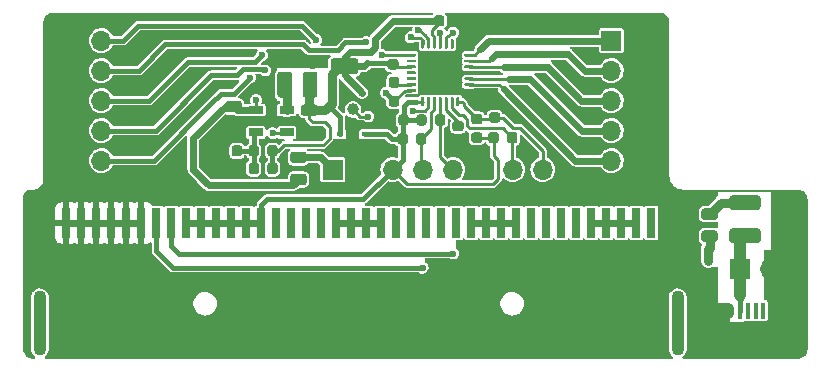
<source format=gbr>
%TF.GenerationSoftware,KiCad,Pcbnew,5.99.0-unknown-acf13a186~104~ubuntu20.04.1*%
%TF.CreationDate,2020-09-23T11:22:32+02:00*%
%TF.ProjectId,matrixctl,6d617472-6978-4637-946c-2e6b69636164,rev?*%
%TF.SameCoordinates,Original*%
%TF.FileFunction,Copper,L1,Top*%
%TF.FilePolarity,Positive*%
%FSLAX46Y46*%
G04 Gerber Fmt 4.6, Leading zero omitted, Abs format (unit mm)*
G04 Created by KiCad (PCBNEW 5.99.0-unknown-acf13a186~104~ubuntu20.04.1) date 2020-09-23 11:22:32*
%MOMM*%
%LPD*%
G01*
G04 APERTURE LIST*
%TA.AperFunction,ComponentPad*%
%ADD10R,1.700000X1.700000*%
%TD*%
%TA.AperFunction,ComponentPad*%
%ADD11O,1.700000X1.700000*%
%TD*%
%TA.AperFunction,SMDPad,CuDef*%
%ADD12C,1.000000*%
%TD*%
%TA.AperFunction,SMDPad,CuDef*%
%ADD13R,0.600000X0.450000*%
%TD*%
%TA.AperFunction,SMDPad,CuDef*%
%ADD14R,1.220000X0.650000*%
%TD*%
%TA.AperFunction,SMDPad,CuDef*%
%ADD15R,0.800000X2.500000*%
%TD*%
%TA.AperFunction,ComponentPad*%
%ADD16O,1.100000X5.500000*%
%TD*%
%TA.AperFunction,SMDPad,CuDef*%
%ADD17R,0.400000X1.350000*%
%TD*%
%TA.AperFunction,SMDPad,CuDef*%
%ADD18R,1.200000X1.900000*%
%TD*%
%TA.AperFunction,ComponentPad*%
%ADD19C,1.450000*%
%TD*%
%TA.AperFunction,SMDPad,CuDef*%
%ADD20R,1.500000X1.900000*%
%TD*%
%TA.AperFunction,ComponentPad*%
%ADD21O,1.200000X1.900000*%
%TD*%
%TA.AperFunction,ComponentPad*%
%ADD22C,0.600000*%
%TD*%
%TA.AperFunction,ViaPad*%
%ADD23C,0.600000*%
%TD*%
%TA.AperFunction,Conductor*%
%ADD24C,0.400000*%
%TD*%
%TA.AperFunction,Conductor*%
%ADD25C,0.600000*%
%TD*%
%TA.AperFunction,Conductor*%
%ADD26C,0.250000*%
%TD*%
%TA.AperFunction,Conductor*%
%ADD27C,0.800000*%
%TD*%
%TA.AperFunction,Conductor*%
%ADD28C,1.000000*%
%TD*%
G04 APERTURE END LIST*
%TO.P,R106,1*%
%TO.N,Net-(R106-Pad1)*%
%TA.AperFunction,SMDPad,CuDef*%
G36*
G01*
X131543750Y-113675000D02*
X132056250Y-113675000D01*
G75*
G02*
X132275000Y-113893750I0J-218750D01*
G01*
X132275000Y-114331250D01*
G75*
G02*
X132056250Y-114550000I-218750J0D01*
G01*
X131543750Y-114550000D01*
G75*
G02*
X131325000Y-114331250I0J218750D01*
G01*
X131325000Y-113893750D01*
G75*
G02*
X131543750Y-113675000I218750J0D01*
G01*
G37*
%TD.AperFunction*%
%TO.P,R106,2*%
%TO.N,GND*%
%TA.AperFunction,SMDPad,CuDef*%
G36*
G01*
X131543750Y-115250000D02*
X132056250Y-115250000D01*
G75*
G02*
X132275000Y-115468750I0J-218750D01*
G01*
X132275000Y-115906250D01*
G75*
G02*
X132056250Y-116125000I-218750J0D01*
G01*
X131543750Y-116125000D01*
G75*
G02*
X131325000Y-115906250I0J218750D01*
G01*
X131325000Y-115468750D01*
G75*
G02*
X131543750Y-115250000I218750J0D01*
G01*
G37*
%TD.AperFunction*%
%TD*%
%TO.P,R2,1*%
%TO.N,Net-(C2-Pad2)*%
%TA.AperFunction,SMDPad,CuDef*%
G36*
G01*
X113525000Y-115943750D02*
X113525000Y-116456250D01*
G75*
G02*
X113306250Y-116675000I-218750J0D01*
G01*
X112868750Y-116675000D01*
G75*
G02*
X112650000Y-116456250I0J218750D01*
G01*
X112650000Y-115943750D01*
G75*
G02*
X112868750Y-115725000I218750J0D01*
G01*
X113306250Y-115725000D01*
G75*
G02*
X113525000Y-115943750I0J-218750D01*
G01*
G37*
%TD.AperFunction*%
%TO.P,R2,2*%
%TO.N,GND*%
%TA.AperFunction,SMDPad,CuDef*%
G36*
G01*
X111950000Y-115943750D02*
X111950000Y-116456250D01*
G75*
G02*
X111731250Y-116675000I-218750J0D01*
G01*
X111293750Y-116675000D01*
G75*
G02*
X111075000Y-116456250I0J218750D01*
G01*
X111075000Y-115943750D01*
G75*
G02*
X111293750Y-115725000I218750J0D01*
G01*
X111731250Y-115725000D01*
G75*
G02*
X111950000Y-115943750I0J-218750D01*
G01*
G37*
%TD.AperFunction*%
%TD*%
%TO.P,FB102,1*%
%TO.N,VBUS*%
%TA.AperFunction,SMDPad,CuDef*%
G36*
G01*
X118756250Y-119125000D02*
X117843750Y-119125000D01*
G75*
G02*
X117600000Y-118881250I0J243750D01*
G01*
X117600000Y-118393750D01*
G75*
G02*
X117843750Y-118150000I243750J0D01*
G01*
X118756250Y-118150000D01*
G75*
G02*
X119000000Y-118393750I0J-243750D01*
G01*
X119000000Y-118881250D01*
G75*
G02*
X118756250Y-119125000I-243750J0D01*
G01*
G37*
%TD.AperFunction*%
%TO.P,FB102,2*%
%TO.N,Net-(FB102-Pad2)*%
%TA.AperFunction,SMDPad,CuDef*%
G36*
G01*
X118756250Y-117250000D02*
X117843750Y-117250000D01*
G75*
G02*
X117600000Y-117006250I0J243750D01*
G01*
X117600000Y-116518750D01*
G75*
G02*
X117843750Y-116275000I243750J0D01*
G01*
X118756250Y-116275000D01*
G75*
G02*
X119000000Y-116518750I0J-243750D01*
G01*
X119000000Y-117006250D01*
G75*
G02*
X118756250Y-117250000I-243750J0D01*
G01*
G37*
%TD.AperFunction*%
%TD*%
D10*
%TO.P,J103,1,Pin_1*%
%TO.N,Net-(FB102-Pad2)*%
X121200000Y-117800000D03*
D11*
%TO.P,J103,2,Pin_2*%
%TO.N,GND*%
X123740000Y-117800000D03*
%TO.P,J103,3,Pin_3*%
%TO.N,/VIO*%
X126280000Y-117800000D03*
%TO.P,J103,4,Pin_4*%
%TO.N,/SDA*%
X128820000Y-117800000D03*
%TO.P,J103,5,Pin_5*%
%TO.N,/SCL*%
X131360000Y-117800000D03*
%TO.P,J103,6,Pin_6*%
%TO.N,GND*%
X133900000Y-117800000D03*
%TO.P,J103,7,Pin_7*%
%TO.N,/~INTB*%
X136440000Y-117800000D03*
%TO.P,J103,8,Pin_8*%
%TO.N,/~SDB*%
X138980000Y-117800000D03*
%TD*%
%TO.P,C2,1*%
%TO.N,+2V8*%
%TA.AperFunction,SMDPad,CuDef*%
G36*
G01*
X116525000Y-115943750D02*
X116525000Y-116456250D01*
G75*
G02*
X116306250Y-116675000I-218750J0D01*
G01*
X115868750Y-116675000D01*
G75*
G02*
X115650000Y-116456250I0J218750D01*
G01*
X115650000Y-115943750D01*
G75*
G02*
X115868750Y-115725000I218750J0D01*
G01*
X116306250Y-115725000D01*
G75*
G02*
X116525000Y-115943750I0J-218750D01*
G01*
G37*
%TD.AperFunction*%
%TO.P,C2,2*%
%TO.N,Net-(C2-Pad2)*%
%TA.AperFunction,SMDPad,CuDef*%
G36*
G01*
X114950000Y-115943750D02*
X114950000Y-116456250D01*
G75*
G02*
X114731250Y-116675000I-218750J0D01*
G01*
X114293750Y-116675000D01*
G75*
G02*
X114075000Y-116456250I0J218750D01*
G01*
X114075000Y-115943750D01*
G75*
G02*
X114293750Y-115725000I218750J0D01*
G01*
X114731250Y-115725000D01*
G75*
G02*
X114950000Y-115943750I0J-218750D01*
G01*
G37*
%TD.AperFunction*%
%TD*%
%TO.P,C101,1*%
%TO.N,+2V8*%
%TA.AperFunction,SMDPad,CuDef*%
G36*
G01*
X123125000Y-109700000D02*
X121275000Y-109700000D01*
G75*
G02*
X121025000Y-109450000I0J250000D01*
G01*
X121025000Y-108625000D01*
G75*
G02*
X121275000Y-108375000I250000J0D01*
G01*
X123125000Y-108375000D01*
G75*
G02*
X123375000Y-108625000I0J-250000D01*
G01*
X123375000Y-109450000D01*
G75*
G02*
X123125000Y-109700000I-250000J0D01*
G01*
G37*
%TD.AperFunction*%
%TO.P,C101,2*%
%TO.N,GND*%
%TA.AperFunction,SMDPad,CuDef*%
G36*
G01*
X123125000Y-106625000D02*
X121275000Y-106625000D01*
G75*
G02*
X121025000Y-106375000I0J250000D01*
G01*
X121025000Y-105550000D01*
G75*
G02*
X121275000Y-105300000I250000J0D01*
G01*
X123125000Y-105300000D01*
G75*
G02*
X123375000Y-105550000I0J-250000D01*
G01*
X123375000Y-106375000D01*
G75*
G02*
X123125000Y-106625000I-250000J0D01*
G01*
G37*
%TD.AperFunction*%
%TD*%
%TO.P,R112,1*%
%TO.N,/VIO*%
%TA.AperFunction,SMDPad,CuDef*%
G36*
G01*
X133656250Y-115525000D02*
X133143750Y-115525000D01*
G75*
G02*
X132925000Y-115306250I0J218750D01*
G01*
X132925000Y-114868750D01*
G75*
G02*
X133143750Y-114650000I218750J0D01*
G01*
X133656250Y-114650000D01*
G75*
G02*
X133875000Y-114868750I0J-218750D01*
G01*
X133875000Y-115306250D01*
G75*
G02*
X133656250Y-115525000I-218750J0D01*
G01*
G37*
%TD.AperFunction*%
%TO.P,R112,2*%
%TO.N,/~SDB*%
%TA.AperFunction,SMDPad,CuDef*%
G36*
G01*
X133656250Y-113950000D02*
X133143750Y-113950000D01*
G75*
G02*
X132925000Y-113731250I0J218750D01*
G01*
X132925000Y-113293750D01*
G75*
G02*
X133143750Y-113075000I218750J0D01*
G01*
X133656250Y-113075000D01*
G75*
G02*
X133875000Y-113293750I0J-218750D01*
G01*
X133875000Y-113731250D01*
G75*
G02*
X133656250Y-113950000I-218750J0D01*
G01*
G37*
%TD.AperFunction*%
%TD*%
%TO.P,R103,1*%
%TO.N,/VIO*%
%TA.AperFunction,SMDPad,CuDef*%
G36*
G01*
X128275000Y-113856250D02*
X128275000Y-113343750D01*
G75*
G02*
X128493750Y-113125000I218750J0D01*
G01*
X128931250Y-113125000D01*
G75*
G02*
X129150000Y-113343750I0J-218750D01*
G01*
X129150000Y-113856250D01*
G75*
G02*
X128931250Y-114075000I-218750J0D01*
G01*
X128493750Y-114075000D01*
G75*
G02*
X128275000Y-113856250I0J218750D01*
G01*
G37*
%TD.AperFunction*%
%TO.P,R103,2*%
%TO.N,/SCL*%
%TA.AperFunction,SMDPad,CuDef*%
G36*
G01*
X129850000Y-113856250D02*
X129850000Y-113343750D01*
G75*
G02*
X130068750Y-113125000I218750J0D01*
G01*
X130506250Y-113125000D01*
G75*
G02*
X130725000Y-113343750I0J-218750D01*
G01*
X130725000Y-113856250D01*
G75*
G02*
X130506250Y-114075000I-218750J0D01*
G01*
X130068750Y-114075000D01*
G75*
G02*
X129850000Y-113856250I0J218750D01*
G01*
G37*
%TD.AperFunction*%
%TD*%
D12*
%TO.P,TP101,1,1*%
%TO.N,Net-(TP101-Pad1)*%
X122900000Y-112700000D03*
%TD*%
%TO.P,R1,1*%
%TO.N,+2V8*%
%TA.AperFunction,SMDPad,CuDef*%
G36*
G01*
X116525000Y-117443750D02*
X116525000Y-117956250D01*
G75*
G02*
X116306250Y-118175000I-218750J0D01*
G01*
X115868750Y-118175000D01*
G75*
G02*
X115650000Y-117956250I0J218750D01*
G01*
X115650000Y-117443750D01*
G75*
G02*
X115868750Y-117225000I218750J0D01*
G01*
X116306250Y-117225000D01*
G75*
G02*
X116525000Y-117443750I0J-218750D01*
G01*
G37*
%TD.AperFunction*%
%TO.P,R1,2*%
%TO.N,Net-(C2-Pad2)*%
%TA.AperFunction,SMDPad,CuDef*%
G36*
G01*
X114950000Y-117443750D02*
X114950000Y-117956250D01*
G75*
G02*
X114731250Y-118175000I-218750J0D01*
G01*
X114293750Y-118175000D01*
G75*
G02*
X114075000Y-117956250I0J218750D01*
G01*
X114075000Y-117443750D01*
G75*
G02*
X114293750Y-117225000I218750J0D01*
G01*
X114731250Y-117225000D01*
G75*
G02*
X114950000Y-117443750I0J-218750D01*
G01*
G37*
%TD.AperFunction*%
%TD*%
%TO.P,C3,1*%
%TO.N,VBUS*%
%TA.AperFunction,SMDPad,CuDef*%
G36*
G01*
X112343750Y-111975000D02*
X113256250Y-111975000D01*
G75*
G02*
X113500000Y-112218750I0J-243750D01*
G01*
X113500000Y-112706250D01*
G75*
G02*
X113256250Y-112950000I-243750J0D01*
G01*
X112343750Y-112950000D01*
G75*
G02*
X112100000Y-112706250I0J243750D01*
G01*
X112100000Y-112218750D01*
G75*
G02*
X112343750Y-111975000I243750J0D01*
G01*
G37*
%TD.AperFunction*%
%TO.P,C3,2*%
%TO.N,GND*%
%TA.AperFunction,SMDPad,CuDef*%
G36*
G01*
X112343750Y-113850000D02*
X113256250Y-113850000D01*
G75*
G02*
X113500000Y-114093750I0J-243750D01*
G01*
X113500000Y-114581250D01*
G75*
G02*
X113256250Y-114825000I-243750J0D01*
G01*
X112343750Y-114825000D01*
G75*
G02*
X112100000Y-114581250I0J243750D01*
G01*
X112100000Y-114093750D01*
G75*
G02*
X112343750Y-113850000I243750J0D01*
G01*
G37*
%TD.AperFunction*%
%TD*%
%TO.P,R101,1*%
%TO.N,/VIO*%
%TA.AperFunction,SMDPad,CuDef*%
G36*
G01*
X134375000Y-115356250D02*
X134375000Y-114843750D01*
G75*
G02*
X134593750Y-114625000I218750J0D01*
G01*
X135031250Y-114625000D01*
G75*
G02*
X135250000Y-114843750I0J-218750D01*
G01*
X135250000Y-115356250D01*
G75*
G02*
X135031250Y-115575000I-218750J0D01*
G01*
X134593750Y-115575000D01*
G75*
G02*
X134375000Y-115356250I0J218750D01*
G01*
G37*
%TD.AperFunction*%
%TO.P,R101,2*%
%TO.N,/~INTB*%
%TA.AperFunction,SMDPad,CuDef*%
G36*
G01*
X135950000Y-115356250D02*
X135950000Y-114843750D01*
G75*
G02*
X136168750Y-114625000I218750J0D01*
G01*
X136606250Y-114625000D01*
G75*
G02*
X136825000Y-114843750I0J-218750D01*
G01*
X136825000Y-115356250D01*
G75*
G02*
X136606250Y-115575000I-218750J0D01*
G01*
X136168750Y-115575000D01*
G75*
G02*
X135950000Y-115356250I0J218750D01*
G01*
G37*
%TD.AperFunction*%
%TD*%
%TO.P,L1,1,1*%
%TO.N,Net-(L1-Pad1)*%
%TA.AperFunction,SMDPad,CuDef*%
G36*
G01*
X116500000Y-111450000D02*
X116500000Y-109750000D01*
G75*
G02*
X116750000Y-109500000I250000J0D01*
G01*
X117500000Y-109500000D01*
G75*
G02*
X117750000Y-109750000I0J-250000D01*
G01*
X117750000Y-111450000D01*
G75*
G02*
X117500000Y-111700000I-250000J0D01*
G01*
X116750000Y-111700000D01*
G75*
G02*
X116500000Y-111450000I0J250000D01*
G01*
G37*
%TD.AperFunction*%
%TO.P,L1,2,2*%
%TO.N,+2V8*%
%TA.AperFunction,SMDPad,CuDef*%
G36*
G01*
X118650000Y-111450000D02*
X118650000Y-109750000D01*
G75*
G02*
X118900000Y-109500000I250000J0D01*
G01*
X119650000Y-109500000D01*
G75*
G02*
X119900000Y-109750000I0J-250000D01*
G01*
X119900000Y-111450000D01*
G75*
G02*
X119650000Y-111700000I-250000J0D01*
G01*
X118900000Y-111700000D01*
G75*
G02*
X118650000Y-111450000I0J250000D01*
G01*
G37*
%TD.AperFunction*%
%TD*%
D13*
%TO.P,D101,1,K*%
%TO.N,/VIO*%
X123950000Y-114800000D03*
%TO.P,D101,2,A*%
%TO.N,+2V8*%
X121850000Y-114800000D03*
%TD*%
%TO.P,FB101,1*%
%TO.N,VBUS*%
%TA.AperFunction,SMDPad,CuDef*%
G36*
G01*
X153556250Y-123925000D02*
X152643750Y-123925000D01*
G75*
G02*
X152400000Y-123681250I0J243750D01*
G01*
X152400000Y-123193750D01*
G75*
G02*
X152643750Y-122950000I243750J0D01*
G01*
X153556250Y-122950000D01*
G75*
G02*
X153800000Y-123193750I0J-243750D01*
G01*
X153800000Y-123681250D01*
G75*
G02*
X153556250Y-123925000I-243750J0D01*
G01*
G37*
%TD.AperFunction*%
%TO.P,FB101,2*%
%TO.N,Net-(F1-Pad1)*%
%TA.AperFunction,SMDPad,CuDef*%
G36*
G01*
X153556250Y-122050000D02*
X152643750Y-122050000D01*
G75*
G02*
X152400000Y-121806250I0J243750D01*
G01*
X152400000Y-121318750D01*
G75*
G02*
X152643750Y-121075000I243750J0D01*
G01*
X153556250Y-121075000D01*
G75*
G02*
X153800000Y-121318750I0J-243750D01*
G01*
X153800000Y-121806250D01*
G75*
G02*
X153556250Y-122050000I-243750J0D01*
G01*
G37*
%TD.AperFunction*%
%TD*%
%TO.P,R102,1*%
%TO.N,/~SDB*%
%TA.AperFunction,SMDPad,CuDef*%
G36*
G01*
X135156250Y-113825000D02*
X134643750Y-113825000D01*
G75*
G02*
X134425000Y-113606250I0J218750D01*
G01*
X134425000Y-113168750D01*
G75*
G02*
X134643750Y-112950000I218750J0D01*
G01*
X135156250Y-112950000D01*
G75*
G02*
X135375000Y-113168750I0J-218750D01*
G01*
X135375000Y-113606250D01*
G75*
G02*
X135156250Y-113825000I-218750J0D01*
G01*
G37*
%TD.AperFunction*%
%TO.P,R102,2*%
%TO.N,GND*%
%TA.AperFunction,SMDPad,CuDef*%
G36*
G01*
X135156250Y-112250000D02*
X134643750Y-112250000D01*
G75*
G02*
X134425000Y-112031250I0J218750D01*
G01*
X134425000Y-111593750D01*
G75*
G02*
X134643750Y-111375000I218750J0D01*
G01*
X135156250Y-111375000D01*
G75*
G02*
X135375000Y-111593750I0J-218750D01*
G01*
X135375000Y-112031250D01*
G75*
G02*
X135156250Y-112250000I-218750J0D01*
G01*
G37*
%TD.AperFunction*%
%TD*%
%TO.P,C105,1*%
%TO.N,/VIO*%
%TA.AperFunction,SMDPad,CuDef*%
G36*
G01*
X127625000Y-113343750D02*
X127625000Y-113856250D01*
G75*
G02*
X127406250Y-114075000I-218750J0D01*
G01*
X126968750Y-114075000D01*
G75*
G02*
X126750000Y-113856250I0J218750D01*
G01*
X126750000Y-113343750D01*
G75*
G02*
X126968750Y-113125000I218750J0D01*
G01*
X127406250Y-113125000D01*
G75*
G02*
X127625000Y-113343750I0J-218750D01*
G01*
G37*
%TD.AperFunction*%
%TO.P,C105,2*%
%TO.N,GND*%
%TA.AperFunction,SMDPad,CuDef*%
G36*
G01*
X126050000Y-113343750D02*
X126050000Y-113856250D01*
G75*
G02*
X125831250Y-114075000I-218750J0D01*
G01*
X125393750Y-114075000D01*
G75*
G02*
X125175000Y-113856250I0J218750D01*
G01*
X125175000Y-113343750D01*
G75*
G02*
X125393750Y-113125000I218750J0D01*
G01*
X125831250Y-113125000D01*
G75*
G02*
X126050000Y-113343750I0J-218750D01*
G01*
G37*
%TD.AperFunction*%
%TD*%
%TO.P,F1,1*%
%TO.N,Net-(F1-Pad1)*%
%TA.AperFunction,SMDPad,CuDef*%
G36*
G01*
X155025000Y-119975000D02*
X157175000Y-119975000D01*
G75*
G02*
X157425000Y-120225000I0J-250000D01*
G01*
X157425000Y-120975000D01*
G75*
G02*
X157175000Y-121225000I-250000J0D01*
G01*
X155025000Y-121225000D01*
G75*
G02*
X154775000Y-120975000I0J250000D01*
G01*
X154775000Y-120225000D01*
G75*
G02*
X155025000Y-119975000I250000J0D01*
G01*
G37*
%TD.AperFunction*%
%TO.P,F1,2*%
%TO.N,Net-(F1-Pad2)*%
%TA.AperFunction,SMDPad,CuDef*%
G36*
G01*
X155025000Y-122775000D02*
X157175000Y-122775000D01*
G75*
G02*
X157425000Y-123025000I0J-250000D01*
G01*
X157425000Y-123775000D01*
G75*
G02*
X157175000Y-124025000I-250000J0D01*
G01*
X155025000Y-124025000D01*
G75*
G02*
X154775000Y-123775000I0J250000D01*
G01*
X154775000Y-123025000D01*
G75*
G02*
X155025000Y-122775000I250000J0D01*
G01*
G37*
%TD.AperFunction*%
%TD*%
%TO.P,C103,1*%
%TO.N,+2V8*%
%TA.AperFunction,SMDPad,CuDef*%
G36*
G01*
X129775000Y-105456250D02*
X129775000Y-104943750D01*
G75*
G02*
X129993750Y-104725000I218750J0D01*
G01*
X130431250Y-104725000D01*
G75*
G02*
X130650000Y-104943750I0J-218750D01*
G01*
X130650000Y-105456250D01*
G75*
G02*
X130431250Y-105675000I-218750J0D01*
G01*
X129993750Y-105675000D01*
G75*
G02*
X129775000Y-105456250I0J218750D01*
G01*
G37*
%TD.AperFunction*%
%TO.P,C103,2*%
%TO.N,GND*%
%TA.AperFunction,SMDPad,CuDef*%
G36*
G01*
X131350000Y-105456250D02*
X131350000Y-104943750D01*
G75*
G02*
X131568750Y-104725000I218750J0D01*
G01*
X132006250Y-104725000D01*
G75*
G02*
X132225000Y-104943750I0J-218750D01*
G01*
X132225000Y-105456250D01*
G75*
G02*
X132006250Y-105675000I-218750J0D01*
G01*
X131568750Y-105675000D01*
G75*
G02*
X131350000Y-105456250I0J218750D01*
G01*
G37*
%TD.AperFunction*%
%TD*%
%TO.P,R105,1*%
%TO.N,Net-(R105-Pad1)*%
%TA.AperFunction,SMDPad,CuDef*%
G36*
G01*
X126825000Y-110143750D02*
X126825000Y-110656250D01*
G75*
G02*
X126606250Y-110875000I-218750J0D01*
G01*
X126168750Y-110875000D01*
G75*
G02*
X125950000Y-110656250I0J218750D01*
G01*
X125950000Y-110143750D01*
G75*
G02*
X126168750Y-109925000I218750J0D01*
G01*
X126606250Y-109925000D01*
G75*
G02*
X126825000Y-110143750I0J-218750D01*
G01*
G37*
%TD.AperFunction*%
%TO.P,R105,2*%
%TO.N,GND*%
%TA.AperFunction,SMDPad,CuDef*%
G36*
G01*
X125250000Y-110143750D02*
X125250000Y-110656250D01*
G75*
G02*
X125031250Y-110875000I-218750J0D01*
G01*
X124593750Y-110875000D01*
G75*
G02*
X124375000Y-110656250I0J218750D01*
G01*
X124375000Y-110143750D01*
G75*
G02*
X124593750Y-109925000I218750J0D01*
G01*
X125031250Y-109925000D01*
G75*
G02*
X125250000Y-110143750I0J-218750D01*
G01*
G37*
%TD.AperFunction*%
%TD*%
D14*
%TO.P,U1,1,EN*%
%TO.N,VBUS*%
X117310000Y-114650000D03*
%TO.P,U1,2,GND*%
%TO.N,GND*%
X117310000Y-113700000D03*
%TO.P,U1,3,LX*%
%TO.N,Net-(L1-Pad1)*%
X117310000Y-112750000D03*
%TO.P,U1,4,VIN*%
%TO.N,VBUS*%
X114690000Y-112750000D03*
%TO.P,U1,5,FB*%
%TO.N,Net-(C2-Pad2)*%
X114690000Y-114650000D03*
%TD*%
%TO.P,C1,1*%
%TO.N,+2V8*%
%TA.AperFunction,SMDPad,CuDef*%
G36*
G01*
X118743750Y-112275000D02*
X119656250Y-112275000D01*
G75*
G02*
X119900000Y-112518750I0J-243750D01*
G01*
X119900000Y-113006250D01*
G75*
G02*
X119656250Y-113250000I-243750J0D01*
G01*
X118743750Y-113250000D01*
G75*
G02*
X118500000Y-113006250I0J243750D01*
G01*
X118500000Y-112518750D01*
G75*
G02*
X118743750Y-112275000I243750J0D01*
G01*
G37*
%TD.AperFunction*%
%TO.P,C1,2*%
%TO.N,GND*%
%TA.AperFunction,SMDPad,CuDef*%
G36*
G01*
X118743750Y-114150000D02*
X119656250Y-114150000D01*
G75*
G02*
X119900000Y-114393750I0J-243750D01*
G01*
X119900000Y-114881250D01*
G75*
G02*
X119656250Y-115125000I-243750J0D01*
G01*
X118743750Y-115125000D01*
G75*
G02*
X118500000Y-114881250I0J243750D01*
G01*
X118500000Y-114393750D01*
G75*
G02*
X118743750Y-114150000I243750J0D01*
G01*
G37*
%TD.AperFunction*%
%TD*%
D10*
%TO.P,J1,1,Pin_1*%
%TO.N,Net-(F1-Pad2)*%
X155700000Y-126200000D03*
D11*
%TO.P,J1,2,Pin_2*%
%TO.N,GND*%
X158240000Y-126200000D03*
%TD*%
D15*
%TO.P,U2,1,P3/ANA_IN/LED_COL1*%
%TO.N,Net-(U2-Pad1)*%
X148165000Y-122300000D03*
%TO.P,U2,2,P0/ANA_IN*%
%TO.N,Net-(U2-Pad2)*%
X146895000Y-122300000D03*
%TO.P,U2,3,P0/ANA_IN*%
X145625000Y-122300000D03*
%TO.P,U2,4,P0/ANA_IN*%
X144355000Y-122300000D03*
%TO.P,U2,5,P0/ANA_IN*%
X143085000Y-122300000D03*
%TO.P,U2,6,P4/ANA_IN/LED_COL2*%
%TO.N,Net-(U2-Pad6)*%
X141815000Y-122300000D03*
%TO.P,U2,7,P5/BTN_A*%
%TO.N,Net-(U2-Pad7)*%
X140545000Y-122300000D03*
%TO.P,U2,8,P6/LED_COL9*%
%TO.N,Net-(U2-Pad8)*%
X139275000Y-122300000D03*
%TO.P,U2,9,P7/LED_COL8*%
%TO.N,Net-(U2-Pad9)*%
X138005000Y-122300000D03*
%TO.P,U2,10,P1/ANA_IN*%
%TO.N,Net-(U2-Pad10)*%
X136735000Y-122300000D03*
%TO.P,U2,11,P1/ANA_IN*%
X135465000Y-122300000D03*
%TO.P,U2,12,P1/ANA_IN*%
X134195000Y-122300000D03*
%TO.P,U2,13,P1/ANA_IN*%
X132925000Y-122300000D03*
%TO.P,U2,14,P8*%
%TO.N,Net-(U2-Pad14)*%
X131655000Y-122300000D03*
%TO.P,U2,15,P9/LED_COL7*%
%TO.N,Net-(U2-Pad15)*%
X130385000Y-122300000D03*
%TO.P,U2,16,P10/ANA_IN/LED_COL3*%
%TO.N,Net-(U2-Pad16)*%
X129115000Y-122300000D03*
%TO.P,U2,17,P11/BTN_B*%
%TO.N,Net-(U2-Pad17)*%
X127845000Y-122300000D03*
%TO.P,U2,18,P12/RESRVD*%
%TO.N,Net-(U2-Pad18)*%
X126575000Y-122300000D03*
%TO.P,U2,19,P2/ANA_IN*%
%TO.N,Net-(U2-Pad19)*%
X125305000Y-122300000D03*
%TO.P,U2,20,P2/ANA_IN*%
X124035000Y-122300000D03*
%TO.P,U2,21,P2/ANA_IN*%
X122765000Y-122300000D03*
%TO.P,U2,22,P2/ANA_IN*%
X121495000Y-122300000D03*
%TO.P,U2,23,P13/SPI1_SCK*%
%TO.N,Net-(U2-Pad23)*%
X120225000Y-122300000D03*
%TO.P,U2,24,P14/SPI1_MISO*%
%TO.N,Net-(U2-Pad24)*%
X118955000Y-122300000D03*
%TO.P,U2,25,P15/SPI1_MOSI*%
%TO.N,Net-(U2-Pad25)*%
X117685000Y-122300000D03*
%TO.P,U2,26,P16*%
%TO.N,Net-(U2-Pad26)*%
X116415000Y-122300000D03*
%TO.P,U2,27,3V*%
%TO.N,/VIO*%
X115145000Y-122300000D03*
%TO.P,U2,28,3V*%
X113875000Y-122300000D03*
%TO.P,U2,29,3V*%
X112605000Y-122300000D03*
%TO.P,U2,30,3V*%
X111335000Y-122300000D03*
%TO.P,U2,31,3V*%
X110065000Y-122300000D03*
%TO.P,U2,32,3V*%
X108795000Y-122300000D03*
%TO.P,U2,33,P19/I2C1_SCL*%
%TO.N,/SCL*%
X107525000Y-122300000D03*
%TO.P,U2,34,P20/I2C1_SDA*%
%TO.N,/SDA*%
X106255000Y-122300000D03*
%TO.P,U2,35,GND*%
%TO.N,GND*%
X104985000Y-122300000D03*
%TO.P,U2,36,GND*%
X103715000Y-122300000D03*
%TO.P,U2,37,GND*%
X102445000Y-122300000D03*
%TO.P,U2,38,GND*%
X101175000Y-122300000D03*
%TO.P,U2,39,GND*%
X99905000Y-122300000D03*
%TO.P,U2,40,GND*%
X98635000Y-122300000D03*
D16*
%TO.P,U2,41*%
%TO.N,N/C*%
X150400000Y-130810000D03*
%TO.P,U2,42*%
X96400000Y-130810000D03*
%TD*%
%TO.P,R104,1*%
%TO.N,/VIO*%
%TA.AperFunction,SMDPad,CuDef*%
G36*
G01*
X126675000Y-115456250D02*
X126675000Y-114943750D01*
G75*
G02*
X126893750Y-114725000I218750J0D01*
G01*
X127331250Y-114725000D01*
G75*
G02*
X127550000Y-114943750I0J-218750D01*
G01*
X127550000Y-115456250D01*
G75*
G02*
X127331250Y-115675000I-218750J0D01*
G01*
X126893750Y-115675000D01*
G75*
G02*
X126675000Y-115456250I0J218750D01*
G01*
G37*
%TD.AperFunction*%
%TO.P,R104,2*%
%TO.N,/SDA*%
%TA.AperFunction,SMDPad,CuDef*%
G36*
G01*
X128250000Y-115456250D02*
X128250000Y-114943750D01*
G75*
G02*
X128468750Y-114725000I218750J0D01*
G01*
X128906250Y-114725000D01*
G75*
G02*
X129125000Y-114943750I0J-218750D01*
G01*
X129125000Y-115456250D01*
G75*
G02*
X128906250Y-115675000I-218750J0D01*
G01*
X128468750Y-115675000D01*
G75*
G02*
X128250000Y-115456250I0J218750D01*
G01*
G37*
%TD.AperFunction*%
%TD*%
D17*
%TO.P,J104,1,VBUS*%
%TO.N,Net-(F1-Pad2)*%
X155700000Y-129737500D03*
%TO.P,J104,2,D-*%
%TO.N,Net-(J104-Pad2)*%
X156350000Y-129737500D03*
%TO.P,J104,3,D+*%
%TO.N,Net-(J104-Pad3)*%
X157000000Y-129737500D03*
%TO.P,J104,4,ID*%
%TO.N,Net-(J104-Pad4)*%
X157650000Y-129737500D03*
%TO.P,J104,5,GND*%
%TO.N,GND*%
X158300000Y-129737500D03*
D18*
%TO.P,J104,6,Shield*%
X154100000Y-132437500D03*
D19*
X154500000Y-129737500D03*
D20*
X156000000Y-132437500D03*
D19*
X159500000Y-129737500D03*
D21*
X153500000Y-132437500D03*
D18*
X159900000Y-132437500D03*
D21*
X160500000Y-132437500D03*
D20*
X158000000Y-132437500D03*
%TD*%
%TO.P,C102,1*%
%TO.N,+2V8*%
%TA.AperFunction,SMDPad,CuDef*%
G36*
G01*
X126556250Y-109325000D02*
X126043750Y-109325000D01*
G75*
G02*
X125825000Y-109106250I0J218750D01*
G01*
X125825000Y-108668750D01*
G75*
G02*
X126043750Y-108450000I218750J0D01*
G01*
X126556250Y-108450000D01*
G75*
G02*
X126775000Y-108668750I0J-218750D01*
G01*
X126775000Y-109106250D01*
G75*
G02*
X126556250Y-109325000I-218750J0D01*
G01*
G37*
%TD.AperFunction*%
%TO.P,C102,2*%
%TO.N,GND*%
%TA.AperFunction,SMDPad,CuDef*%
G36*
G01*
X126556250Y-107750000D02*
X126043750Y-107750000D01*
G75*
G02*
X125825000Y-107531250I0J218750D01*
G01*
X125825000Y-107093750D01*
G75*
G02*
X126043750Y-106875000I218750J0D01*
G01*
X126556250Y-106875000D01*
G75*
G02*
X126775000Y-107093750I0J-218750D01*
G01*
X126775000Y-107531250D01*
G75*
G02*
X126556250Y-107750000I-218750J0D01*
G01*
G37*
%TD.AperFunction*%
%TD*%
%TO.P,U101,1,GND*%
%TO.N,GND*%
%TA.AperFunction,SMDPad,CuDef*%
G36*
G01*
X133150000Y-111037500D02*
X133150000Y-111162500D01*
G75*
G02*
X133087500Y-111225000I-62500J0D01*
G01*
X132412500Y-111225000D01*
G75*
G02*
X132350000Y-111162500I0J62500D01*
G01*
X132350000Y-111037500D01*
G75*
G02*
X132412500Y-110975000I62500J0D01*
G01*
X133087500Y-110975000D01*
G75*
G02*
X133150000Y-111037500I0J-62500D01*
G01*
G37*
%TD.AperFunction*%
%TO.P,U101,2,SW1*%
%TO.N,/SW1*%
%TA.AperFunction,SMDPad,CuDef*%
G36*
G01*
X133150000Y-110537500D02*
X133150000Y-110662500D01*
G75*
G02*
X133087500Y-110725000I-62500J0D01*
G01*
X132412500Y-110725000D01*
G75*
G02*
X132350000Y-110662500I0J62500D01*
G01*
X132350000Y-110537500D01*
G75*
G02*
X132412500Y-110475000I62500J0D01*
G01*
X133087500Y-110475000D01*
G75*
G02*
X133150000Y-110537500I0J-62500D01*
G01*
G37*
%TD.AperFunction*%
%TO.P,U101,3,SW2*%
%TO.N,/SW2*%
%TA.AperFunction,SMDPad,CuDef*%
G36*
G01*
X133150000Y-110037500D02*
X133150000Y-110162500D01*
G75*
G02*
X133087500Y-110225000I-62500J0D01*
G01*
X132412500Y-110225000D01*
G75*
G02*
X132350000Y-110162500I0J62500D01*
G01*
X132350000Y-110037500D01*
G75*
G02*
X132412500Y-109975000I62500J0D01*
G01*
X133087500Y-109975000D01*
G75*
G02*
X133150000Y-110037500I0J-62500D01*
G01*
G37*
%TD.AperFunction*%
%TO.P,U101,4,PGND*%
%TO.N,GND*%
%TA.AperFunction,SMDPad,CuDef*%
G36*
G01*
X133150000Y-109537500D02*
X133150000Y-109662500D01*
G75*
G02*
X133087500Y-109725000I-62500J0D01*
G01*
X132412500Y-109725000D01*
G75*
G02*
X132350000Y-109662500I0J62500D01*
G01*
X132350000Y-109537500D01*
G75*
G02*
X132412500Y-109475000I62500J0D01*
G01*
X133087500Y-109475000D01*
G75*
G02*
X133150000Y-109537500I0J-62500D01*
G01*
G37*
%TD.AperFunction*%
%TO.P,U101,5,SW3*%
%TO.N,/SW3*%
%TA.AperFunction,SMDPad,CuDef*%
G36*
G01*
X133150000Y-109037500D02*
X133150000Y-109162500D01*
G75*
G02*
X133087500Y-109225000I-62500J0D01*
G01*
X132412500Y-109225000D01*
G75*
G02*
X132350000Y-109162500I0J62500D01*
G01*
X132350000Y-109037500D01*
G75*
G02*
X132412500Y-108975000I62500J0D01*
G01*
X133087500Y-108975000D01*
G75*
G02*
X133150000Y-109037500I0J-62500D01*
G01*
G37*
%TD.AperFunction*%
%TO.P,U101,6,SW4*%
%TO.N,/SW4*%
%TA.AperFunction,SMDPad,CuDef*%
G36*
G01*
X133150000Y-108537500D02*
X133150000Y-108662500D01*
G75*
G02*
X133087500Y-108725000I-62500J0D01*
G01*
X132412500Y-108725000D01*
G75*
G02*
X132350000Y-108662500I0J62500D01*
G01*
X132350000Y-108537500D01*
G75*
G02*
X132412500Y-108475000I62500J0D01*
G01*
X133087500Y-108475000D01*
G75*
G02*
X133150000Y-108537500I0J-62500D01*
G01*
G37*
%TD.AperFunction*%
%TO.P,U101,7,SW5*%
%TO.N,/SW5*%
%TA.AperFunction,SMDPad,CuDef*%
G36*
G01*
X133150000Y-108037500D02*
X133150000Y-108162500D01*
G75*
G02*
X133087500Y-108225000I-62500J0D01*
G01*
X132412500Y-108225000D01*
G75*
G02*
X132350000Y-108162500I0J62500D01*
G01*
X132350000Y-108037500D01*
G75*
G02*
X132412500Y-107975000I62500J0D01*
G01*
X133087500Y-107975000D01*
G75*
G02*
X133150000Y-108037500I0J-62500D01*
G01*
G37*
%TD.AperFunction*%
%TO.P,U101,8,PGND*%
%TO.N,GND*%
%TA.AperFunction,SMDPad,CuDef*%
G36*
G01*
X131925000Y-106812500D02*
X131925000Y-107487500D01*
G75*
G02*
X131862500Y-107550000I-62500J0D01*
G01*
X131737500Y-107550000D01*
G75*
G02*
X131675000Y-107487500I0J62500D01*
G01*
X131675000Y-106812500D01*
G75*
G02*
X131737500Y-106750000I62500J0D01*
G01*
X131862500Y-106750000D01*
G75*
G02*
X131925000Y-106812500I0J-62500D01*
G01*
G37*
%TD.AperFunction*%
%TO.P,U101,9,SW6*%
%TO.N,Net-(U101-Pad9)*%
%TA.AperFunction,SMDPad,CuDef*%
G36*
G01*
X131425000Y-106812500D02*
X131425000Y-107487500D01*
G75*
G02*
X131362500Y-107550000I-62500J0D01*
G01*
X131237500Y-107550000D01*
G75*
G02*
X131175000Y-107487500I0J62500D01*
G01*
X131175000Y-106812500D01*
G75*
G02*
X131237500Y-106750000I62500J0D01*
G01*
X131362500Y-106750000D01*
G75*
G02*
X131425000Y-106812500I0J-62500D01*
G01*
G37*
%TD.AperFunction*%
%TO.P,U101,10,CS1*%
%TO.N,/CS1*%
%TA.AperFunction,SMDPad,CuDef*%
G36*
G01*
X130925000Y-106812500D02*
X130925000Y-107487500D01*
G75*
G02*
X130862500Y-107550000I-62500J0D01*
G01*
X130737500Y-107550000D01*
G75*
G02*
X130675000Y-107487500I0J62500D01*
G01*
X130675000Y-106812500D01*
G75*
G02*
X130737500Y-106750000I62500J0D01*
G01*
X130862500Y-106750000D01*
G75*
G02*
X130925000Y-106812500I0J-62500D01*
G01*
G37*
%TD.AperFunction*%
%TO.P,U101,11,CS2*%
%TO.N,/CS2*%
%TA.AperFunction,SMDPad,CuDef*%
G36*
G01*
X130425000Y-106812500D02*
X130425000Y-107487500D01*
G75*
G02*
X130362500Y-107550000I-62500J0D01*
G01*
X130237500Y-107550000D01*
G75*
G02*
X130175000Y-107487500I0J62500D01*
G01*
X130175000Y-106812500D01*
G75*
G02*
X130237500Y-106750000I62500J0D01*
G01*
X130362500Y-106750000D01*
G75*
G02*
X130425000Y-106812500I0J-62500D01*
G01*
G37*
%TD.AperFunction*%
%TO.P,U101,12,PVCC*%
%TO.N,+2V8*%
%TA.AperFunction,SMDPad,CuDef*%
G36*
G01*
X129925000Y-106812500D02*
X129925000Y-107487500D01*
G75*
G02*
X129862500Y-107550000I-62500J0D01*
G01*
X129737500Y-107550000D01*
G75*
G02*
X129675000Y-107487500I0J62500D01*
G01*
X129675000Y-106812500D01*
G75*
G02*
X129737500Y-106750000I62500J0D01*
G01*
X129862500Y-106750000D01*
G75*
G02*
X129925000Y-106812500I0J-62500D01*
G01*
G37*
%TD.AperFunction*%
%TO.P,U101,13,CS3*%
%TO.N,/CS3*%
%TA.AperFunction,SMDPad,CuDef*%
G36*
G01*
X129425000Y-106812500D02*
X129425000Y-107487500D01*
G75*
G02*
X129362500Y-107550000I-62500J0D01*
G01*
X129237500Y-107550000D01*
G75*
G02*
X129175000Y-107487500I0J62500D01*
G01*
X129175000Y-106812500D01*
G75*
G02*
X129237500Y-106750000I62500J0D01*
G01*
X129362500Y-106750000D01*
G75*
G02*
X129425000Y-106812500I0J-62500D01*
G01*
G37*
%TD.AperFunction*%
%TO.P,U101,14,CS4*%
%TO.N,/CS4*%
%TA.AperFunction,SMDPad,CuDef*%
G36*
G01*
X128925000Y-106812500D02*
X128925000Y-107487500D01*
G75*
G02*
X128862500Y-107550000I-62500J0D01*
G01*
X128737500Y-107550000D01*
G75*
G02*
X128675000Y-107487500I0J62500D01*
G01*
X128675000Y-106812500D01*
G75*
G02*
X128737500Y-106750000I62500J0D01*
G01*
X128862500Y-106750000D01*
G75*
G02*
X128925000Y-106812500I0J-62500D01*
G01*
G37*
%TD.AperFunction*%
%TO.P,U101,15,CS5*%
%TO.N,/CS5*%
%TA.AperFunction,SMDPad,CuDef*%
G36*
G01*
X128250000Y-108037500D02*
X128250000Y-108162500D01*
G75*
G02*
X128187500Y-108225000I-62500J0D01*
G01*
X127512500Y-108225000D01*
G75*
G02*
X127450000Y-108162500I0J62500D01*
G01*
X127450000Y-108037500D01*
G75*
G02*
X127512500Y-107975000I62500J0D01*
G01*
X128187500Y-107975000D01*
G75*
G02*
X128250000Y-108037500I0J-62500D01*
G01*
G37*
%TD.AperFunction*%
%TO.P,U101,16,CS6*%
%TO.N,Net-(U101-Pad16)*%
%TA.AperFunction,SMDPad,CuDef*%
G36*
G01*
X128250000Y-108537500D02*
X128250000Y-108662500D01*
G75*
G02*
X128187500Y-108725000I-62500J0D01*
G01*
X127512500Y-108725000D01*
G75*
G02*
X127450000Y-108662500I0J62500D01*
G01*
X127450000Y-108537500D01*
G75*
G02*
X127512500Y-108475000I62500J0D01*
G01*
X128187500Y-108475000D01*
G75*
G02*
X128250000Y-108537500I0J-62500D01*
G01*
G37*
%TD.AperFunction*%
%TO.P,U101,17,PVCC*%
%TO.N,+2V8*%
%TA.AperFunction,SMDPad,CuDef*%
G36*
G01*
X128250000Y-109037500D02*
X128250000Y-109162500D01*
G75*
G02*
X128187500Y-109225000I-62500J0D01*
G01*
X127512500Y-109225000D01*
G75*
G02*
X127450000Y-109162500I0J62500D01*
G01*
X127450000Y-109037500D01*
G75*
G02*
X127512500Y-108975000I62500J0D01*
G01*
X128187500Y-108975000D01*
G75*
G02*
X128250000Y-109037500I0J-62500D01*
G01*
G37*
%TD.AperFunction*%
%TO.P,U101,18,CS7*%
%TO.N,Net-(U101-Pad18)*%
%TA.AperFunction,SMDPad,CuDef*%
G36*
G01*
X128250000Y-109537500D02*
X128250000Y-109662500D01*
G75*
G02*
X128187500Y-109725000I-62500J0D01*
G01*
X127512500Y-109725000D01*
G75*
G02*
X127450000Y-109662500I0J62500D01*
G01*
X127450000Y-109537500D01*
G75*
G02*
X127512500Y-109475000I62500J0D01*
G01*
X128187500Y-109475000D01*
G75*
G02*
X128250000Y-109537500I0J-62500D01*
G01*
G37*
%TD.AperFunction*%
%TO.P,U101,19,CS8*%
%TO.N,Net-(U101-Pad19)*%
%TA.AperFunction,SMDPad,CuDef*%
G36*
G01*
X128250000Y-110037500D02*
X128250000Y-110162500D01*
G75*
G02*
X128187500Y-110225000I-62500J0D01*
G01*
X127512500Y-110225000D01*
G75*
G02*
X127450000Y-110162500I0J62500D01*
G01*
X127450000Y-110037500D01*
G75*
G02*
X127512500Y-109975000I62500J0D01*
G01*
X128187500Y-109975000D01*
G75*
G02*
X128250000Y-110037500I0J-62500D01*
G01*
G37*
%TD.AperFunction*%
%TO.P,U101,20,R_EXT*%
%TO.N,Net-(R105-Pad1)*%
%TA.AperFunction,SMDPad,CuDef*%
G36*
G01*
X128250000Y-110537500D02*
X128250000Y-110662500D01*
G75*
G02*
X128187500Y-110725000I-62500J0D01*
G01*
X127512500Y-110725000D01*
G75*
G02*
X127450000Y-110662500I0J62500D01*
G01*
X127450000Y-110537500D01*
G75*
G02*
X127512500Y-110475000I62500J0D01*
G01*
X128187500Y-110475000D01*
G75*
G02*
X128250000Y-110537500I0J-62500D01*
G01*
G37*
%TD.AperFunction*%
%TO.P,U101,21,AVCC*%
%TO.N,+2V8*%
%TA.AperFunction,SMDPad,CuDef*%
G36*
G01*
X128250000Y-111037500D02*
X128250000Y-111162500D01*
G75*
G02*
X128187500Y-111225000I-62500J0D01*
G01*
X127512500Y-111225000D01*
G75*
G02*
X127450000Y-111162500I0J62500D01*
G01*
X127450000Y-111037500D01*
G75*
G02*
X127512500Y-110975000I62500J0D01*
G01*
X128187500Y-110975000D01*
G75*
G02*
X128250000Y-111037500I0J-62500D01*
G01*
G37*
%TD.AperFunction*%
%TO.P,U101,22,VIO*%
%TO.N,/VIO*%
%TA.AperFunction,SMDPad,CuDef*%
G36*
G01*
X128925000Y-111712500D02*
X128925000Y-112387500D01*
G75*
G02*
X128862500Y-112450000I-62500J0D01*
G01*
X128737500Y-112450000D01*
G75*
G02*
X128675000Y-112387500I0J62500D01*
G01*
X128675000Y-111712500D01*
G75*
G02*
X128737500Y-111650000I62500J0D01*
G01*
X128862500Y-111650000D01*
G75*
G02*
X128925000Y-111712500I0J-62500D01*
G01*
G37*
%TD.AperFunction*%
%TO.P,U101,23,SYNC*%
%TO.N,Net-(TP101-Pad1)*%
%TA.AperFunction,SMDPad,CuDef*%
G36*
G01*
X129425000Y-111712500D02*
X129425000Y-112387500D01*
G75*
G02*
X129362500Y-112450000I-62500J0D01*
G01*
X129237500Y-112450000D01*
G75*
G02*
X129175000Y-112387500I0J62500D01*
G01*
X129175000Y-111712500D01*
G75*
G02*
X129237500Y-111650000I62500J0D01*
G01*
X129362500Y-111650000D01*
G75*
G02*
X129425000Y-111712500I0J-62500D01*
G01*
G37*
%TD.AperFunction*%
%TO.P,U101,24,SDA*%
%TO.N,/SDA*%
%TA.AperFunction,SMDPad,CuDef*%
G36*
G01*
X129925000Y-111712500D02*
X129925000Y-112387500D01*
G75*
G02*
X129862500Y-112450000I-62500J0D01*
G01*
X129737500Y-112450000D01*
G75*
G02*
X129675000Y-112387500I0J62500D01*
G01*
X129675000Y-111712500D01*
G75*
G02*
X129737500Y-111650000I62500J0D01*
G01*
X129862500Y-111650000D01*
G75*
G02*
X129925000Y-111712500I0J-62500D01*
G01*
G37*
%TD.AperFunction*%
%TO.P,U101,25,SCL*%
%TO.N,/SCL*%
%TA.AperFunction,SMDPad,CuDef*%
G36*
G01*
X130425000Y-111712500D02*
X130425000Y-112387500D01*
G75*
G02*
X130362500Y-112450000I-62500J0D01*
G01*
X130237500Y-112450000D01*
G75*
G02*
X130175000Y-112387500I0J62500D01*
G01*
X130175000Y-111712500D01*
G75*
G02*
X130237500Y-111650000I62500J0D01*
G01*
X130362500Y-111650000D01*
G75*
G02*
X130425000Y-111712500I0J-62500D01*
G01*
G37*
%TD.AperFunction*%
%TO.P,U101,26,ADDR*%
%TO.N,Net-(R106-Pad1)*%
%TA.AperFunction,SMDPad,CuDef*%
G36*
G01*
X130925000Y-111712500D02*
X130925000Y-112387500D01*
G75*
G02*
X130862500Y-112450000I-62500J0D01*
G01*
X130737500Y-112450000D01*
G75*
G02*
X130675000Y-112387500I0J62500D01*
G01*
X130675000Y-111712500D01*
G75*
G02*
X130737500Y-111650000I62500J0D01*
G01*
X130862500Y-111650000D01*
G75*
G02*
X130925000Y-111712500I0J-62500D01*
G01*
G37*
%TD.AperFunction*%
%TO.P,U101,27,~INTB*%
%TO.N,/~INTB*%
%TA.AperFunction,SMDPad,CuDef*%
G36*
G01*
X131425000Y-111712500D02*
X131425000Y-112387500D01*
G75*
G02*
X131362500Y-112450000I-62500J0D01*
G01*
X131237500Y-112450000D01*
G75*
G02*
X131175000Y-112387500I0J62500D01*
G01*
X131175000Y-111712500D01*
G75*
G02*
X131237500Y-111650000I62500J0D01*
G01*
X131362500Y-111650000D01*
G75*
G02*
X131425000Y-111712500I0J-62500D01*
G01*
G37*
%TD.AperFunction*%
%TO.P,U101,28,~SDB*%
%TO.N,/~SDB*%
%TA.AperFunction,SMDPad,CuDef*%
G36*
G01*
X131925000Y-111712500D02*
X131925000Y-112387500D01*
G75*
G02*
X131862500Y-112450000I-62500J0D01*
G01*
X131737500Y-112450000D01*
G75*
G02*
X131675000Y-112387500I0J62500D01*
G01*
X131675000Y-111712500D01*
G75*
G02*
X131737500Y-111650000I62500J0D01*
G01*
X131862500Y-111650000D01*
G75*
G02*
X131925000Y-111712500I0J-62500D01*
G01*
G37*
%TD.AperFunction*%
D22*
%TO.P,U101,29,PGND*%
%TO.N,GND*%
X131300000Y-110600000D03*
X130300000Y-108600000D03*
X131300000Y-108600000D03*
X129300000Y-108600000D03*
%TA.AperFunction,SMDPad,CuDef*%
G36*
G01*
X132050000Y-108112500D02*
X132050000Y-111087500D01*
G75*
G02*
X131787500Y-111350000I-262500J0D01*
G01*
X128812500Y-111350000D01*
G75*
G02*
X128550000Y-111087500I0J262500D01*
G01*
X128550000Y-108112500D01*
G75*
G02*
X128812500Y-107850000I262500J0D01*
G01*
X131787500Y-107850000D01*
G75*
G02*
X132050000Y-108112500I0J-262500D01*
G01*
G37*
%TD.AperFunction*%
X129300000Y-110600000D03*
X130300000Y-110600000D03*
X131300000Y-109600000D03*
X130300000Y-109600000D03*
X129300000Y-109600000D03*
%TD*%
%TO.P,C104,1*%
%TO.N,+2V8*%
%TA.AperFunction,SMDPad,CuDef*%
G36*
G01*
X126825000Y-111743750D02*
X126825000Y-112256250D01*
G75*
G02*
X126606250Y-112475000I-218750J0D01*
G01*
X126168750Y-112475000D01*
G75*
G02*
X125950000Y-112256250I0J218750D01*
G01*
X125950000Y-111743750D01*
G75*
G02*
X126168750Y-111525000I218750J0D01*
G01*
X126606250Y-111525000D01*
G75*
G02*
X126825000Y-111743750I0J-218750D01*
G01*
G37*
%TD.AperFunction*%
%TO.P,C104,2*%
%TO.N,GND*%
%TA.AperFunction,SMDPad,CuDef*%
G36*
G01*
X125250000Y-111743750D02*
X125250000Y-112256250D01*
G75*
G02*
X125031250Y-112475000I-218750J0D01*
G01*
X124593750Y-112475000D01*
G75*
G02*
X124375000Y-112256250I0J218750D01*
G01*
X124375000Y-111743750D01*
G75*
G02*
X124593750Y-111525000I218750J0D01*
G01*
X125031250Y-111525000D01*
G75*
G02*
X125250000Y-111743750I0J-218750D01*
G01*
G37*
%TD.AperFunction*%
%TD*%
D10*
%TO.P,J101,1,Pin_1*%
%TO.N,GND*%
X99060000Y-106875000D03*
D11*
%TO.P,J101,2,Pin_2*%
%TO.N,/CS5*%
X101600000Y-106875000D03*
%TO.P,J101,3,Pin_3*%
%TO.N,GND*%
X99060000Y-109415000D03*
%TO.P,J101,4,Pin_4*%
%TO.N,/CS4*%
X101600000Y-109415000D03*
%TO.P,J101,5,Pin_5*%
%TO.N,GND*%
X99060000Y-111955000D03*
%TO.P,J101,6,Pin_6*%
%TO.N,/CS3*%
X101600000Y-111955000D03*
%TO.P,J101,7,Pin_7*%
%TO.N,GND*%
X99060000Y-114495000D03*
%TO.P,J101,8,Pin_8*%
%TO.N,/CS2*%
X101600000Y-114495000D03*
%TO.P,J101,9,Pin_9*%
%TO.N,GND*%
X99060000Y-117035000D03*
%TO.P,J101,10,Pin_10*%
%TO.N,/CS1*%
X101600000Y-117035000D03*
%TD*%
D10*
%TO.P,J102,1,Pin_1*%
%TO.N,/SW5*%
X144780000Y-106875000D03*
D11*
%TO.P,J102,2,Pin_2*%
%TO.N,GND*%
X147320000Y-106875000D03*
%TO.P,J102,3,Pin_3*%
%TO.N,/SW4*%
X144780000Y-109415000D03*
%TO.P,J102,4,Pin_4*%
%TO.N,GND*%
X147320000Y-109415000D03*
%TO.P,J102,5,Pin_5*%
%TO.N,/SW3*%
X144780000Y-111955000D03*
%TO.P,J102,6,Pin_6*%
%TO.N,GND*%
X147320000Y-111955000D03*
%TO.P,J102,7,Pin_7*%
%TO.N,/SW2*%
X144780000Y-114495000D03*
%TO.P,J102,8,Pin_8*%
%TO.N,GND*%
X147320000Y-114495000D03*
%TO.P,J102,9,Pin_9*%
%TO.N,/SW1*%
X144780000Y-117035000D03*
%TO.P,J102,10,Pin_10*%
%TO.N,GND*%
X147320000Y-117035000D03*
%TD*%
D23*
%TO.N,GND*%
X98000000Y-130500000D03*
X104500000Y-107800000D03*
X142000000Y-118500000D03*
X122100000Y-111200000D03*
X120700000Y-129300000D03*
X116000000Y-113700000D03*
X109800000Y-112100000D03*
X98800000Y-124900000D03*
X114400000Y-120100000D03*
X117700000Y-106400000D03*
X113000000Y-117800000D03*
X106900000Y-129200000D03*
X151600000Y-127700000D03*
X126300000Y-106400000D03*
X111300000Y-117800000D03*
X110300000Y-120000000D03*
X117200000Y-117700000D03*
X103000000Y-113200000D03*
X143000000Y-108100000D03*
X110300000Y-127100000D03*
X104200000Y-129200000D03*
X115800000Y-129300000D03*
X113200000Y-106400000D03*
X142600000Y-115800000D03*
X137700000Y-116500000D03*
X133400000Y-133200000D03*
X120500000Y-106000000D03*
X108200000Y-116900000D03*
X108300000Y-119900000D03*
X143000000Y-110700000D03*
X123900000Y-106000000D03*
X140700000Y-109000000D03*
X126200000Y-116200000D03*
X111700000Y-110600000D03*
X106200000Y-115500000D03*
X124700000Y-133200000D03*
X139000000Y-129300000D03*
X115700000Y-111400000D03*
X95700000Y-120000000D03*
X117000000Y-133200000D03*
X143000000Y-113200000D03*
X120300000Y-114600000D03*
X140000000Y-113700000D03*
X95700000Y-122600000D03*
X160700000Y-120000000D03*
X158600000Y-122100000D03*
X143000000Y-105100000D03*
X104500000Y-104900000D03*
X148800000Y-133200000D03*
X132800000Y-111700000D03*
X139000000Y-125800000D03*
X125600000Y-112700000D03*
X137700000Y-118900000D03*
X98000000Y-133200000D03*
X103000000Y-108100000D03*
X158600000Y-120000000D03*
X132700000Y-120000000D03*
X109300000Y-109800000D03*
X158700000Y-124100000D03*
X110500000Y-116200000D03*
X104400000Y-124900000D03*
X160700000Y-127600000D03*
X101300000Y-129200000D03*
X95700000Y-127600000D03*
X130000000Y-125800000D03*
X144300000Y-129300000D03*
X118262500Y-113700000D03*
X124800000Y-109500000D03*
X135800000Y-120000000D03*
X103100000Y-110600000D03*
X119900000Y-119400000D03*
X102900000Y-115500000D03*
X112300000Y-129300000D03*
X115600000Y-106400000D03*
X137900000Y-111700000D03*
X103000000Y-133200000D03*
X153300000Y-127700000D03*
X106400000Y-126500000D03*
X140700000Y-120000000D03*
X144300000Y-125800000D03*
X106200000Y-118400000D03*
X106000000Y-106500000D03*
X134400000Y-125600000D03*
X99900000Y-119900000D03*
X119500000Y-109000000D03*
X150300000Y-122500000D03*
X136400000Y-113100000D03*
X127900000Y-120000000D03*
X101700000Y-124900000D03*
X108200000Y-108100000D03*
X148800000Y-131100000D03*
X132700000Y-105200000D03*
X111700000Y-114300000D03*
X144900000Y-120000000D03*
X109400000Y-106400000D03*
X141500000Y-133200000D03*
X95700000Y-125300000D03*
X160700000Y-124100000D03*
X132700000Y-107100000D03*
X149000000Y-120000000D03*
X139300000Y-110300000D03*
X114000000Y-113700000D03*
X134400000Y-129300000D03*
X110000000Y-133200000D03*
X113200000Y-107900000D03*
X98000000Y-127600000D03*
X104200000Y-119900000D03*
X148800000Y-127700000D03*
X105200000Y-110600000D03*
X102900000Y-118400000D03*
X105500000Y-113200000D03*
X121500000Y-115900000D03*
X152500000Y-120000000D03*
X128300000Y-129300000D03*
X125600000Y-120000000D03*
%TO.N,/CS1*%
X114200000Y-110000000D03*
X131400000Y-106200000D03*
%TO.N,/CS2*%
X115500000Y-109400000D03*
X130300000Y-106200000D03*
%TO.N,/CS3*%
X115200000Y-108100000D03*
X128400000Y-106000000D03*
%TO.N,/CS4*%
X124000000Y-107000000D03*
X127800000Y-106600000D03*
%TO.N,/CS5*%
X119800000Y-106800000D03*
X125400000Y-108099999D03*
%TO.N,/SCL*%
X131400000Y-124900000D03*
%TO.N,/SDA*%
X128800000Y-126100000D03*
%TO.N,Net-(TP101-Pad1)*%
X124200000Y-113300000D03*
X128000000Y-112800000D03*
%TO.N,VBUS*%
X153000000Y-124500000D03*
X112900000Y-119100000D03*
X153000000Y-125500000D03*
X111600000Y-119100000D03*
X114700000Y-111900000D03*
X116100000Y-114700000D03*
%TO.N,+2V8*%
X125700000Y-111300000D03*
X123700000Y-111300000D03*
%TD*%
D24*
%TO.N,GND*%
X125600000Y-112700000D02*
X125512500Y-112700000D01*
D25*
X118262500Y-113700000D02*
X119200000Y-114637500D01*
X101175000Y-122300000D02*
X102445000Y-122300000D01*
X115600000Y-113700000D02*
X114000000Y-113700000D01*
D26*
X132750000Y-111100000D02*
X132750000Y-111650000D01*
D25*
X103715000Y-122300000D02*
X104985000Y-122300000D01*
D24*
X125612500Y-112712500D02*
X125600000Y-112700000D01*
X125612500Y-113600000D02*
X125612500Y-112712500D01*
X124812500Y-109512500D02*
X124800000Y-109500000D01*
D26*
X131800000Y-108100000D02*
X130300000Y-109600000D01*
D25*
X113437500Y-113700000D02*
X114000000Y-113700000D01*
X122200000Y-105962500D02*
X120537500Y-105962500D01*
X123862500Y-105962500D02*
X123900000Y-106000000D01*
X102445000Y-122300000D02*
X103715000Y-122300000D01*
D26*
X132750000Y-111100000D02*
X131800000Y-111100000D01*
D25*
X119200000Y-114637500D02*
X120262500Y-114637500D01*
D26*
X131800000Y-105212500D02*
X131787500Y-105200000D01*
D25*
X120537500Y-105962500D02*
X120500000Y-106000000D01*
D26*
X131800000Y-107150000D02*
X131800000Y-108100000D01*
D25*
X120262500Y-114637500D02*
X120300000Y-114600000D01*
D24*
X126300000Y-107312500D02*
X126300000Y-106400000D01*
D25*
X112800000Y-114337500D02*
X111737500Y-114337500D01*
X111737500Y-114337500D02*
X111700000Y-114300000D01*
D26*
X131800000Y-111100000D02*
X130300000Y-109600000D01*
D25*
X98635000Y-122300000D02*
X99905000Y-122300000D01*
X99905000Y-122300000D02*
X101175000Y-122300000D01*
D26*
X132750000Y-109600000D02*
X130300000Y-109600000D01*
D25*
X117310000Y-113700000D02*
X115600000Y-113700000D01*
X111512500Y-116200000D02*
X110500000Y-116200000D01*
X112800000Y-114337500D02*
X113437500Y-113700000D01*
X115600000Y-113700000D02*
X116000000Y-113700000D01*
D24*
X125512500Y-112700000D02*
X124812500Y-112000000D01*
D25*
X122200000Y-105962500D02*
X123862500Y-105962500D01*
D26*
X132750000Y-111650000D02*
X132800000Y-111700000D01*
D24*
X124812500Y-110400000D02*
X124812500Y-109512500D01*
D25*
X117310000Y-113700000D02*
X118262500Y-113700000D01*
D26*
%TO.N,/VIO*%
X134812500Y-115100000D02*
X134812500Y-116612500D01*
D24*
X115600000Y-120300000D02*
X123780000Y-120300000D01*
D25*
X110065000Y-122300000D02*
X111335000Y-122300000D01*
X108795000Y-122300000D02*
X110065000Y-122300000D01*
D24*
X126200000Y-115200000D02*
X127112500Y-115200000D01*
X115145000Y-120755000D02*
X115600000Y-120300000D01*
X123950000Y-114800000D02*
X125800000Y-114800000D01*
D26*
X135200000Y-118600000D02*
X134800000Y-119000000D01*
D24*
X125800000Y-114800000D02*
X126200000Y-115200000D01*
D26*
X128800000Y-113512500D02*
X128712500Y-113600000D01*
X134800000Y-115087500D02*
X134812500Y-115100000D01*
X127480000Y-119000000D02*
X126280000Y-117800000D01*
X133400000Y-115087500D02*
X134800000Y-115087500D01*
D24*
X127225010Y-113562490D02*
X127187500Y-113600000D01*
D26*
X134800000Y-119000000D02*
X127480000Y-119000000D01*
D25*
X111335000Y-122300000D02*
X112605000Y-122300000D01*
D24*
X128712500Y-113600000D02*
X127187500Y-113600000D01*
X127112500Y-115200000D02*
X127112500Y-113675000D01*
X127112500Y-116967500D02*
X126280000Y-117800000D01*
X127112500Y-113675000D02*
X127187500Y-113600000D01*
D26*
X134812500Y-116612500D02*
X135200000Y-117000000D01*
D24*
X127550000Y-112050000D02*
X127225010Y-112374990D01*
X123780000Y-120300000D02*
X126280000Y-117800000D01*
X127112500Y-115200000D02*
X127112500Y-116967500D01*
X127225010Y-112374990D02*
X127225010Y-113562490D01*
X128250000Y-112050000D02*
X127550000Y-112050000D01*
D26*
X128800000Y-112050000D02*
X128250000Y-112050000D01*
X135200000Y-117000000D02*
X135200000Y-118600000D01*
D25*
X112605000Y-122300000D02*
X113875000Y-122300000D01*
D24*
X115145000Y-122300000D02*
X115145000Y-120755000D01*
D25*
X113875000Y-122300000D02*
X115145000Y-122300000D01*
D24*
%TO.N,/CS1*%
X110912500Y-112187500D02*
X111700000Y-111400000D01*
D26*
X131400000Y-106200000D02*
X130800000Y-106600000D01*
D24*
X106065000Y-117035000D02*
X110912500Y-112187500D01*
X101600000Y-117035000D02*
X106065000Y-117035000D01*
X112800000Y-111400000D02*
X114200000Y-110000000D01*
X111700000Y-111400000D02*
X112800000Y-111400000D01*
D26*
X130800000Y-106600000D02*
X130800000Y-107150000D01*
D24*
%TO.N,/CS2*%
X101600000Y-114495000D02*
X106217500Y-114495000D01*
X110912500Y-109800000D02*
X112487500Y-109800000D01*
X112487500Y-109800000D02*
X113100000Y-109800000D01*
X113100000Y-109800000D02*
X113600001Y-109299999D01*
X106217500Y-114495000D02*
X110912500Y-109800000D01*
X115399999Y-109299999D02*
X113600001Y-109299999D01*
D26*
X130300000Y-107150000D02*
X130300000Y-106200000D01*
D24*
X115500000Y-109400000D02*
X115399999Y-109299999D01*
D26*
%TO.N,/CS3*%
X128600000Y-106000000D02*
X128400000Y-106000000D01*
D24*
X114600001Y-108699999D02*
X115200000Y-108100000D01*
D26*
X129300000Y-107150000D02*
X129300000Y-106700000D01*
X129300000Y-106700000D02*
X129000000Y-106400000D01*
D24*
X101655000Y-111900000D02*
X101600000Y-111955000D01*
X105645000Y-111955000D02*
X108900001Y-108699999D01*
X101600000Y-111955000D02*
X105645000Y-111955000D01*
D26*
X129300000Y-106700000D02*
X128600000Y-106000000D01*
D24*
X108900001Y-108699999D02*
X114600001Y-108699999D01*
%TO.N,/CS4*%
X119200000Y-107700000D02*
X121600000Y-107700000D01*
X116800000Y-107200000D02*
X107000000Y-107200000D01*
D26*
X128800000Y-107150000D02*
X128800000Y-106836410D01*
D24*
X116912500Y-107200000D02*
X116800000Y-107200000D01*
D26*
X128800000Y-106836410D02*
X128588591Y-106625001D01*
X128588591Y-106625001D02*
X127825001Y-106625001D01*
D24*
X104785000Y-109415000D02*
X107000000Y-107200000D01*
X123374990Y-107025010D02*
X122274990Y-107025010D01*
X101600000Y-109415000D02*
X104785000Y-109415000D01*
D26*
X127825001Y-106625001D02*
X127800000Y-106600000D01*
D24*
X118700000Y-107200000D02*
X119200000Y-107700000D01*
X116800000Y-107200000D02*
X117900000Y-107200000D01*
X123374990Y-107025010D02*
X123974990Y-107025010D01*
X117900000Y-107200000D02*
X118700000Y-107200000D01*
X123974990Y-107025010D02*
X124000000Y-107000000D01*
X121600000Y-107700000D02*
X122274990Y-107025010D01*
%TO.N,/CS5*%
X118600000Y-105600000D02*
X118400000Y-105600000D01*
X104700000Y-105600000D02*
X103425000Y-106875000D01*
X116912500Y-105600000D02*
X104700000Y-105600000D01*
X116912500Y-105600000D02*
X118400000Y-105600000D01*
X119800000Y-106800000D02*
X118600000Y-105600000D01*
X103425000Y-106875000D02*
X101600000Y-106875000D01*
D26*
X125400000Y-108100000D02*
X125400000Y-108099999D01*
X127850000Y-108100000D02*
X125400000Y-108100000D01*
%TO.N,/SW5*%
X133200000Y-108100000D02*
X133700000Y-107600000D01*
D25*
X144780000Y-106875000D02*
X134425000Y-106875000D01*
D26*
X132750000Y-108100000D02*
X133200000Y-108100000D01*
D25*
X134425000Y-106875000D02*
X133700000Y-107600000D01*
%TO.N,/SW4*%
X142515000Y-109415000D02*
X141100000Y-108000000D01*
X135000000Y-108000000D02*
X134650000Y-108350000D01*
D26*
X134650000Y-108350000D02*
X134400000Y-108600000D01*
D25*
X141100000Y-108000000D02*
X135000000Y-108000000D01*
X144780000Y-109415000D02*
X142515000Y-109415000D01*
D26*
X132750000Y-108600000D02*
X134400000Y-108600000D01*
%TO.N,/SW3*%
X132750000Y-109100000D02*
X135700000Y-109100000D01*
D25*
X135700000Y-109100000D02*
X139400000Y-109100000D01*
X142255000Y-111955000D02*
X144780000Y-111955000D01*
X139400000Y-109100000D02*
X142255000Y-111955000D01*
D26*
%TO.N,/SW2*%
X132750000Y-110100000D02*
X136100000Y-110100000D01*
D25*
X137900000Y-110100000D02*
X136100000Y-110100000D01*
X142295000Y-114495000D02*
X137900000Y-110100000D01*
X144780000Y-114495000D02*
X142295000Y-114495000D01*
D26*
%TO.N,/SW1*%
X135300000Y-110600000D02*
X135700000Y-111000000D01*
X135000000Y-110600000D02*
X135300000Y-110600000D01*
X134000000Y-110600000D02*
X135000000Y-110600000D01*
X132750000Y-110600000D02*
X134000000Y-110600000D01*
D25*
X141735000Y-117035000D02*
X144780000Y-117035000D01*
X141735000Y-117035000D02*
X135700000Y-111000000D01*
D26*
%TO.N,/~INTB*%
X136387500Y-117747500D02*
X136440000Y-117800000D01*
X132600000Y-113600000D02*
X132600000Y-114100000D01*
X135587490Y-114299990D02*
X136387500Y-115100000D01*
X132450000Y-113450000D02*
X132600000Y-113600000D01*
X132800000Y-114300000D02*
X132800010Y-114299990D01*
X131300000Y-112050000D02*
X131300000Y-112600000D01*
X131300000Y-112600000D02*
X131900000Y-113200000D01*
X132800010Y-114299990D02*
X135587490Y-114299990D01*
X136387500Y-115100000D02*
X136387500Y-117747500D01*
X132200000Y-113200000D02*
X132450000Y-113450000D01*
X131900000Y-113200000D02*
X132200000Y-113200000D01*
X132600000Y-114100000D02*
X132800000Y-114300000D01*
%TO.N,/~SDB*%
X132293750Y-112193750D02*
X132293750Y-112406250D01*
X132150000Y-112050000D02*
X132293750Y-112193750D01*
X133400000Y-113512500D02*
X134775000Y-113512500D01*
X134775000Y-113512500D02*
X134900000Y-113387500D01*
X138980000Y-117800000D02*
X138980000Y-116180000D01*
X135587500Y-113387500D02*
X136450000Y-114250000D01*
X134900000Y-113387500D02*
X135587500Y-113387500D01*
X131800000Y-112050000D02*
X132150000Y-112050000D01*
X136450000Y-114250000D02*
X137050000Y-114250000D01*
X138980000Y-116180000D02*
X137050000Y-114250000D01*
X132293750Y-112406250D02*
X133400000Y-113512500D01*
%TO.N,/SCL*%
X130287500Y-113600000D02*
X130287500Y-116727500D01*
X130300000Y-112050000D02*
X130300000Y-113587500D01*
X130300000Y-113587500D02*
X130287500Y-113600000D01*
D24*
X108200000Y-124900000D02*
X131400000Y-124900000D01*
X107525000Y-122300000D02*
X107525000Y-124225000D01*
X107525000Y-124225000D02*
X108200000Y-124900000D01*
D26*
X130287500Y-116727500D02*
X131360000Y-117800000D01*
%TO.N,/SDA*%
X129500000Y-114387500D02*
X128687500Y-115200000D01*
X129500000Y-113000000D02*
X129500000Y-114387500D01*
X128687500Y-115200000D02*
X128687500Y-117667500D01*
D24*
X106255000Y-124655000D02*
X106255000Y-122300000D01*
D26*
X128687500Y-117667500D02*
X128820000Y-117800000D01*
X129800000Y-112700000D02*
X129500000Y-113000000D01*
D24*
X107700000Y-126100000D02*
X106255000Y-124655000D01*
D26*
X129800000Y-112050000D02*
X129800000Y-112700000D01*
D24*
X128800000Y-126100000D02*
X107700000Y-126100000D01*
D26*
%TO.N,Net-(R105-Pad1)*%
X126587500Y-110600000D02*
X126387500Y-110400000D01*
X127850000Y-110600000D02*
X126587500Y-110600000D01*
%TO.N,Net-(R106-Pad1)*%
X131800000Y-113736410D02*
X131800000Y-114112500D01*
X130800000Y-112050000D02*
X130800000Y-112736410D01*
X130800000Y-112736410D02*
X131800000Y-113736410D01*
%TO.N,Net-(TP101-Pad1)*%
X129300000Y-112500000D02*
X129000000Y-112800000D01*
X123500000Y-113300000D02*
X122900000Y-112700000D01*
X129300000Y-112050000D02*
X129300000Y-112500000D01*
X124200000Y-113300000D02*
X123500000Y-113300000D01*
X129000000Y-112800000D02*
X128000000Y-112800000D01*
D27*
%TO.N,VBUS*%
X153100000Y-124400000D02*
X153000000Y-124500000D01*
D25*
X112900000Y-119100000D02*
X116000000Y-119100000D01*
X114690000Y-112750000D02*
X113087500Y-112750000D01*
X110900000Y-119100000D02*
X112900000Y-119100000D01*
X116000000Y-119100000D02*
X117837500Y-119100000D01*
X110900000Y-119100000D02*
X111600000Y-119100000D01*
D27*
X153100000Y-123437500D02*
X153100000Y-124400000D01*
D25*
X110700000Y-119100000D02*
X110900000Y-119100000D01*
X109400000Y-115100000D02*
X109400000Y-117800000D01*
D27*
X153000000Y-124500000D02*
X153000000Y-125500000D01*
D26*
X114690000Y-111910000D02*
X114700000Y-111900000D01*
D25*
X113087500Y-112750000D02*
X112800000Y-112462500D01*
D26*
X116100000Y-114700000D02*
X117260000Y-114700000D01*
D25*
X111600000Y-119100000D02*
X112900000Y-119100000D01*
X117837500Y-119100000D02*
X118300000Y-118637500D01*
D26*
X117260000Y-114700000D02*
X117310000Y-114650000D01*
D25*
X112037500Y-112462500D02*
X109400000Y-115100000D01*
X112800000Y-112462500D02*
X112037500Y-112462500D01*
D26*
X114690000Y-112750000D02*
X114690000Y-111910000D01*
D25*
X109400000Y-117800000D02*
X110700000Y-119100000D01*
D26*
%TO.N,+2V8*%
X119800000Y-115700000D02*
X120400000Y-115700000D01*
D24*
X126300000Y-108887500D02*
X126212499Y-108799999D01*
D27*
X119200000Y-110675000D02*
X119275000Y-110600000D01*
D26*
X129600000Y-106363590D02*
X129600000Y-106000000D01*
D25*
X122700000Y-107800000D02*
X122200000Y-108300000D01*
D27*
X122200000Y-109037500D02*
X122137500Y-109100000D01*
D26*
X116600000Y-116200000D02*
X117100000Y-115700000D01*
D27*
X120900000Y-112400000D02*
X121100000Y-112200000D01*
D24*
X121850000Y-114800000D02*
X121850000Y-113350000D01*
D26*
X127850000Y-111100000D02*
X127287500Y-111100000D01*
X127850000Y-109100000D02*
X126512500Y-109100000D01*
X120500000Y-113800000D02*
X119500000Y-113800000D01*
X126512500Y-109100000D02*
X126300000Y-108887500D01*
D25*
X124800000Y-107400000D02*
X124400000Y-107800000D01*
X124400000Y-107800000D02*
X122700000Y-107800000D01*
D26*
X120925001Y-115174999D02*
X120925001Y-114225001D01*
D27*
X122137500Y-109100000D02*
X121700000Y-109100000D01*
D26*
X119200000Y-113500000D02*
X119200000Y-112762500D01*
X129800000Y-106700000D02*
X129750010Y-106650010D01*
X129750010Y-106513600D02*
X129600000Y-106363590D01*
D24*
X126212499Y-108799999D02*
X124099999Y-108799999D01*
D25*
X122200000Y-109037500D02*
X122200000Y-109800000D01*
X130212500Y-105200000D02*
X126300000Y-105200000D01*
X122200000Y-108300000D02*
X122200000Y-109037500D01*
D27*
X119200000Y-112762500D02*
X120537500Y-112762500D01*
X119200000Y-112762500D02*
X119200000Y-110675000D01*
D26*
X127287500Y-111100000D02*
X126387500Y-112000000D01*
D24*
X116087500Y-117700000D02*
X116087500Y-116200000D01*
X121850000Y-113350000D02*
X120900000Y-112400000D01*
X126387500Y-111987500D02*
X125700000Y-111300000D01*
D25*
X126300000Y-105200000D02*
X124800000Y-106700000D01*
D26*
X130212500Y-105387500D02*
X130212500Y-105200000D01*
X129750010Y-106650010D02*
X129750010Y-106513600D01*
X120400000Y-115700000D02*
X120925001Y-115174999D01*
D24*
X126387500Y-112000000D02*
X126387500Y-111987500D01*
D27*
X120537500Y-112762500D02*
X120900000Y-112400000D01*
D25*
X124800000Y-106700000D02*
X124800000Y-107400000D01*
D26*
X120925001Y-114225001D02*
X120500000Y-113800000D01*
D25*
X122200000Y-109037500D02*
X123862498Y-109037500D01*
D27*
X121700000Y-109100000D02*
X121100000Y-109700000D01*
D25*
X123862498Y-109037500D02*
X124099999Y-108799999D01*
X122200000Y-109800000D02*
X123700000Y-111300000D01*
D26*
X117100000Y-115700000D02*
X119800000Y-115700000D01*
X129800000Y-107150000D02*
X129800000Y-106700000D01*
X116087500Y-116200000D02*
X116600000Y-116200000D01*
X119500000Y-113800000D02*
X119200000Y-113500000D01*
D27*
X121100000Y-112200000D02*
X121100000Y-109700000D01*
D26*
X129600000Y-106000000D02*
X130212500Y-105387500D01*
D24*
%TO.N,Net-(C2-Pad2)*%
X114512500Y-116200000D02*
X114512500Y-117700000D01*
X114512500Y-114827500D02*
X114690000Y-114650000D01*
X113087500Y-116200000D02*
X114512500Y-116200000D01*
X114512500Y-116200000D02*
X114512500Y-114827500D01*
D25*
%TO.N,Net-(FB102-Pad2)*%
X118300000Y-116762500D02*
X120162500Y-116762500D01*
X120162500Y-116762500D02*
X121200000Y-117800000D01*
D28*
%TO.N,Net-(F1-Pad2)*%
X155700000Y-126200000D02*
X155700000Y-128400000D01*
D27*
X155700000Y-128400000D02*
X155700000Y-128600000D01*
D28*
X155700000Y-126200000D02*
X155700000Y-125900000D01*
X155700000Y-123800000D02*
X156100000Y-123400000D01*
X155700000Y-126200000D02*
X155700000Y-123800000D01*
D24*
X155700000Y-129737500D02*
X155700000Y-128600000D01*
D27*
%TO.N,Net-(F1-Pad1)*%
X156100000Y-120600000D02*
X154062500Y-120600000D01*
X154062500Y-120600000D02*
X153100000Y-121562500D01*
%TO.N,Net-(L1-Pad1)*%
X117310000Y-112750000D02*
X117310000Y-110785000D01*
X117310000Y-110785000D02*
X117125000Y-110600000D01*
D25*
%TO.N,Net-(U2-Pad19)*%
X124035000Y-122300000D02*
X125305000Y-122300000D01*
X122765000Y-122300000D02*
X124035000Y-122300000D01*
X121495000Y-122300000D02*
X122765000Y-122300000D01*
%TO.N,Net-(U2-Pad10)*%
X135465000Y-122300000D02*
X136735000Y-122300000D01*
X132925000Y-122300000D02*
X134195000Y-122300000D01*
X134195000Y-122300000D02*
X135465000Y-122300000D01*
%TO.N,Net-(U2-Pad2)*%
X145625000Y-122300000D02*
X146895000Y-122300000D01*
X144355000Y-122300000D02*
X145625000Y-122300000D01*
X143085000Y-122300000D02*
X144355000Y-122300000D01*
%TD*%
%TA.AperFunction,Conductor*%
%TO.N,GND*%
G36*
X126323604Y-104508416D02*
G01*
X126362084Y-104500500D01*
X129599114Y-104500500D01*
X129657305Y-104519407D01*
X129693269Y-104568907D01*
X129693269Y-104630093D01*
X129669120Y-104669501D01*
X129639121Y-104699500D01*
X126355442Y-104699500D01*
X126340540Y-104696128D01*
X126340538Y-104696128D01*
X126340233Y-104696059D01*
X126329460Y-104689649D01*
X126305370Y-104698310D01*
X126286189Y-104699500D01*
X126265085Y-104699500D01*
X126257021Y-104700655D01*
X126248956Y-104701810D01*
X126223223Y-104703406D01*
X126197489Y-104705003D01*
X126178308Y-104711927D01*
X126163170Y-104714095D01*
X126158123Y-104714818D01*
X126111175Y-104736164D01*
X126062681Y-104753671D01*
X126046218Y-104765698D01*
X126027651Y-104774140D01*
X126027650Y-104774141D01*
X125988586Y-104807801D01*
X125972997Y-104819189D01*
X125958218Y-104833968D01*
X125919073Y-104867698D01*
X125909100Y-104883085D01*
X124485297Y-106306889D01*
X124472374Y-106315042D01*
X124455750Y-106333866D01*
X124436318Y-106355869D01*
X124421405Y-106370782D01*
X124411638Y-106383815D01*
X124377499Y-106422469D01*
X124368831Y-106440930D01*
X124356603Y-106457246D01*
X124355799Y-106459391D01*
X124338503Y-106505529D01*
X124316588Y-106552207D01*
X124313586Y-106571488D01*
X124074718Y-106500051D01*
X123931398Y-106499177D01*
X123931396Y-106499177D01*
X123839525Y-106525434D01*
X123793588Y-106538562D01*
X123657369Y-106624510D01*
X122338445Y-106624510D01*
X122338423Y-106624503D01*
X122211556Y-106624503D01*
X122181205Y-106634364D01*
X122149684Y-106639357D01*
X122121247Y-106653846D01*
X122115686Y-106655653D01*
X122090897Y-106663707D01*
X122090895Y-106663708D01*
X122090896Y-106663708D01*
X122065078Y-106682466D01*
X122036643Y-106696954D01*
X121946934Y-106786663D01*
X121946925Y-106786682D01*
X121434107Y-107299500D01*
X120245958Y-107299500D01*
X120187767Y-107280593D01*
X120151803Y-107231093D01*
X120151803Y-107169907D01*
X120172560Y-107134064D01*
X120183819Y-107121626D01*
X120219078Y-107082672D01*
X120281570Y-106953689D01*
X120295477Y-106871026D01*
X120305349Y-106812352D01*
X120305352Y-106812067D01*
X120305500Y-106800000D01*
X120285182Y-106658123D01*
X120225860Y-106527651D01*
X120225860Y-106527650D01*
X120132303Y-106419074D01*
X120012034Y-106341118D01*
X119897579Y-106306889D01*
X119874718Y-106300052D01*
X119874717Y-106300052D01*
X119862917Y-106296523D01*
X118928067Y-105361675D01*
X118928055Y-105361651D01*
X118838346Y-105271943D01*
X118809907Y-105257452D01*
X118784093Y-105238698D01*
X118753745Y-105228837D01*
X118725307Y-105214347D01*
X118693786Y-105209354D01*
X118663435Y-105199493D01*
X118536567Y-105199493D01*
X118536545Y-105199500D01*
X104763455Y-105199500D01*
X104763433Y-105199493D01*
X104636565Y-105199493D01*
X104606215Y-105209354D01*
X104574694Y-105214347D01*
X104546257Y-105228836D01*
X104536396Y-105232040D01*
X104515907Y-105238697D01*
X104515905Y-105238698D01*
X104515906Y-105238698D01*
X104490088Y-105257456D01*
X104461653Y-105271944D01*
X104371945Y-105361651D01*
X104371934Y-105361673D01*
X103259107Y-106474500D01*
X102576210Y-106474500D01*
X102478731Y-106291170D01*
X102348596Y-106131610D01*
X102189952Y-106000366D01*
X102008831Y-105902435D01*
X102008829Y-105902434D01*
X101812137Y-105841548D01*
X101607365Y-105820026D01*
X101436179Y-105835605D01*
X101402311Y-105838687D01*
X101312482Y-105865126D01*
X101204790Y-105896821D01*
X101145820Y-105927650D01*
X101022324Y-105992212D01*
X101022322Y-105992213D01*
X101022321Y-105992214D01*
X100861855Y-106121231D01*
X100861852Y-106121234D01*
X100729505Y-106278959D01*
X100695333Y-106341118D01*
X100630312Y-106459391D01*
X100568054Y-106655653D01*
X100545103Y-106860270D01*
X100562332Y-107065448D01*
X100619086Y-107263371D01*
X100619088Y-107263375D01*
X100708856Y-107438045D01*
X100713202Y-107446502D01*
X100841097Y-107607865D01*
X100896946Y-107655396D01*
X100997897Y-107741313D01*
X101177629Y-107841762D01*
X101177632Y-107841763D01*
X101373454Y-107905389D01*
X101577906Y-107929769D01*
X101577909Y-107929769D01*
X101783201Y-107913972D01*
X101981512Y-107858603D01*
X102165299Y-107765765D01*
X102327548Y-107639002D01*
X102331893Y-107633968D01*
X102462088Y-107483136D01*
X102512977Y-107393555D01*
X102580042Y-107275500D01*
X103361545Y-107275500D01*
X103361567Y-107275507D01*
X103488435Y-107275507D01*
X103518786Y-107265646D01*
X103550307Y-107260653D01*
X103578745Y-107246163D01*
X103609093Y-107236302D01*
X103634907Y-107217548D01*
X103663346Y-107203057D01*
X103753055Y-107113349D01*
X103753067Y-107113325D01*
X104865894Y-106000500D01*
X118434107Y-106000500D01*
X119304633Y-106871027D01*
X119313121Y-106935939D01*
X119336439Y-106988932D01*
X119344783Y-107007895D01*
X119350913Y-107068772D01*
X119320090Y-107121626D01*
X119264086Y-107146269D01*
X119184164Y-107117771D01*
X119074287Y-107007895D01*
X119028067Y-106961675D01*
X119028055Y-106961651D01*
X118938346Y-106871943D01*
X118909907Y-106857452D01*
X118884093Y-106838698D01*
X118853745Y-106828837D01*
X118825307Y-106814347D01*
X118793786Y-106809354D01*
X118763435Y-106799493D01*
X118636567Y-106799493D01*
X118636545Y-106799500D01*
X107063455Y-106799500D01*
X107063433Y-106799493D01*
X106936566Y-106799493D01*
X106906215Y-106809354D01*
X106887289Y-106812352D01*
X106874694Y-106814347D01*
X106846257Y-106828836D01*
X106836396Y-106832040D01*
X106815907Y-106838697D01*
X106815905Y-106838698D01*
X106815906Y-106838698D01*
X106790088Y-106857456D01*
X106761653Y-106871944D01*
X106671945Y-106961651D01*
X106671934Y-106961673D01*
X104619107Y-109014500D01*
X102576210Y-109014500D01*
X102478731Y-108831170D01*
X102350952Y-108674499D01*
X102348597Y-108671611D01*
X102345237Y-108668831D01*
X102189952Y-108540366D01*
X102008831Y-108442435D01*
X102008829Y-108442434D01*
X101812137Y-108381548D01*
X101607365Y-108360026D01*
X101433886Y-108375814D01*
X101402311Y-108378687D01*
X101312482Y-108405126D01*
X101204790Y-108436821D01*
X101157297Y-108461650D01*
X101022324Y-108532212D01*
X101022322Y-108532213D01*
X101022321Y-108532214D01*
X100861855Y-108661231D01*
X100861852Y-108661234D01*
X100729505Y-108818959D01*
X100695622Y-108880592D01*
X100630312Y-108999391D01*
X100568054Y-109195653D01*
X100545103Y-109400270D01*
X100562332Y-109605448D01*
X100619086Y-109803371D01*
X100619088Y-109803375D01*
X100686914Y-109935350D01*
X100713202Y-109986502D01*
X100841097Y-110147865D01*
X100868472Y-110171163D01*
X100997897Y-110281313D01*
X101177629Y-110381762D01*
X101177632Y-110381763D01*
X101373454Y-110445389D01*
X101577906Y-110469769D01*
X101577909Y-110469769D01*
X101783201Y-110453972D01*
X101981512Y-110398603D01*
X102165299Y-110305765D01*
X102327548Y-110179002D01*
X102332544Y-110173214D01*
X102462088Y-110023136D01*
X102521059Y-109919328D01*
X102580042Y-109815500D01*
X104721545Y-109815500D01*
X104721567Y-109815507D01*
X104848435Y-109815507D01*
X104878786Y-109805646D01*
X104910307Y-109800653D01*
X104938745Y-109786163D01*
X104969093Y-109776302D01*
X104994907Y-109757548D01*
X105023346Y-109743057D01*
X105113055Y-109653349D01*
X105113067Y-109653325D01*
X107165894Y-107600500D01*
X114754019Y-107600500D01*
X114812210Y-107619407D01*
X114848174Y-107668907D01*
X114848174Y-107730093D01*
X114828223Y-107765034D01*
X114809934Y-107785743D01*
X114777499Y-107822469D01*
X114716588Y-107952206D01*
X114704636Y-108028971D01*
X114434108Y-108299499D01*
X108963457Y-108299499D01*
X108963435Y-108299492D01*
X108836566Y-108299492D01*
X108806215Y-108309353D01*
X108774694Y-108314346D01*
X108746257Y-108328836D01*
X108715908Y-108338697D01*
X108690091Y-108357454D01*
X108661654Y-108371943D01*
X108571946Y-108461650D01*
X108571935Y-108461672D01*
X105479107Y-111554500D01*
X102576210Y-111554500D01*
X102478731Y-111371170D01*
X102369562Y-111237317D01*
X102348597Y-111211611D01*
X102346158Y-111209593D01*
X102189952Y-111080366D01*
X102008831Y-110982435D01*
X102008829Y-110982434D01*
X101812137Y-110921548D01*
X101607365Y-110900026D01*
X101433886Y-110915814D01*
X101402311Y-110918687D01*
X101312482Y-110945126D01*
X101204790Y-110976821D01*
X101136803Y-111012364D01*
X101022324Y-111072212D01*
X101022322Y-111072213D01*
X101022321Y-111072214D01*
X100861855Y-111201231D01*
X100861852Y-111201234D01*
X100729505Y-111358959D01*
X100722792Y-111371170D01*
X100630312Y-111539391D01*
X100568054Y-111735653D01*
X100545103Y-111940270D01*
X100562332Y-112145448D01*
X100619086Y-112343371D01*
X100619088Y-112343375D01*
X100712263Y-112524674D01*
X100713202Y-112526502D01*
X100841097Y-112687865D01*
X100872709Y-112714769D01*
X100997897Y-112821313D01*
X101177629Y-112921762D01*
X101177632Y-112921763D01*
X101373454Y-112985389D01*
X101577906Y-113009769D01*
X101577909Y-113009769D01*
X101783201Y-112993972D01*
X101981512Y-112938603D01*
X102165299Y-112845765D01*
X102327548Y-112719002D01*
X102343950Y-112700000D01*
X102462088Y-112563136D01*
X102521058Y-112459329D01*
X102580042Y-112355500D01*
X105581545Y-112355500D01*
X105581567Y-112355507D01*
X105708435Y-112355507D01*
X105738786Y-112345646D01*
X105770307Y-112340653D01*
X105798745Y-112326163D01*
X105829093Y-112316302D01*
X105854907Y-112297548D01*
X105883346Y-112283057D01*
X105973055Y-112193349D01*
X105973067Y-112193325D01*
X109065895Y-109100499D01*
X112994102Y-109100499D01*
X113052293Y-109119406D01*
X113088257Y-109168906D01*
X113088257Y-109230092D01*
X113064108Y-109269499D01*
X112934108Y-109399500D01*
X110975956Y-109399500D01*
X110975934Y-109399493D01*
X110849065Y-109399493D01*
X110818714Y-109409354D01*
X110787193Y-109414347D01*
X110758756Y-109428837D01*
X110728407Y-109438698D01*
X110702590Y-109457455D01*
X110674153Y-109471944D01*
X110584445Y-109561651D01*
X110584434Y-109561673D01*
X106051607Y-114094500D01*
X102576210Y-114094500D01*
X102478731Y-113911170D01*
X102358640Y-113763925D01*
X102348597Y-113751611D01*
X102348596Y-113751610D01*
X102189952Y-113620366D01*
X102008831Y-113522435D01*
X102008829Y-113522434D01*
X101812137Y-113461548D01*
X101607365Y-113440026D01*
X101442827Y-113455000D01*
X101402311Y-113458687D01*
X101312482Y-113485126D01*
X101204790Y-113516821D01*
X101147404Y-113546822D01*
X101022324Y-113612212D01*
X101022322Y-113612213D01*
X101022321Y-113612214D01*
X100861855Y-113741231D01*
X100861852Y-113741234D01*
X100729505Y-113898959D01*
X100703257Y-113946704D01*
X100630312Y-114079391D01*
X100568054Y-114275653D01*
X100559027Y-114356136D01*
X100548188Y-114452770D01*
X100545103Y-114480270D01*
X100562332Y-114685448D01*
X100619086Y-114883371D01*
X100619088Y-114883375D01*
X100710867Y-115061958D01*
X100713202Y-115066502D01*
X100841097Y-115227865D01*
X100861836Y-115245515D01*
X100997897Y-115361313D01*
X101177629Y-115461762D01*
X101177632Y-115461763D01*
X101373454Y-115525389D01*
X101577906Y-115549769D01*
X101577909Y-115549769D01*
X101783201Y-115533972D01*
X101981512Y-115478603D01*
X102165299Y-115385765D01*
X102327548Y-115259002D01*
X102339190Y-115245515D01*
X102462088Y-115103136D01*
X102514261Y-115011295D01*
X102580042Y-114895500D01*
X106154045Y-114895500D01*
X106154067Y-114895507D01*
X106280935Y-114895507D01*
X106311286Y-114885646D01*
X106342807Y-114880653D01*
X106371245Y-114866163D01*
X106401593Y-114856302D01*
X106427407Y-114837548D01*
X106455846Y-114823057D01*
X106545555Y-114733349D01*
X106545567Y-114733325D01*
X111078394Y-110200500D01*
X113036545Y-110200500D01*
X113036567Y-110200507D01*
X113163433Y-110200507D01*
X113170712Y-110198142D01*
X113231896Y-110198142D01*
X113281396Y-110234106D01*
X113300303Y-110292297D01*
X113271307Y-110362301D01*
X112634107Y-110999500D01*
X111763455Y-110999500D01*
X111763433Y-110999493D01*
X111636566Y-110999493D01*
X111606215Y-111009354D01*
X111574694Y-111014347D01*
X111546257Y-111028836D01*
X111536396Y-111032040D01*
X111515907Y-111038697D01*
X111515905Y-111038698D01*
X111515906Y-111038698D01*
X111490088Y-111057456D01*
X111461653Y-111071944D01*
X111371944Y-111161653D01*
X111371935Y-111161672D01*
X105899107Y-116634500D01*
X102576210Y-116634500D01*
X102478731Y-116451170D01*
X102367532Y-116314828D01*
X102348597Y-116291611D01*
X102348596Y-116291610D01*
X102189952Y-116160366D01*
X102008831Y-116062435D01*
X102008829Y-116062434D01*
X101812137Y-116001548D01*
X101607365Y-115980026D01*
X101433886Y-115995814D01*
X101402311Y-115998687D01*
X101312482Y-116025126D01*
X101204790Y-116056821D01*
X101129148Y-116096366D01*
X101022324Y-116152212D01*
X101022322Y-116152213D01*
X101022321Y-116152214D01*
X100861855Y-116281231D01*
X100861852Y-116281234D01*
X100729505Y-116438959D01*
X100691211Y-116508616D01*
X100630312Y-116619391D01*
X100568054Y-116815653D01*
X100545103Y-117020270D01*
X100562332Y-117225448D01*
X100619086Y-117423371D01*
X100619088Y-117423375D01*
X100707336Y-117595087D01*
X100713202Y-117606502D01*
X100841097Y-117767865D01*
X100861547Y-117785269D01*
X100997897Y-117901313D01*
X101177629Y-118001762D01*
X101177632Y-118001763D01*
X101373454Y-118065389D01*
X101577906Y-118089769D01*
X101577909Y-118089769D01*
X101783201Y-118073972D01*
X101981512Y-118018603D01*
X102165299Y-117925765D01*
X102327548Y-117799002D01*
X102374547Y-117744553D01*
X102462088Y-117643136D01*
X102521058Y-117539329D01*
X102580042Y-117435500D01*
X106001545Y-117435500D01*
X106001567Y-117435507D01*
X106128435Y-117435507D01*
X106158786Y-117425646D01*
X106190307Y-117420653D01*
X106218745Y-117406163D01*
X106249093Y-117396302D01*
X106274907Y-117377548D01*
X106303346Y-117363057D01*
X106393055Y-117273349D01*
X106393067Y-117273325D01*
X108736379Y-114930014D01*
X108790896Y-114902237D01*
X108851328Y-114911808D01*
X108894593Y-114955073D01*
X108905111Y-115007352D01*
X108902471Y-115042877D01*
X108900825Y-115053450D01*
X108899500Y-115061958D01*
X108899500Y-115082851D01*
X108895671Y-115134383D01*
X108899500Y-115152321D01*
X108899501Y-117744554D01*
X108896128Y-117759460D01*
X108899501Y-117813827D01*
X108899501Y-117834914D01*
X108901809Y-117851033D01*
X108905003Y-117902509D01*
X108911928Y-117921692D01*
X108913663Y-117933803D01*
X108914819Y-117941879D01*
X108936160Y-117988815D01*
X108936750Y-117990448D01*
X108953670Y-118037317D01*
X108965700Y-118053784D01*
X108974141Y-118072349D01*
X109007802Y-118111414D01*
X109019192Y-118127005D01*
X109033969Y-118141782D01*
X109067699Y-118180927D01*
X109083086Y-118190900D01*
X109704626Y-118812439D01*
X110306889Y-119414702D01*
X110315042Y-119427625D01*
X110315045Y-119427627D01*
X110315045Y-119427628D01*
X110355857Y-119463672D01*
X110370782Y-119478596D01*
X110383822Y-119488369D01*
X110402049Y-119504467D01*
X110422470Y-119522502D01*
X110440930Y-119531170D01*
X110457246Y-119543397D01*
X110505530Y-119561498D01*
X110552206Y-119583412D01*
X110572355Y-119586549D01*
X110591449Y-119593708D01*
X110608799Y-119594997D01*
X110642876Y-119597529D01*
X110661955Y-119600500D01*
X110682851Y-119600500D01*
X110708617Y-119602415D01*
X110734381Y-119604329D01*
X110734383Y-119604329D01*
X110752321Y-119600500D01*
X111601168Y-119600500D01*
X111656642Y-119601517D01*
X111662479Y-119601624D01*
X111662481Y-119601624D01*
X111666604Y-119600500D01*
X112901168Y-119600500D01*
X112956642Y-119601517D01*
X112962479Y-119601624D01*
X112962481Y-119601624D01*
X112966604Y-119600500D01*
X117782058Y-119600500D01*
X117796960Y-119603872D01*
X117796961Y-119603872D01*
X117851311Y-119600500D01*
X117872414Y-119600500D01*
X117888545Y-119598190D01*
X117940009Y-119594997D01*
X117959188Y-119588073D01*
X117979377Y-119585182D01*
X118026325Y-119563836D01*
X118074816Y-119546331D01*
X118091277Y-119534305D01*
X118109849Y-119525860D01*
X118148923Y-119492192D01*
X118164503Y-119480810D01*
X118179275Y-119466038D01*
X118218425Y-119432304D01*
X118221640Y-119427345D01*
X118228402Y-119416912D01*
X118315314Y-119330000D01*
X118782677Y-119330000D01*
X118922022Y-119303635D01*
X119039160Y-119236005D01*
X119131156Y-119136857D01*
X119189841Y-119014995D01*
X119205000Y-118914424D01*
X119205000Y-118367323D01*
X119178635Y-118227978D01*
X119111005Y-118110840D01*
X119011857Y-118018844D01*
X118889995Y-117960159D01*
X118789424Y-117945000D01*
X117817323Y-117945000D01*
X117677978Y-117971365D01*
X117560840Y-118038995D01*
X117468844Y-118138143D01*
X117410159Y-118260005D01*
X117399736Y-118329159D01*
X117395000Y-118360577D01*
X117395000Y-118599500D01*
X112884302Y-118599500D01*
X112838450Y-118599220D01*
X112831400Y-118599177D01*
X112831396Y-118599177D01*
X112830266Y-118599500D01*
X111584302Y-118599500D01*
X111538450Y-118599220D01*
X111531400Y-118599177D01*
X111531396Y-118599177D01*
X111530266Y-118599500D01*
X110907315Y-118599500D01*
X109900500Y-117592686D01*
X109900500Y-115307314D01*
X112114139Y-113093676D01*
X112163841Y-113117610D01*
X112210005Y-113139841D01*
X112260291Y-113147420D01*
X112310576Y-113155000D01*
X112790146Y-113155000D01*
X112809964Y-113172499D01*
X112828431Y-113181170D01*
X112844744Y-113193396D01*
X112844745Y-113193396D01*
X112844746Y-113193397D01*
X112878340Y-113205991D01*
X112893030Y-113211498D01*
X112939706Y-113233412D01*
X112959855Y-113236549D01*
X112978950Y-113243708D01*
X113030370Y-113247529D01*
X113039913Y-113249014D01*
X113049455Y-113250500D01*
X113070360Y-113250500D01*
X113104708Y-113253052D01*
X113121881Y-113254328D01*
X113121882Y-113254328D01*
X113139815Y-113250500D01*
X113980754Y-113250500D01*
X114001550Y-113264395D01*
X114080000Y-113280000D01*
X115300000Y-113280000D01*
X115378450Y-113264395D01*
X115444957Y-113219957D01*
X115489395Y-113153450D01*
X115505000Y-113075000D01*
X115505000Y-112425000D01*
X115489395Y-112346550D01*
X115444957Y-112280043D01*
X115378450Y-112235605D01*
X115300000Y-112220000D01*
X115100995Y-112220000D01*
X115181570Y-112053690D01*
X115205349Y-111912352D01*
X115205361Y-111911391D01*
X115205500Y-111900000D01*
X115185182Y-111758123D01*
X115141513Y-111662077D01*
X115125860Y-111627650D01*
X115032303Y-111519074D01*
X114912033Y-111441118D01*
X114774718Y-111400051D01*
X114631398Y-111399177D01*
X114631396Y-111399177D01*
X114502767Y-111435939D01*
X114493586Y-111438563D01*
X114372375Y-111515041D01*
X114342552Y-111548810D01*
X114277499Y-111622469D01*
X114235185Y-111712596D01*
X114216587Y-111752208D01*
X114194537Y-111893824D01*
X114213120Y-112035937D01*
X114213121Y-112035939D01*
X114269886Y-112164945D01*
X114294111Y-112220000D01*
X114080000Y-112220000D01*
X114001550Y-112235605D01*
X113980754Y-112249500D01*
X113715818Y-112249500D01*
X113704321Y-112188734D01*
X113678634Y-112052977D01*
X113611006Y-111935842D01*
X113611005Y-111935840D01*
X113511857Y-111843844D01*
X113389995Y-111785159D01*
X113289424Y-111770000D01*
X113235400Y-111770000D01*
X113177209Y-111751093D01*
X113141245Y-111701593D01*
X113141245Y-111640407D01*
X113165396Y-111600996D01*
X114265626Y-110500766D01*
X114363918Y-110473969D01*
X114400759Y-110463925D01*
X114522896Y-110388932D01*
X114547001Y-110362301D01*
X114619078Y-110282672D01*
X114681570Y-110153689D01*
X114701149Y-110037317D01*
X114705349Y-110012352D01*
X114705362Y-110011259D01*
X114705500Y-110000000D01*
X114685182Y-109858123D01*
X114659052Y-109800653D01*
X114613517Y-109700499D01*
X115098898Y-109700499D01*
X115163068Y-109776838D01*
X115282377Y-109856257D01*
X115395942Y-109891737D01*
X115419183Y-109898998D01*
X115562479Y-109901624D01*
X115562481Y-109901624D01*
X115654666Y-109876491D01*
X115700759Y-109863925D01*
X115822896Y-109788932D01*
X115825783Y-109785743D01*
X115919078Y-109682672D01*
X115981570Y-109553689D01*
X115996767Y-109463360D01*
X116005349Y-109412352D01*
X116005352Y-109412067D01*
X116005500Y-109400000D01*
X115985182Y-109258123D01*
X115944618Y-109168906D01*
X115925860Y-109127650D01*
X115832303Y-109019074D01*
X115712033Y-108941118D01*
X115574718Y-108900051D01*
X115431400Y-108899177D01*
X115431396Y-108899177D01*
X115430294Y-108899492D01*
X115336566Y-108899492D01*
X115336544Y-108899499D01*
X115205901Y-108899499D01*
X115147710Y-108880592D01*
X115111746Y-108831092D01*
X115111746Y-108769906D01*
X115135896Y-108730496D01*
X115265625Y-108600768D01*
X115400759Y-108563925D01*
X115522896Y-108488932D01*
X115522897Y-108488931D01*
X115619078Y-108382672D01*
X115681570Y-108253689D01*
X115696316Y-108166039D01*
X115705349Y-108112352D01*
X115705432Y-108105529D01*
X115705500Y-108100000D01*
X115685182Y-107958123D01*
X115658210Y-107898802D01*
X115625861Y-107827652D01*
X115571121Y-107764124D01*
X115547460Y-107707698D01*
X115561483Y-107648142D01*
X115607835Y-107608202D01*
X115646120Y-107600500D01*
X118534108Y-107600500D01*
X118871933Y-107938326D01*
X118871944Y-107938347D01*
X118961653Y-108028056D01*
X118961655Y-108028057D01*
X118961656Y-108028058D01*
X118990090Y-108042545D01*
X119015907Y-108061302D01*
X119046256Y-108071163D01*
X119074693Y-108085653D01*
X119106214Y-108090646D01*
X119136565Y-108100507D01*
X119263433Y-108100507D01*
X119263455Y-108100500D01*
X120914251Y-108100500D01*
X120972442Y-108119407D01*
X121008406Y-108168907D01*
X121008406Y-108230093D01*
X120986822Y-108266837D01*
X120969801Y-108285182D01*
X120894930Y-108365872D01*
X120835437Y-108489413D01*
X120820000Y-108591827D01*
X120820000Y-109130765D01*
X120769004Y-109181762D01*
X120714487Y-109209539D01*
X120654257Y-109200000D01*
X116500000Y-109200000D01*
X116500000Y-109369030D01*
X116463237Y-109390314D01*
X116463198Y-109390357D01*
X116463195Y-109390358D01*
X116369930Y-109490873D01*
X116369929Y-109490875D01*
X116310437Y-109614413D01*
X116295000Y-109716827D01*
X116295000Y-111476427D01*
X116302553Y-111516347D01*
X116321798Y-111618057D01*
X116390358Y-111736805D01*
X116460216Y-111801624D01*
X116500000Y-111838539D01*
X116500000Y-112000000D01*
X116709500Y-112000000D01*
X116709500Y-112218109D01*
X116621552Y-112235604D01*
X116621551Y-112235605D01*
X116621550Y-112235605D01*
X116555043Y-112280043D01*
X116510605Y-112346550D01*
X116495000Y-112425000D01*
X116495000Y-113075000D01*
X116510605Y-113153450D01*
X116555043Y-113219957D01*
X116621550Y-113264395D01*
X116700000Y-113280000D01*
X117020822Y-113280000D01*
X117069107Y-113300000D01*
X117153285Y-113334868D01*
X117310000Y-113355500D01*
X117466714Y-113334868D01*
X117550892Y-113300000D01*
X117599177Y-113280000D01*
X117920000Y-113280000D01*
X117998450Y-113264395D01*
X118064957Y-113219957D01*
X118082704Y-113193397D01*
X118109395Y-113153451D01*
X118111211Y-113144318D01*
X118116702Y-113116716D01*
X118146597Y-113063334D01*
X118202162Y-113037718D01*
X118262172Y-113049655D01*
X118311073Y-113117626D01*
X118315812Y-113142669D01*
X118321366Y-113172023D01*
X118366675Y-113250500D01*
X118388995Y-113289160D01*
X118488143Y-113381156D01*
X118610005Y-113439841D01*
X118710576Y-113455000D01*
X118850981Y-113455000D01*
X118881933Y-113570511D01*
X118889432Y-113613037D01*
X118889433Y-113613038D01*
X118896703Y-113625632D01*
X118900466Y-113639674D01*
X118925225Y-113675034D01*
X118942869Y-113705593D01*
X118946822Y-113712440D01*
X118979719Y-113740044D01*
X119259956Y-114020282D01*
X119287559Y-114053178D01*
X119287561Y-114053179D01*
X119324965Y-114074775D01*
X119360325Y-114099534D01*
X119374367Y-114103297D01*
X119381638Y-114107494D01*
X119386962Y-114110568D01*
X119421988Y-114116744D01*
X119429487Y-114118067D01*
X119450341Y-114123655D01*
X119471194Y-114129242D01*
X119471195Y-114129242D01*
X119479748Y-114128494D01*
X119513965Y-114125500D01*
X120365175Y-114125500D01*
X120599502Y-114359828D01*
X120599501Y-115040172D01*
X120265175Y-115374500D01*
X117947346Y-115374500D01*
X117889155Y-115355593D01*
X117853191Y-115306093D01*
X117853191Y-115244907D01*
X117889155Y-115195407D01*
X117928031Y-115178403D01*
X117998450Y-115164395D01*
X118064957Y-115119957D01*
X118109395Y-115053450D01*
X118125000Y-114975000D01*
X118125000Y-114325000D01*
X118109395Y-114246550D01*
X118064957Y-114180043D01*
X117998450Y-114135605D01*
X117920000Y-114120000D01*
X116700000Y-114120000D01*
X116621550Y-114135605D01*
X116555043Y-114180043D01*
X116453128Y-114332571D01*
X116312034Y-114241118D01*
X116174718Y-114200051D01*
X116031398Y-114199177D01*
X116031396Y-114199177D01*
X115893589Y-114238562D01*
X115893586Y-114238563D01*
X115772375Y-114315041D01*
X115678204Y-114421670D01*
X115625512Y-114452770D01*
X115564604Y-114446960D01*
X115518743Y-114406457D01*
X115505000Y-114356136D01*
X115505000Y-114325001D01*
X115489395Y-114246550D01*
X115444957Y-114180043D01*
X115378450Y-114135605D01*
X115300000Y-114120000D01*
X114080000Y-114120000D01*
X114001550Y-114135605D01*
X113935043Y-114180043D01*
X113890605Y-114246550D01*
X113875000Y-114325000D01*
X113875000Y-114975000D01*
X113890605Y-115053450D01*
X113935043Y-115119957D01*
X114001550Y-115164395D01*
X114080000Y-115180000D01*
X114080005Y-115180000D01*
X114112001Y-115186364D01*
X114112000Y-115561083D01*
X114041737Y-115596884D01*
X113946884Y-115691737D01*
X113891976Y-115799500D01*
X113708024Y-115799500D01*
X113653116Y-115691737D01*
X113558263Y-115596884D01*
X113438741Y-115535985D01*
X113337818Y-115520000D01*
X112837182Y-115520000D01*
X112736259Y-115535985D01*
X112616737Y-115596884D01*
X112521884Y-115691737D01*
X112460985Y-115811259D01*
X112445000Y-115912182D01*
X112445000Y-116487818D01*
X112460985Y-116588741D01*
X112521884Y-116708263D01*
X112616737Y-116803116D01*
X112736259Y-116864015D01*
X112837182Y-116880000D01*
X113337818Y-116880000D01*
X113438741Y-116864015D01*
X113558263Y-116803116D01*
X113653116Y-116708263D01*
X113708024Y-116600500D01*
X113891976Y-116600500D01*
X113946884Y-116708263D01*
X114041737Y-116803116D01*
X114111999Y-116838916D01*
X114112000Y-116880000D01*
X114112001Y-117061083D01*
X114041737Y-117096884D01*
X113946884Y-117191737D01*
X113885985Y-117311259D01*
X113870000Y-117412182D01*
X113870000Y-117987818D01*
X113885985Y-118088741D01*
X113946884Y-118208263D01*
X114041737Y-118303116D01*
X114161259Y-118364015D01*
X114262182Y-118380000D01*
X114762818Y-118380000D01*
X114863741Y-118364015D01*
X114983263Y-118303116D01*
X115078116Y-118208263D01*
X115139015Y-118088741D01*
X115155000Y-117987818D01*
X115155000Y-117412182D01*
X115139015Y-117311259D01*
X115078116Y-117191737D01*
X114983263Y-117096884D01*
X114943288Y-117076516D01*
X114913000Y-117061083D01*
X114913000Y-116838917D01*
X114959546Y-116815200D01*
X114983263Y-116803116D01*
X115078116Y-116708263D01*
X115139015Y-116588741D01*
X115155000Y-116487818D01*
X115155000Y-115912182D01*
X115139015Y-115811259D01*
X115078116Y-115691737D01*
X114983263Y-115596884D01*
X114959546Y-115584800D01*
X114913000Y-115561083D01*
X114913000Y-115180000D01*
X115300000Y-115180000D01*
X115378450Y-115164395D01*
X115444957Y-115119957D01*
X115489395Y-115053450D01*
X115497781Y-115011294D01*
X115527677Y-114957911D01*
X115583242Y-114932295D01*
X115643252Y-114944232D01*
X115670661Y-114966907D01*
X115670845Y-114967126D01*
X115763068Y-115076838D01*
X115882377Y-115156257D01*
X116007689Y-115195407D01*
X116019183Y-115198998D01*
X116162479Y-115201624D01*
X116162481Y-115201624D01*
X116254666Y-115176491D01*
X116300759Y-115163925D01*
X116501900Y-115040424D01*
X116555042Y-115119956D01*
X116555043Y-115119957D01*
X116621550Y-115164395D01*
X116700000Y-115180000D01*
X117031132Y-115180000D01*
X117089323Y-115198907D01*
X117125287Y-115248407D01*
X117125287Y-115309593D01*
X117089323Y-115359093D01*
X117056755Y-115374627D01*
X117029487Y-115381933D01*
X117021988Y-115383256D01*
X116986962Y-115389432D01*
X116981638Y-115392506D01*
X116974367Y-115396703D01*
X116967346Y-115398585D01*
X116960325Y-115400466D01*
X116942425Y-115413000D01*
X116924957Y-115425231D01*
X116887560Y-115446821D01*
X116887559Y-115446822D01*
X116860893Y-115478602D01*
X116859968Y-115479704D01*
X116650527Y-115689145D01*
X116558263Y-115596884D01*
X116507784Y-115571164D01*
X116438741Y-115535985D01*
X116337818Y-115520000D01*
X115837182Y-115520000D01*
X115736259Y-115535985D01*
X115616737Y-115596884D01*
X115521884Y-115691737D01*
X115460985Y-115811259D01*
X115445000Y-115912182D01*
X115445000Y-116487818D01*
X115460985Y-116588741D01*
X115521884Y-116708263D01*
X115616737Y-116803116D01*
X115687001Y-116838917D01*
X115687001Y-116880000D01*
X115686999Y-117061084D01*
X115616737Y-117096884D01*
X115521884Y-117191737D01*
X115460985Y-117311259D01*
X115445000Y-117412182D01*
X115445000Y-117987818D01*
X115460985Y-118088741D01*
X115521884Y-118208263D01*
X115616737Y-118303116D01*
X115736259Y-118364015D01*
X115837182Y-118380000D01*
X116337818Y-118380000D01*
X116438741Y-118364015D01*
X116558263Y-118303116D01*
X116653116Y-118208263D01*
X116714015Y-118088741D01*
X116730000Y-117987818D01*
X116730000Y-117412182D01*
X116714015Y-117311259D01*
X116653116Y-117191737D01*
X116558263Y-117096884D01*
X116518288Y-117076516D01*
X116488000Y-117061083D01*
X116488000Y-116838917D01*
X116534546Y-116815200D01*
X116558263Y-116803116D01*
X116653116Y-116708263D01*
X116714015Y-116588741D01*
X116726705Y-116508616D01*
X116775037Y-116474773D01*
X116812443Y-116453177D01*
X116840052Y-116420273D01*
X117234827Y-116025500D01*
X117462434Y-116025500D01*
X117520625Y-116044407D01*
X117556589Y-116093907D01*
X117556589Y-116155093D01*
X117535006Y-116191837D01*
X117468844Y-116263143D01*
X117410159Y-116385005D01*
X117395000Y-116485576D01*
X117395000Y-117032677D01*
X117421365Y-117172022D01*
X117488995Y-117289160D01*
X117588143Y-117381156D01*
X117710005Y-117439841D01*
X117810576Y-117455000D01*
X118782677Y-117455000D01*
X118922022Y-117428635D01*
X119039160Y-117361005D01*
X119130095Y-117263000D01*
X119955186Y-117263000D01*
X120145000Y-117452814D01*
X120145000Y-118650000D01*
X120160605Y-118728450D01*
X120205043Y-118794957D01*
X120271550Y-118839395D01*
X120350000Y-118855000D01*
X122050000Y-118855000D01*
X122128450Y-118839395D01*
X122194957Y-118794957D01*
X122239395Y-118728450D01*
X122255000Y-118650000D01*
X122255000Y-116950000D01*
X122239395Y-116871550D01*
X122194957Y-116805043D01*
X122128450Y-116760605D01*
X122050000Y-116745000D01*
X120852814Y-116745000D01*
X120555611Y-116447797D01*
X120547458Y-116434874D01*
X120528634Y-116418250D01*
X120506631Y-116398818D01*
X120491718Y-116383905D01*
X120478683Y-116374136D01*
X120440032Y-116339999D01*
X120421572Y-116331332D01*
X120405256Y-116319104D01*
X120356979Y-116301005D01*
X120310296Y-116279088D01*
X120290141Y-116275950D01*
X120271048Y-116268792D01*
X120219621Y-116264970D01*
X120200548Y-116262000D01*
X120179649Y-116262000D01*
X120153883Y-116260085D01*
X120128119Y-116258171D01*
X120128117Y-116258171D01*
X120110179Y-116262000D01*
X119139197Y-116262000D01*
X119069222Y-116197072D01*
X119039425Y-116143632D01*
X119046731Y-116082884D01*
X119088347Y-116038033D01*
X119136559Y-116025500D01*
X120386035Y-116025500D01*
X120428805Y-116029242D01*
X120470508Y-116018067D01*
X120513036Y-116010569D01*
X120522749Y-116004961D01*
X120525633Y-116003296D01*
X120535913Y-116000542D01*
X120539675Y-115999534D01*
X120555154Y-115988695D01*
X120575034Y-115974775D01*
X120612441Y-115953178D01*
X120623535Y-115939957D01*
X120640052Y-115920273D01*
X121145286Y-115415041D01*
X121178177Y-115387442D01*
X121178177Y-115387441D01*
X121178179Y-115387440D01*
X121199768Y-115350047D01*
X121224536Y-115314674D01*
X121228300Y-115300629D01*
X121235569Y-115288038D01*
X121243067Y-115245517D01*
X121284833Y-115089636D01*
X121405043Y-115169957D01*
X121471550Y-115214395D01*
X121550000Y-115230000D01*
X122150000Y-115230000D01*
X122228450Y-115214395D01*
X122294957Y-115169957D01*
X122339395Y-115103450D01*
X122355000Y-115025000D01*
X122355000Y-114575000D01*
X122339395Y-114496550D01*
X122294957Y-114430043D01*
X122294486Y-114429728D01*
X122250500Y-114400337D01*
X122250500Y-113413455D01*
X122250507Y-113413433D01*
X122250507Y-113279215D01*
X122269414Y-113221024D01*
X122318914Y-113185060D01*
X122380100Y-113185060D01*
X122416133Y-113205990D01*
X122422187Y-113211498D01*
X122491609Y-113274667D01*
X122585000Y-113325373D01*
X122640472Y-113355492D01*
X122669091Y-113363000D01*
X122804318Y-113398477D01*
X122931350Y-113400473D01*
X122973693Y-113401138D01*
X122973694Y-113401138D01*
X122992153Y-113396910D01*
X123109668Y-113369995D01*
X123259963Y-113520290D01*
X123287560Y-113553179D01*
X123324965Y-113574775D01*
X123360325Y-113599534D01*
X123374367Y-113603297D01*
X123381638Y-113607494D01*
X123386962Y-113610568D01*
X123421988Y-113616744D01*
X123429487Y-113618067D01*
X123450341Y-113623655D01*
X123471194Y-113629242D01*
X123471195Y-113629242D01*
X123479748Y-113628494D01*
X123513965Y-113625500D01*
X123819914Y-113625500D01*
X123863068Y-113676838D01*
X123982377Y-113756257D01*
X124107744Y-113795424D01*
X124119183Y-113798998D01*
X124262479Y-113801624D01*
X124262481Y-113801624D01*
X124354666Y-113776491D01*
X124400759Y-113763925D01*
X124522896Y-113688932D01*
X124535476Y-113675034D01*
X124619078Y-113582672D01*
X124681570Y-113453689D01*
X124696828Y-113363000D01*
X124705349Y-113312352D01*
X124705352Y-113312067D01*
X124705500Y-113300000D01*
X124685182Y-113158123D01*
X124632265Y-113041737D01*
X124625860Y-113027650D01*
X124532303Y-112919074D01*
X124412033Y-112841118D01*
X124274718Y-112800051D01*
X124131398Y-112799177D01*
X124131396Y-112799177D01*
X124053943Y-112821313D01*
X123993588Y-112838562D01*
X123942561Y-112870758D01*
X123872375Y-112915042D01*
X123819864Y-112974500D01*
X123634826Y-112974500D01*
X123576221Y-112915895D01*
X123586201Y-112845765D01*
X123604845Y-112714764D01*
X123605000Y-112700000D01*
X123605000Y-112699995D01*
X123584650Y-112531834D01*
X123553239Y-112448708D01*
X123524774Y-112373376D01*
X123520291Y-112366853D01*
X123428830Y-112233776D01*
X123302354Y-112121090D01*
X123152647Y-112041825D01*
X122988363Y-112000559D01*
X122985743Y-112000545D01*
X122818969Y-111999672D01*
X122654257Y-112039216D01*
X122503731Y-112116908D01*
X122376083Y-112228263D01*
X122278681Y-112366852D01*
X122217149Y-112524674D01*
X122204558Y-112620314D01*
X122195039Y-112692618D01*
X122213626Y-112860987D01*
X122224735Y-112891343D01*
X122226977Y-112952487D01*
X122192852Y-113003272D01*
X122135393Y-113024299D01*
X122061761Y-112995369D01*
X121608199Y-112541806D01*
X121624375Y-112502753D01*
X121624378Y-112502750D01*
X121684868Y-112356715D01*
X121700500Y-112237979D01*
X121700500Y-112237973D01*
X121705499Y-112200000D01*
X121700500Y-112162027D01*
X121700500Y-110253442D01*
X121719407Y-110195251D01*
X121768907Y-110159287D01*
X121830093Y-110159287D01*
X121854365Y-110175429D01*
X121855800Y-110173214D01*
X121883086Y-110190900D01*
X123331665Y-111639480D01*
X123363068Y-111676838D01*
X123411083Y-111708800D01*
X123457246Y-111743397D01*
X123470551Y-111748385D01*
X123482377Y-111756257D01*
X123498525Y-111761302D01*
X123537436Y-111773459D01*
X123572082Y-111786447D01*
X123591451Y-111793708D01*
X123605621Y-111794761D01*
X123615482Y-111797842D01*
X123619182Y-111798998D01*
X123651049Y-111799581D01*
X123676866Y-111800054D01*
X123734381Y-111804328D01*
X123748270Y-111801363D01*
X123762481Y-111801624D01*
X123818140Y-111786450D01*
X123860632Y-111777379D01*
X123874548Y-111774408D01*
X123887050Y-111767662D01*
X123900758Y-111763925D01*
X123949924Y-111733737D01*
X124000682Y-111706349D01*
X124010786Y-111696367D01*
X124022897Y-111688932D01*
X124061614Y-111646158D01*
X124102645Y-111605625D01*
X124109544Y-111593205D01*
X124119078Y-111582672D01*
X124144236Y-111530747D01*
X124172240Y-111480332D01*
X124175375Y-111466473D01*
X124181570Y-111453689D01*
X124191140Y-111396808D01*
X124203872Y-111340540D01*
X124202992Y-111326360D01*
X124205349Y-111312353D01*
X124205354Y-111311931D01*
X124205500Y-111300000D01*
X124198190Y-111248955D01*
X124194997Y-111197490D01*
X124191440Y-111187636D01*
X124188073Y-111178308D01*
X124185905Y-111163170D01*
X124185182Y-111158123D01*
X124163836Y-111111175D01*
X124146329Y-111062681D01*
X124134302Y-111046218D01*
X124125860Y-111027651D01*
X124092199Y-110988586D01*
X124080811Y-110972997D01*
X124066032Y-110958218D01*
X124044491Y-110933219D01*
X124032303Y-110919074D01*
X124032302Y-110919073D01*
X124016915Y-110909100D01*
X123167321Y-110059508D01*
X123139544Y-110004991D01*
X123149115Y-109944559D01*
X123218919Y-109892230D01*
X123293057Y-109878202D01*
X123327360Y-109858397D01*
X123411805Y-109809642D01*
X123505070Y-109709127D01*
X123531932Y-109653347D01*
X123587480Y-109538000D01*
X123807056Y-109538000D01*
X123821958Y-109541372D01*
X123821959Y-109541372D01*
X123876309Y-109538000D01*
X123897412Y-109538000D01*
X123913543Y-109535690D01*
X123965007Y-109532497D01*
X123984186Y-109525573D01*
X124004375Y-109522682D01*
X124051323Y-109501336D01*
X124099814Y-109483831D01*
X124116275Y-109471805D01*
X124134847Y-109463360D01*
X124173921Y-109429692D01*
X124189501Y-109418310D01*
X124204273Y-109403538D01*
X124243423Y-109369804D01*
X124253400Y-109354412D01*
X124407313Y-109200499D01*
X125616501Y-109200499D01*
X125635985Y-109238739D01*
X125635985Y-109238741D01*
X125696884Y-109358263D01*
X125791737Y-109453116D01*
X125911259Y-109514015D01*
X126012182Y-109530000D01*
X126078882Y-109530000D01*
X126137073Y-109548907D01*
X126173037Y-109598407D01*
X126173037Y-109659593D01*
X126137073Y-109709093D01*
X126094370Y-109726781D01*
X126036259Y-109735985D01*
X125916737Y-109796884D01*
X125821884Y-109891737D01*
X125760985Y-110011259D01*
X125745000Y-110112182D01*
X125745000Y-110687818D01*
X125760985Y-110788741D01*
X125760987Y-110788745D01*
X125762767Y-110799979D01*
X125631770Y-110799179D01*
X125631397Y-110799177D01*
X125631396Y-110799177D01*
X125493589Y-110838562D01*
X125493586Y-110838563D01*
X125372375Y-110915041D01*
X125312856Y-110982435D01*
X125277499Y-111022469D01*
X125219899Y-111145154D01*
X125216587Y-111152208D01*
X125194537Y-111293824D01*
X125213120Y-111435938D01*
X125270845Y-111567126D01*
X125363068Y-111676838D01*
X125482376Y-111756257D01*
X125537431Y-111773457D01*
X125619180Y-111798997D01*
X125619181Y-111798997D01*
X125638703Y-111805096D01*
X125745000Y-111911392D01*
X125745000Y-112287818D01*
X125760985Y-112388741D01*
X125821884Y-112508263D01*
X125916737Y-112603116D01*
X126036259Y-112664015D01*
X126137182Y-112680000D01*
X126637819Y-112680000D01*
X126824510Y-112650431D01*
X126824510Y-112941971D01*
X126716737Y-112996884D01*
X126621884Y-113091737D01*
X126560985Y-113211259D01*
X126545000Y-113312182D01*
X126545000Y-113887818D01*
X126560985Y-113988741D01*
X126621884Y-114108263D01*
X126621885Y-114108264D01*
X126712001Y-114198381D01*
X126712000Y-114561083D01*
X126641737Y-114596884D01*
X126546884Y-114691737D01*
X126491976Y-114799500D01*
X126365893Y-114799500D01*
X126128067Y-114561675D01*
X126128055Y-114561651D01*
X126038346Y-114471943D01*
X126009907Y-114457452D01*
X125984093Y-114438698D01*
X125953745Y-114428837D01*
X125925307Y-114414347D01*
X125893786Y-114409354D01*
X125863435Y-114399493D01*
X125736567Y-114399493D01*
X125736545Y-114399500D01*
X124349246Y-114399500D01*
X124328450Y-114385605D01*
X124250000Y-114370000D01*
X123650000Y-114370000D01*
X123571550Y-114385605D01*
X123505043Y-114430043D01*
X123460605Y-114496550D01*
X123445000Y-114575000D01*
X123445000Y-115025000D01*
X123460605Y-115103450D01*
X123505043Y-115169957D01*
X123571550Y-115214395D01*
X123650000Y-115230000D01*
X124250000Y-115230000D01*
X124328450Y-115214395D01*
X124349246Y-115200500D01*
X125634107Y-115200500D01*
X125871933Y-115438325D01*
X125871945Y-115438349D01*
X125961653Y-115528056D01*
X125990087Y-115542544D01*
X126015905Y-115561302D01*
X126031082Y-115566233D01*
X126046257Y-115571164D01*
X126074694Y-115585653D01*
X126106215Y-115590646D01*
X126136565Y-115600507D01*
X126263433Y-115600507D01*
X126263455Y-115600500D01*
X126491976Y-115600500D01*
X126546884Y-115708263D01*
X126641737Y-115803116D01*
X126711998Y-115838916D01*
X126712000Y-115838917D01*
X126712001Y-116331332D01*
X126712001Y-116801606D01*
X126686802Y-116826805D01*
X126553000Y-116785388D01*
X126492137Y-116766548D01*
X126287365Y-116745026D01*
X126116179Y-116760605D01*
X126082311Y-116763687D01*
X125992482Y-116790126D01*
X125884790Y-116821821D01*
X125852089Y-116838917D01*
X125702324Y-116917212D01*
X125702322Y-116917213D01*
X125702321Y-116917214D01*
X125541855Y-117046231D01*
X125541852Y-117046234D01*
X125409505Y-117203959D01*
X125377047Y-117263000D01*
X125310312Y-117384391D01*
X125248054Y-117580653D01*
X125225103Y-117785270D01*
X125229272Y-117834914D01*
X125242332Y-117990449D01*
X125304913Y-118208693D01*
X123614107Y-119899500D01*
X115663455Y-119899500D01*
X115663433Y-119899493D01*
X115536566Y-119899493D01*
X115506215Y-119909354D01*
X115474694Y-119914347D01*
X115446257Y-119928836D01*
X115436396Y-119932040D01*
X115415907Y-119938697D01*
X115415905Y-119938698D01*
X115415906Y-119938698D01*
X115390088Y-119957456D01*
X115361653Y-119971944D01*
X115271944Y-120061653D01*
X115271933Y-120061674D01*
X114906674Y-120426934D01*
X114906652Y-120426945D01*
X114816945Y-120516653D01*
X114802457Y-120545086D01*
X114783698Y-120570907D01*
X114783698Y-120570908D01*
X114773835Y-120601261D01*
X114759348Y-120629693D01*
X114754356Y-120661208D01*
X114744493Y-120691565D01*
X114744493Y-120845101D01*
X114666550Y-120860605D01*
X114600043Y-120905043D01*
X114510000Y-121039804D01*
X114419957Y-120905043D01*
X114353450Y-120860605D01*
X114338720Y-120857675D01*
X114275000Y-120845000D01*
X113475000Y-120845000D01*
X113411280Y-120857675D01*
X113396550Y-120860605D01*
X113330043Y-120905043D01*
X113240000Y-121039804D01*
X113149957Y-120905043D01*
X113083450Y-120860605D01*
X113068720Y-120857675D01*
X113005000Y-120845000D01*
X112205000Y-120845000D01*
X112141280Y-120857675D01*
X112126550Y-120860605D01*
X112060043Y-120905043D01*
X111970000Y-121039804D01*
X111879957Y-120905043D01*
X111813450Y-120860605D01*
X111798720Y-120857675D01*
X111735000Y-120845000D01*
X110935000Y-120845000D01*
X110871280Y-120857675D01*
X110856550Y-120860605D01*
X110790043Y-120905043D01*
X110700000Y-121039804D01*
X110609957Y-120905043D01*
X110543450Y-120860605D01*
X110528720Y-120857675D01*
X110465000Y-120845000D01*
X109665000Y-120845000D01*
X109601280Y-120857675D01*
X109586550Y-120860605D01*
X109520043Y-120905043D01*
X109430000Y-121039804D01*
X109339957Y-120905043D01*
X109273450Y-120860605D01*
X109258720Y-120857675D01*
X109195000Y-120845000D01*
X108395000Y-120845000D01*
X108331280Y-120857675D01*
X108316550Y-120860605D01*
X108250043Y-120905043D01*
X108160000Y-121039804D01*
X108069957Y-120905043D01*
X108003450Y-120860605D01*
X107988720Y-120857675D01*
X107925000Y-120845000D01*
X107125000Y-120845000D01*
X107061280Y-120857675D01*
X107046550Y-120860605D01*
X106980043Y-120905043D01*
X106890000Y-121039804D01*
X106799957Y-120905043D01*
X106733450Y-120860605D01*
X106718720Y-120857675D01*
X106655000Y-120845000D01*
X105856851Y-120845000D01*
X105772698Y-120714054D01*
X105662351Y-120618438D01*
X105529526Y-120557779D01*
X105385003Y-120537000D01*
X105239000Y-120537000D01*
X105238999Y-122046001D01*
X105239000Y-122046001D01*
X105238999Y-124063000D01*
X105384998Y-124063000D01*
X105598110Y-124016640D01*
X105701977Y-123949890D01*
X105761152Y-123934335D01*
X105818169Y-123956534D01*
X105854500Y-124033174D01*
X105854500Y-124591545D01*
X105854493Y-124591567D01*
X105854493Y-124718433D01*
X105864354Y-124748784D01*
X105867005Y-124765520D01*
X105869347Y-124780305D01*
X105883836Y-124808742D01*
X105893697Y-124839092D01*
X105893698Y-124839093D01*
X105912456Y-124864911D01*
X105926944Y-124893346D01*
X106016653Y-124983056D01*
X106016675Y-124983067D01*
X107371934Y-126338327D01*
X107371945Y-126338349D01*
X107461653Y-126428056D01*
X107490090Y-126442545D01*
X107515907Y-126461302D01*
X107546256Y-126471163D01*
X107574693Y-126485653D01*
X107606214Y-126490646D01*
X107636565Y-126500507D01*
X107763434Y-126500507D01*
X107763456Y-126500500D01*
X128498615Y-126500500D01*
X128582377Y-126556257D01*
X128707744Y-126595424D01*
X128719183Y-126598998D01*
X128862479Y-126601624D01*
X128862481Y-126601624D01*
X128954666Y-126576491D01*
X129000759Y-126563925D01*
X129122896Y-126488932D01*
X129138980Y-126471163D01*
X129219078Y-126382672D01*
X129281570Y-126253689D01*
X129305349Y-126112350D01*
X129305500Y-126100000D01*
X129285182Y-125958123D01*
X129225860Y-125827651D01*
X129225860Y-125827650D01*
X129132303Y-125719074D01*
X129000000Y-125633318D01*
X129000000Y-125300500D01*
X131098615Y-125300500D01*
X131182377Y-125356257D01*
X131307744Y-125395424D01*
X131319183Y-125398998D01*
X131462479Y-125401624D01*
X131462481Y-125401624D01*
X131554666Y-125376491D01*
X131600759Y-125363925D01*
X131722896Y-125288932D01*
X131738979Y-125271164D01*
X131819078Y-125182672D01*
X131881570Y-125053689D01*
X131905349Y-124912350D01*
X131905500Y-124900000D01*
X131885182Y-124758123D01*
X131825860Y-124627651D01*
X131825860Y-124627650D01*
X131732303Y-124519074D01*
X131600000Y-124433318D01*
X131600000Y-123755000D01*
X132055000Y-123755000D01*
X132133450Y-123739395D01*
X132199957Y-123694957D01*
X132244395Y-123628450D01*
X132290000Y-123560196D01*
X132335605Y-123628450D01*
X132380043Y-123694957D01*
X132446550Y-123739395D01*
X132525000Y-123755000D01*
X133325000Y-123755000D01*
X133403450Y-123739395D01*
X133469957Y-123694957D01*
X133514395Y-123628450D01*
X133560000Y-123560196D01*
X133605605Y-123628450D01*
X133650043Y-123694957D01*
X133716550Y-123739395D01*
X133795000Y-123755000D01*
X134595000Y-123755000D01*
X134673450Y-123739395D01*
X134739957Y-123694957D01*
X134784395Y-123628450D01*
X134830000Y-123560196D01*
X134875605Y-123628450D01*
X134920043Y-123694957D01*
X134986550Y-123739395D01*
X135065000Y-123755000D01*
X135865000Y-123755000D01*
X135943450Y-123739395D01*
X136009957Y-123694957D01*
X136054395Y-123628450D01*
X136100000Y-123560196D01*
X136145605Y-123628450D01*
X136190043Y-123694957D01*
X136256550Y-123739395D01*
X136335000Y-123755000D01*
X137135000Y-123755000D01*
X137213450Y-123739395D01*
X137279957Y-123694957D01*
X137324395Y-123628450D01*
X137370000Y-123560196D01*
X137415605Y-123628450D01*
X137460043Y-123694957D01*
X137526550Y-123739395D01*
X137605000Y-123755000D01*
X138405000Y-123755000D01*
X138483450Y-123739395D01*
X138549957Y-123694957D01*
X138594395Y-123628450D01*
X138640000Y-123560196D01*
X138685605Y-123628450D01*
X138730043Y-123694957D01*
X138796550Y-123739395D01*
X138875000Y-123755000D01*
X139675000Y-123755000D01*
X139753450Y-123739395D01*
X139819957Y-123694957D01*
X139864395Y-123628450D01*
X139910000Y-123560196D01*
X139955605Y-123628450D01*
X140000043Y-123694957D01*
X140066550Y-123739395D01*
X140145000Y-123755000D01*
X140945000Y-123755000D01*
X141023450Y-123739395D01*
X141089957Y-123694957D01*
X141134395Y-123628450D01*
X141180000Y-123560196D01*
X141225605Y-123628450D01*
X141270043Y-123694957D01*
X141336550Y-123739395D01*
X141415000Y-123755000D01*
X142215000Y-123755000D01*
X142293450Y-123739395D01*
X142359957Y-123694957D01*
X142404395Y-123628450D01*
X142450000Y-123560196D01*
X142495605Y-123628450D01*
X142540043Y-123694957D01*
X142606550Y-123739395D01*
X142685000Y-123755000D01*
X143485000Y-123755000D01*
X143563450Y-123739395D01*
X143629957Y-123694957D01*
X143674395Y-123628450D01*
X143720000Y-123560196D01*
X143765605Y-123628450D01*
X143810043Y-123694957D01*
X143876550Y-123739395D01*
X143955000Y-123755000D01*
X144755000Y-123755000D01*
X144833450Y-123739395D01*
X144899957Y-123694957D01*
X144944395Y-123628450D01*
X144990000Y-123560196D01*
X145035605Y-123628450D01*
X145080043Y-123694957D01*
X145146550Y-123739395D01*
X145225000Y-123755000D01*
X146025000Y-123755000D01*
X146103450Y-123739395D01*
X146169957Y-123694957D01*
X146214395Y-123628450D01*
X146260000Y-123560196D01*
X146305605Y-123628450D01*
X146350043Y-123694957D01*
X146416550Y-123739395D01*
X146495000Y-123755000D01*
X147295000Y-123755000D01*
X147373450Y-123739395D01*
X147439957Y-123694957D01*
X147484395Y-123628450D01*
X147530000Y-123560196D01*
X147575605Y-123628450D01*
X147620043Y-123694957D01*
X147686550Y-123739395D01*
X147765000Y-123755000D01*
X148565000Y-123755000D01*
X148643450Y-123739395D01*
X148709957Y-123694957D01*
X148754395Y-123628450D01*
X148770000Y-123550000D01*
X148770000Y-121285576D01*
X152195000Y-121285576D01*
X152195000Y-121832677D01*
X152221365Y-121972022D01*
X152288995Y-122089160D01*
X152388143Y-122181156D01*
X152510005Y-122239841D01*
X152610576Y-122255000D01*
X153582676Y-122255000D01*
X153722023Y-122228634D01*
X153722024Y-122228633D01*
X153800000Y-122213879D01*
X153800000Y-122776741D01*
X153689997Y-122760160D01*
X153689995Y-122760159D01*
X153589423Y-122745000D01*
X152617323Y-122745000D01*
X152477978Y-122771365D01*
X152360840Y-122838995D01*
X152268844Y-122938143D01*
X152210159Y-123060005D01*
X152195000Y-123160576D01*
X152195000Y-123707677D01*
X152221365Y-123847022D01*
X152288995Y-123964160D01*
X152388144Y-124056156D01*
X152499501Y-124109783D01*
X152499501Y-124139603D01*
X152475623Y-124197250D01*
X152475622Y-124197251D01*
X152415132Y-124343286D01*
X152399500Y-124462022D01*
X152399500Y-124462029D01*
X152394501Y-124500000D01*
X152399500Y-124537971D01*
X152399501Y-125537979D01*
X152415133Y-125656715D01*
X152475623Y-125802750D01*
X152571848Y-125928153D01*
X152697251Y-126024378D01*
X152843286Y-126084868D01*
X153000000Y-126105500D01*
X153156715Y-126084868D01*
X153302750Y-126024378D01*
X153310143Y-126018705D01*
X153334521Y-126000000D01*
X153800000Y-126000000D01*
X153800000Y-129100000D01*
X154800000Y-129100000D01*
X154800000Y-130700000D01*
X156000000Y-130700000D01*
X156000000Y-130587663D01*
X156105798Y-130608708D01*
X156150000Y-130617500D01*
X156550000Y-130617500D01*
X156628450Y-130601895D01*
X156628451Y-130601894D01*
X156628452Y-130601894D01*
X156675000Y-130570794D01*
X156721548Y-130601894D01*
X156721549Y-130601894D01*
X156721550Y-130601895D01*
X156800000Y-130617500D01*
X157200000Y-130617500D01*
X157278450Y-130601895D01*
X157278451Y-130601894D01*
X157278452Y-130601894D01*
X157325000Y-130570794D01*
X157371548Y-130601894D01*
X157371549Y-130601894D01*
X157371550Y-130601895D01*
X157450000Y-130617500D01*
X157850000Y-130617500D01*
X157928450Y-130601895D01*
X157994957Y-130557457D01*
X158039395Y-130490950D01*
X158055000Y-130412500D01*
X158055000Y-129062500D01*
X158039395Y-128984050D01*
X157994957Y-128917543D01*
X157928450Y-128873105D01*
X157850000Y-128857500D01*
X157700000Y-128857500D01*
X157700000Y-124600000D01*
X158300000Y-124600000D01*
X158300000Y-119700000D01*
X153800000Y-119700000D01*
X153800000Y-120044737D01*
X153664738Y-120148526D01*
X153664733Y-120148531D01*
X153634347Y-120171847D01*
X153611035Y-120202228D01*
X152943264Y-120870000D01*
X152617323Y-120870000D01*
X152477978Y-120896365D01*
X152360840Y-120963995D01*
X152268844Y-121063143D01*
X152210159Y-121185005D01*
X152195000Y-121285576D01*
X148770000Y-121285576D01*
X148770000Y-121050000D01*
X148754395Y-120971550D01*
X148709957Y-120905043D01*
X148643450Y-120860605D01*
X148565000Y-120845000D01*
X147765000Y-120845000D01*
X147701280Y-120857675D01*
X147686550Y-120860605D01*
X147620043Y-120905043D01*
X147530000Y-121039804D01*
X147439957Y-120905043D01*
X147373450Y-120860605D01*
X147358720Y-120857675D01*
X147295000Y-120845000D01*
X146495000Y-120845000D01*
X146431280Y-120857675D01*
X146416550Y-120860605D01*
X146350043Y-120905043D01*
X146260000Y-121039804D01*
X146169957Y-120905043D01*
X146103450Y-120860605D01*
X146088720Y-120857675D01*
X146025000Y-120845000D01*
X145225000Y-120845000D01*
X145161280Y-120857675D01*
X145146550Y-120860605D01*
X145080043Y-120905043D01*
X144990000Y-121039804D01*
X144899957Y-120905043D01*
X144833450Y-120860605D01*
X144818720Y-120857675D01*
X144755000Y-120845000D01*
X143955000Y-120845000D01*
X143891280Y-120857675D01*
X143876550Y-120860605D01*
X143810043Y-120905043D01*
X143720000Y-121039804D01*
X143629957Y-120905043D01*
X143563450Y-120860605D01*
X143548720Y-120857675D01*
X143485000Y-120845000D01*
X142685000Y-120845000D01*
X142621280Y-120857675D01*
X142606550Y-120860605D01*
X142540043Y-120905043D01*
X142450000Y-121039804D01*
X142359957Y-120905043D01*
X142293450Y-120860605D01*
X142278720Y-120857675D01*
X142215000Y-120845000D01*
X141415000Y-120845000D01*
X141351280Y-120857675D01*
X141336550Y-120860605D01*
X141270043Y-120905043D01*
X141180000Y-121039804D01*
X141089957Y-120905043D01*
X141023450Y-120860605D01*
X141008720Y-120857675D01*
X140945000Y-120845000D01*
X140145000Y-120845000D01*
X140081280Y-120857675D01*
X140066550Y-120860605D01*
X140000043Y-120905043D01*
X139910000Y-121039804D01*
X139819957Y-120905043D01*
X139753450Y-120860605D01*
X139738720Y-120857675D01*
X139675000Y-120845000D01*
X138875000Y-120845000D01*
X138811280Y-120857675D01*
X138796550Y-120860605D01*
X138730043Y-120905043D01*
X138640000Y-121039804D01*
X138549957Y-120905043D01*
X138483450Y-120860605D01*
X138468720Y-120857675D01*
X138405000Y-120845000D01*
X137605000Y-120845000D01*
X137541280Y-120857675D01*
X137526550Y-120860605D01*
X137460043Y-120905043D01*
X137370000Y-121039804D01*
X137279957Y-120905043D01*
X137213450Y-120860605D01*
X137198720Y-120857675D01*
X137135000Y-120845000D01*
X136335000Y-120845000D01*
X136271280Y-120857675D01*
X136256550Y-120860605D01*
X136190043Y-120905043D01*
X136100000Y-121039804D01*
X136009957Y-120905043D01*
X135943450Y-120860605D01*
X135928720Y-120857675D01*
X135865000Y-120845000D01*
X135065000Y-120845000D01*
X135001280Y-120857675D01*
X134986550Y-120860605D01*
X134920043Y-120905043D01*
X134830000Y-121039804D01*
X134739957Y-120905043D01*
X134673450Y-120860605D01*
X134658720Y-120857675D01*
X134595000Y-120845000D01*
X133795000Y-120845000D01*
X133731280Y-120857675D01*
X133716550Y-120860605D01*
X133650043Y-120905043D01*
X133560000Y-121039804D01*
X133469957Y-120905043D01*
X133403450Y-120860605D01*
X133388720Y-120857675D01*
X133325000Y-120845000D01*
X132525000Y-120845000D01*
X132461280Y-120857675D01*
X132446550Y-120860605D01*
X132380043Y-120905043D01*
X132290000Y-121039804D01*
X132199957Y-120905043D01*
X132133450Y-120860605D01*
X132118720Y-120857675D01*
X132055000Y-120845000D01*
X131255000Y-120845000D01*
X131191280Y-120857675D01*
X131176550Y-120860605D01*
X131110043Y-120905043D01*
X131020000Y-121039804D01*
X130929957Y-120905043D01*
X130863450Y-120860605D01*
X130848720Y-120857675D01*
X130785000Y-120845000D01*
X129985000Y-120845000D01*
X129921280Y-120857675D01*
X129906550Y-120860605D01*
X129840043Y-120905043D01*
X129750000Y-121039804D01*
X129659957Y-120905043D01*
X129593450Y-120860605D01*
X129578720Y-120857675D01*
X129515000Y-120845000D01*
X128715000Y-120845000D01*
X128651280Y-120857675D01*
X128636550Y-120860605D01*
X128570043Y-120905043D01*
X128480000Y-121039804D01*
X128389957Y-120905043D01*
X128323450Y-120860605D01*
X128308720Y-120857675D01*
X128245000Y-120845000D01*
X127445000Y-120845000D01*
X127381280Y-120857675D01*
X127366550Y-120860605D01*
X127300043Y-120905043D01*
X127210000Y-121039804D01*
X127119957Y-120905043D01*
X127053450Y-120860605D01*
X127038720Y-120857675D01*
X126975000Y-120845000D01*
X126175000Y-120845000D01*
X126111280Y-120857675D01*
X126096550Y-120860605D01*
X126030043Y-120905043D01*
X125940000Y-121039804D01*
X125849957Y-120905043D01*
X125783450Y-120860605D01*
X125768720Y-120857675D01*
X125705000Y-120845000D01*
X124905000Y-120845000D01*
X124841280Y-120857675D01*
X124826550Y-120860605D01*
X124760043Y-120905043D01*
X124670000Y-121039804D01*
X124579957Y-120905043D01*
X124513450Y-120860605D01*
X124498720Y-120857675D01*
X124435000Y-120845000D01*
X124015945Y-120845000D01*
X123957754Y-120826093D01*
X123921790Y-120776593D01*
X123921790Y-120715407D01*
X123957755Y-120665907D01*
X123989907Y-120642548D01*
X124018346Y-120628057D01*
X124108055Y-120538349D01*
X124108067Y-120538325D01*
X125874235Y-118772158D01*
X126053454Y-118830389D01*
X126257906Y-118854769D01*
X126257909Y-118854769D01*
X126463199Y-118838972D01*
X126661515Y-118783602D01*
X126755701Y-118736026D01*
X127239953Y-119220279D01*
X127267559Y-119253178D01*
X127304965Y-119274775D01*
X127340325Y-119299534D01*
X127354367Y-119303297D01*
X127361638Y-119307494D01*
X127366962Y-119310568D01*
X127401988Y-119316744D01*
X127409487Y-119318067D01*
X127430341Y-119323654D01*
X127451194Y-119329242D01*
X127451195Y-119329242D01*
X127459748Y-119328494D01*
X127493965Y-119325500D01*
X134786035Y-119325500D01*
X134828805Y-119329242D01*
X134870508Y-119318067D01*
X134913036Y-119310569D01*
X134913038Y-119310568D01*
X134925633Y-119303296D01*
X134935913Y-119300542D01*
X134939675Y-119299534D01*
X134959300Y-119285792D01*
X134975034Y-119274775D01*
X135012441Y-119253178D01*
X135020067Y-119244090D01*
X135040052Y-119220273D01*
X135420283Y-118840043D01*
X135421055Y-118839395D01*
X135453178Y-118812441D01*
X135474770Y-118775042D01*
X135499534Y-118739676D01*
X135503297Y-118725631D01*
X135510568Y-118713038D01*
X135510569Y-118713034D01*
X135518067Y-118670511D01*
X135529242Y-118628806D01*
X135528995Y-118625981D01*
X135542758Y-118566363D01*
X135588935Y-118526221D01*
X135649887Y-118520888D01*
X135691782Y-118541959D01*
X135837897Y-118666313D01*
X136017629Y-118766762D01*
X136017632Y-118766763D01*
X136213454Y-118830389D01*
X136417906Y-118854769D01*
X136417909Y-118854769D01*
X136623201Y-118838972D01*
X136821512Y-118783603D01*
X137005299Y-118690765D01*
X137167548Y-118564002D01*
X137194425Y-118532865D01*
X137302088Y-118408136D01*
X137367890Y-118292303D01*
X137403789Y-118229110D01*
X137419818Y-118180926D01*
X137468783Y-118033734D01*
X137470695Y-118018603D01*
X137494589Y-117829456D01*
X137495001Y-117799998D01*
X137474909Y-117595087D01*
X137474185Y-117592687D01*
X137415396Y-117397971D01*
X137354799Y-117284005D01*
X137318731Y-117216170D01*
X137188596Y-117056610D01*
X137029952Y-116925366D01*
X136848831Y-116827435D01*
X136848829Y-116827434D01*
X136713000Y-116785388D01*
X136713000Y-115777131D01*
X136778054Y-115743984D01*
X136858263Y-115703116D01*
X136953116Y-115608263D01*
X137014015Y-115488741D01*
X137030000Y-115387818D01*
X137030000Y-114929333D01*
X137048907Y-114871142D01*
X137098407Y-114835178D01*
X137159593Y-114835178D01*
X137199004Y-114859329D01*
X138654501Y-116314828D01*
X138654501Y-116801304D01*
X138584790Y-116821821D01*
X138584786Y-116821823D01*
X138402324Y-116917212D01*
X138402322Y-116917213D01*
X138402321Y-116917214D01*
X138241855Y-117046231D01*
X138241852Y-117046234D01*
X138109505Y-117203959D01*
X138077047Y-117263000D01*
X138010312Y-117384391D01*
X137948054Y-117580653D01*
X137925103Y-117785270D01*
X137942332Y-117990448D01*
X137999086Y-118188371D01*
X137999088Y-118188375D01*
X138091055Y-118367324D01*
X138093202Y-118371502D01*
X138221097Y-118532865D01*
X138257682Y-118564001D01*
X138377897Y-118666313D01*
X138557629Y-118766762D01*
X138557632Y-118766763D01*
X138753454Y-118830389D01*
X138957906Y-118854769D01*
X138957909Y-118854769D01*
X139163201Y-118838972D01*
X139361512Y-118783603D01*
X139545299Y-118690765D01*
X139707548Y-118564002D01*
X139734425Y-118532865D01*
X139842088Y-118408136D01*
X139907890Y-118292303D01*
X139943789Y-118229110D01*
X139959818Y-118180926D01*
X140008783Y-118033734D01*
X140010695Y-118018603D01*
X140034589Y-117829456D01*
X140035001Y-117799998D01*
X140014909Y-117595087D01*
X140014185Y-117592687D01*
X139955396Y-117397971D01*
X139894799Y-117284005D01*
X139858731Y-117216170D01*
X139728596Y-117056610D01*
X139569952Y-116925366D01*
X139388829Y-116827434D01*
X139305500Y-116801638D01*
X139305500Y-116193961D01*
X139309242Y-116151195D01*
X139307273Y-116143844D01*
X139298067Y-116109488D01*
X139290568Y-116066962D01*
X139284714Y-116056822D01*
X139283297Y-116054367D01*
X139279534Y-116040325D01*
X139254775Y-116004965D01*
X139233178Y-115967559D01*
X139200285Y-115939958D01*
X137290047Y-114029721D01*
X137262442Y-113996823D01*
X137262441Y-113996822D01*
X137225034Y-113975225D01*
X137193459Y-113953116D01*
X137189675Y-113950466D01*
X137185913Y-113949458D01*
X137175633Y-113946704D01*
X137163038Y-113939432D01*
X137163036Y-113939431D01*
X137120508Y-113931933D01*
X137078805Y-113920758D01*
X137036035Y-113924500D01*
X136584827Y-113924500D01*
X135827547Y-113167221D01*
X135799942Y-113134323D01*
X135799941Y-113134322D01*
X135762534Y-113112725D01*
X135735329Y-113093676D01*
X135727175Y-113087966D01*
X135723413Y-113086958D01*
X135713133Y-113084204D01*
X135700538Y-113076932D01*
X135700536Y-113076931D01*
X135658008Y-113069433D01*
X135630270Y-113062000D01*
X135568727Y-113045508D01*
X135564015Y-113036260D01*
X135564015Y-113036259D01*
X135503116Y-112916737D01*
X135408263Y-112821884D01*
X135288741Y-112760985D01*
X135187818Y-112745000D01*
X134612182Y-112745000D01*
X134511259Y-112760985D01*
X134391737Y-112821884D01*
X134296884Y-112916737D01*
X134235985Y-113036259D01*
X134235118Y-113041737D01*
X134227766Y-113088152D01*
X134199989Y-113142669D01*
X134145472Y-113170446D01*
X134085040Y-113160875D01*
X134041775Y-113117610D01*
X134029580Y-113093676D01*
X134003116Y-113041737D01*
X133908263Y-112946884D01*
X133788741Y-112885985D01*
X133687818Y-112870000D01*
X133217827Y-112870000D01*
X132619250Y-112271424D01*
X132619250Y-112207711D01*
X132620597Y-112192324D01*
X132622992Y-112164944D01*
X132611817Y-112123238D01*
X132604318Y-112080712D01*
X132597214Y-112068407D01*
X132597047Y-112068117D01*
X132593284Y-112054075D01*
X132568525Y-112018715D01*
X132546929Y-111981310D01*
X132542172Y-111977318D01*
X132514034Y-111953708D01*
X132390042Y-111829716D01*
X132380065Y-111817825D01*
X132362441Y-111796822D01*
X132325034Y-111775225D01*
X132300611Y-111758124D01*
X132289675Y-111750466D01*
X132285913Y-111749458D01*
X132275633Y-111746704D01*
X132263038Y-111739432D01*
X132263036Y-111739431D01*
X132220505Y-111731932D01*
X132178805Y-111720758D01*
X132178803Y-111720758D01*
X132134268Y-111708825D01*
X132130000Y-111687367D01*
X132130000Y-111687364D01*
X132114257Y-111608219D01*
X132055187Y-111519813D01*
X131966781Y-111460743D01*
X131887636Y-111445000D01*
X131712364Y-111445000D01*
X131633219Y-111460743D01*
X131550000Y-111516347D01*
X131466781Y-111460743D01*
X131387636Y-111445000D01*
X131212364Y-111445000D01*
X131133219Y-111460743D01*
X131050000Y-111516347D01*
X130966781Y-111460743D01*
X130887636Y-111445000D01*
X130712364Y-111445000D01*
X130633219Y-111460743D01*
X130550000Y-111516347D01*
X130466781Y-111460743D01*
X130387636Y-111445000D01*
X130212364Y-111445000D01*
X130133219Y-111460743D01*
X130050000Y-111516347D01*
X129966781Y-111460743D01*
X129887636Y-111445000D01*
X129712364Y-111445000D01*
X129633219Y-111460743D01*
X129550000Y-111516347D01*
X129466781Y-111460743D01*
X129387636Y-111445000D01*
X129212364Y-111445000D01*
X129133219Y-111460743D01*
X129050000Y-111516347D01*
X128966781Y-111460743D01*
X128887636Y-111445000D01*
X128712364Y-111445000D01*
X128668682Y-111453689D01*
X128633219Y-111460743D01*
X128544813Y-111519813D01*
X128441260Y-111674793D01*
X128281569Y-111649500D01*
X127613455Y-111649500D01*
X127613433Y-111649493D01*
X127486565Y-111649493D01*
X127456215Y-111659354D01*
X127439025Y-111662077D01*
X127378593Y-111652506D01*
X127335328Y-111609242D01*
X127325756Y-111548810D01*
X127353532Y-111494294D01*
X127422326Y-111425500D01*
X127464741Y-111425500D01*
X127471627Y-111426870D01*
X127487362Y-111430000D01*
X128212636Y-111430000D01*
X128291781Y-111414257D01*
X128380187Y-111355187D01*
X128439257Y-111266781D01*
X128455000Y-111187636D01*
X128455000Y-111012364D01*
X128439257Y-110933219D01*
X128383653Y-110850000D01*
X128439257Y-110766781D01*
X128455000Y-110687636D01*
X128455000Y-110512364D01*
X128439257Y-110433219D01*
X128383653Y-110350000D01*
X128439257Y-110266781D01*
X128455000Y-110187636D01*
X128455000Y-110012364D01*
X128439257Y-109933219D01*
X128383653Y-109850000D01*
X128439257Y-109766781D01*
X128455000Y-109687636D01*
X128455000Y-109512364D01*
X128439257Y-109433219D01*
X128383653Y-109350000D01*
X128439257Y-109266781D01*
X128455000Y-109187636D01*
X128455000Y-109012364D01*
X128439257Y-108933219D01*
X128383653Y-108850000D01*
X128439257Y-108766781D01*
X128455000Y-108687636D01*
X128455000Y-108512364D01*
X128439257Y-108433219D01*
X128383653Y-108350000D01*
X128439257Y-108266781D01*
X128455000Y-108187636D01*
X128455000Y-108012364D01*
X132145000Y-108012364D01*
X132145000Y-108187636D01*
X132160743Y-108266781D01*
X132216347Y-108350000D01*
X132160743Y-108433219D01*
X132145000Y-108512364D01*
X132145000Y-108687636D01*
X132160743Y-108766781D01*
X132216347Y-108850000D01*
X132160743Y-108933219D01*
X132145000Y-109012364D01*
X132145000Y-109187636D01*
X132160743Y-109266781D01*
X132219813Y-109355187D01*
X132308219Y-109414257D01*
X132387364Y-109430000D01*
X133112637Y-109430000D01*
X133135261Y-109425500D01*
X135312635Y-109425500D01*
X135365224Y-109471944D01*
X135422469Y-109522501D01*
X135552206Y-109583412D01*
X135552207Y-109583412D01*
X135557474Y-109585885D01*
X135602113Y-109627731D01*
X135613630Y-109687822D01*
X135587627Y-109743207D01*
X135515400Y-109774500D01*
X133135261Y-109774500D01*
X133112637Y-109770000D01*
X132387364Y-109770000D01*
X132308219Y-109785743D01*
X132219813Y-109844813D01*
X132160743Y-109933219D01*
X132145000Y-110012364D01*
X132145000Y-110187636D01*
X132160743Y-110266781D01*
X132216347Y-110350000D01*
X132160743Y-110433219D01*
X132145000Y-110512364D01*
X132145000Y-110687636D01*
X132160743Y-110766781D01*
X132219813Y-110855187D01*
X132308219Y-110914257D01*
X132387364Y-110930000D01*
X133112637Y-110930000D01*
X133135261Y-110925500D01*
X135165175Y-110925500D01*
X135195929Y-110956254D01*
X135205003Y-111102509D01*
X135253669Y-111237316D01*
X135253670Y-111237317D01*
X135319192Y-111327005D01*
X136830749Y-112838562D01*
X141341888Y-117349702D01*
X141350042Y-117362626D01*
X141390866Y-117398680D01*
X141405783Y-117413596D01*
X141418809Y-117423359D01*
X141445207Y-117446671D01*
X141457469Y-117457501D01*
X141457471Y-117457502D01*
X141475931Y-117466170D01*
X141492244Y-117478396D01*
X141492245Y-117478396D01*
X141492246Y-117478397D01*
X141540530Y-117496498D01*
X141587206Y-117518412D01*
X141607355Y-117521549D01*
X141626449Y-117528708D01*
X141647021Y-117530236D01*
X141677876Y-117532529D01*
X141696955Y-117535500D01*
X141717851Y-117535500D01*
X141743617Y-117537414D01*
X141769381Y-117539329D01*
X141769383Y-117539329D01*
X141787321Y-117535500D01*
X143856711Y-117535500D01*
X143874706Y-117570512D01*
X143893202Y-117606502D01*
X144021097Y-117767865D01*
X144041547Y-117785269D01*
X144177897Y-117901313D01*
X144357629Y-118001762D01*
X144357632Y-118001763D01*
X144553454Y-118065389D01*
X144757906Y-118089769D01*
X144757909Y-118089769D01*
X144963201Y-118073972D01*
X145161512Y-118018603D01*
X145345299Y-117925765D01*
X145507548Y-117799002D01*
X145554547Y-117744553D01*
X145642088Y-117643136D01*
X145701058Y-117539329D01*
X145743789Y-117464110D01*
X145770309Y-117384390D01*
X145808783Y-117268734D01*
X145809508Y-117263000D01*
X145834589Y-117064456D01*
X145835001Y-117034998D01*
X145814909Y-116830087D01*
X145814109Y-116827435D01*
X145755396Y-116632971D01*
X145686162Y-116502760D01*
X145658731Y-116451170D01*
X145547532Y-116314828D01*
X145528597Y-116291611D01*
X145528596Y-116291610D01*
X145369952Y-116160366D01*
X145188831Y-116062435D01*
X145188829Y-116062434D01*
X144992137Y-116001548D01*
X144787365Y-115980026D01*
X144613886Y-115995814D01*
X144582311Y-115998687D01*
X144492482Y-116025126D01*
X144384790Y-116056821D01*
X144309148Y-116096366D01*
X144202324Y-116152212D01*
X144202322Y-116152213D01*
X144202321Y-116152214D01*
X144041855Y-116281231D01*
X144041852Y-116281234D01*
X143909505Y-116438959D01*
X143856981Y-116534500D01*
X141942314Y-116534500D01*
X137625922Y-112218109D01*
X136177315Y-110769502D01*
X136149539Y-110714987D01*
X136159110Y-110654555D01*
X136202375Y-110611290D01*
X136247320Y-110600500D01*
X137692686Y-110600500D01*
X141901890Y-114809705D01*
X141910042Y-114822625D01*
X141950857Y-114858672D01*
X141965782Y-114873596D01*
X141978822Y-114883369D01*
X141981400Y-114885646D01*
X142017470Y-114917502D01*
X142035930Y-114926170D01*
X142052246Y-114938397D01*
X142067811Y-114944232D01*
X142100530Y-114956498D01*
X142147206Y-114978412D01*
X142167355Y-114981549D01*
X142186449Y-114988708D01*
X142207021Y-114990236D01*
X142237876Y-114992529D01*
X142256955Y-114995500D01*
X142277851Y-114995500D01*
X142303617Y-114997414D01*
X142329381Y-114999329D01*
X142329383Y-114999329D01*
X142347321Y-114995500D01*
X143856711Y-114995500D01*
X143868186Y-115017826D01*
X143893202Y-115066502D01*
X144021097Y-115227865D01*
X144041836Y-115245515D01*
X144177897Y-115361313D01*
X144357629Y-115461762D01*
X144357632Y-115461763D01*
X144553454Y-115525389D01*
X144757906Y-115549769D01*
X144757909Y-115549769D01*
X144963201Y-115533972D01*
X145161512Y-115478603D01*
X145345299Y-115385765D01*
X145507548Y-115259002D01*
X145519190Y-115245515D01*
X145642088Y-115103136D01*
X145694261Y-115011295D01*
X145743789Y-114924110D01*
X145772585Y-114837546D01*
X145808783Y-114728734D01*
X145813194Y-114693824D01*
X145831064Y-114552357D01*
X145834589Y-114524457D01*
X145834651Y-114520000D01*
X145835001Y-114494998D01*
X145814909Y-114290087D01*
X145810998Y-114277131D01*
X145755396Y-114092971D01*
X145692791Y-113975228D01*
X145658731Y-113911170D01*
X145538640Y-113763925D01*
X145528597Y-113751611D01*
X145528596Y-113751610D01*
X145369952Y-113620366D01*
X145188831Y-113522435D01*
X145188829Y-113522434D01*
X144992137Y-113461548D01*
X144787365Y-113440026D01*
X144622827Y-113455000D01*
X144582311Y-113458687D01*
X144492482Y-113485126D01*
X144384790Y-113516821D01*
X144327404Y-113546822D01*
X144202324Y-113612212D01*
X144202322Y-113612213D01*
X144202321Y-113612214D01*
X144041855Y-113741231D01*
X144041852Y-113741234D01*
X143909505Y-113898959D01*
X143856981Y-113994500D01*
X142502315Y-113994500D01*
X138293112Y-109785298D01*
X138277393Y-109760385D01*
X138278273Y-109759830D01*
X138255363Y-109721013D01*
X138261173Y-109660104D01*
X138301675Y-109614243D01*
X138351997Y-109600500D01*
X139192686Y-109600500D01*
X141861890Y-112269705D01*
X141870042Y-112282625D01*
X141910857Y-112318672D01*
X141925782Y-112333596D01*
X141938822Y-112343369D01*
X141952557Y-112355500D01*
X141977470Y-112377502D01*
X141995930Y-112386170D01*
X142012246Y-112398397D01*
X142050228Y-112412636D01*
X142060530Y-112416498D01*
X142107206Y-112438412D01*
X142127355Y-112441549D01*
X142146449Y-112448708D01*
X142167021Y-112450236D01*
X142197876Y-112452529D01*
X142216955Y-112455500D01*
X142237851Y-112455500D01*
X142263617Y-112457414D01*
X142289381Y-112459329D01*
X142289383Y-112459329D01*
X142307321Y-112455500D01*
X143856711Y-112455500D01*
X143872169Y-112485577D01*
X143893202Y-112526502D01*
X144021097Y-112687865D01*
X144052709Y-112714769D01*
X144177897Y-112821313D01*
X144357629Y-112921762D01*
X144357632Y-112921763D01*
X144553454Y-112985389D01*
X144757906Y-113009769D01*
X144757909Y-113009769D01*
X144963201Y-112993972D01*
X145161512Y-112938603D01*
X145345299Y-112845765D01*
X145507548Y-112719002D01*
X145523950Y-112700000D01*
X145642088Y-112563136D01*
X145701058Y-112459329D01*
X145743789Y-112384110D01*
X145772585Y-112297546D01*
X145808783Y-112188734D01*
X145811613Y-112166337D01*
X145834589Y-111984456D01*
X145835001Y-111954998D01*
X145814909Y-111750087D01*
X145810552Y-111735654D01*
X145755396Y-111552971D01*
X145687619Y-111425500D01*
X145658731Y-111371170D01*
X145549562Y-111237317D01*
X145528597Y-111211611D01*
X145526158Y-111209593D01*
X145369952Y-111080366D01*
X145188831Y-110982435D01*
X145188829Y-110982434D01*
X144992137Y-110921548D01*
X144787365Y-110900026D01*
X144613886Y-110915814D01*
X144582311Y-110918687D01*
X144492482Y-110945126D01*
X144384790Y-110976821D01*
X144316803Y-111012364D01*
X144202324Y-111072212D01*
X144202322Y-111072213D01*
X144202321Y-111072214D01*
X144041855Y-111201231D01*
X144041852Y-111201234D01*
X143909505Y-111358959D01*
X143856981Y-111454500D01*
X142462315Y-111454500D01*
X139793112Y-108785298D01*
X139784959Y-108772376D01*
X139744134Y-108736320D01*
X139729219Y-108721405D01*
X139716183Y-108711636D01*
X139673233Y-108673703D01*
X139642133Y-108621011D01*
X139647945Y-108560103D01*
X139688448Y-108514242D01*
X139738768Y-108500500D01*
X140892686Y-108500500D01*
X142121890Y-109729705D01*
X142130042Y-109742625D01*
X142170857Y-109778672D01*
X142185782Y-109793596D01*
X142190170Y-109796884D01*
X142198816Y-109803364D01*
X142228439Y-109829526D01*
X142237471Y-109837503D01*
X142255931Y-109846170D01*
X142272244Y-109858396D01*
X142272245Y-109858396D01*
X142272246Y-109858397D01*
X142286992Y-109863925D01*
X142320530Y-109876498D01*
X142367206Y-109898412D01*
X142387355Y-109901549D01*
X142406450Y-109908708D01*
X142457870Y-109912529D01*
X142467413Y-109914014D01*
X142476955Y-109915500D01*
X142497860Y-109915500D01*
X142532208Y-109918052D01*
X142549381Y-109919328D01*
X142549382Y-109919328D01*
X142567315Y-109915500D01*
X143856711Y-109915500D01*
X143866913Y-109935350D01*
X143893202Y-109986502D01*
X144021097Y-110147865D01*
X144048472Y-110171163D01*
X144177897Y-110281313D01*
X144357629Y-110381762D01*
X144357632Y-110381763D01*
X144553454Y-110445389D01*
X144757906Y-110469769D01*
X144757909Y-110469769D01*
X144963201Y-110453972D01*
X145161512Y-110398603D01*
X145345299Y-110305765D01*
X145507548Y-110179002D01*
X145512544Y-110173214D01*
X145642088Y-110023136D01*
X145701059Y-109919328D01*
X145743789Y-109844110D01*
X145760594Y-109793594D01*
X145808783Y-109648734D01*
X145810076Y-109638504D01*
X145834589Y-109444456D01*
X145835001Y-109414998D01*
X145814909Y-109210087D01*
X145810552Y-109195654D01*
X145755396Y-109012971D01*
X145658732Y-108831172D01*
X145658731Y-108831170D01*
X145530952Y-108674499D01*
X145528597Y-108671611D01*
X145525237Y-108668831D01*
X145369952Y-108540366D01*
X145188831Y-108442435D01*
X145188829Y-108442434D01*
X144992137Y-108381548D01*
X144787365Y-108360026D01*
X144613886Y-108375814D01*
X144582311Y-108378687D01*
X144492482Y-108405126D01*
X144384790Y-108436821D01*
X144337297Y-108461650D01*
X144202324Y-108532212D01*
X144202322Y-108532213D01*
X144202321Y-108532214D01*
X144041855Y-108661231D01*
X144041852Y-108661234D01*
X143909505Y-108818959D01*
X143856981Y-108914500D01*
X142722315Y-108914500D01*
X141493111Y-107685297D01*
X141484958Y-107672374D01*
X141457519Y-107648142D01*
X141444131Y-107636318D01*
X141429219Y-107621406D01*
X141426552Y-107619407D01*
X141416183Y-107611636D01*
X141411914Y-107607865D01*
X141393702Y-107591781D01*
X141377533Y-107577500D01*
X141377531Y-107577499D01*
X141359069Y-107568831D01*
X141342753Y-107556603D01*
X141338910Y-107553723D01*
X141303682Y-107503696D01*
X141304587Y-107442517D01*
X141341280Y-107393555D01*
X141398279Y-107375500D01*
X143725000Y-107375500D01*
X143725000Y-107725000D01*
X143740605Y-107803450D01*
X143785043Y-107869957D01*
X143851550Y-107914395D01*
X143930000Y-107930000D01*
X145630000Y-107930000D01*
X145708450Y-107914395D01*
X145774957Y-107869957D01*
X145819395Y-107803450D01*
X145835000Y-107725000D01*
X145835000Y-106025000D01*
X145819395Y-105946550D01*
X145774957Y-105880043D01*
X145708450Y-105835605D01*
X145630000Y-105820000D01*
X143930000Y-105820000D01*
X143851550Y-105835605D01*
X143785043Y-105880043D01*
X143740605Y-105946550D01*
X143729874Y-106000500D01*
X143725000Y-106025001D01*
X143725000Y-106374500D01*
X134480442Y-106374500D01*
X134465540Y-106371128D01*
X134465539Y-106371128D01*
X134411189Y-106374500D01*
X134390085Y-106374500D01*
X134382021Y-106375655D01*
X134373956Y-106376810D01*
X134348223Y-106378406D01*
X134322489Y-106380003D01*
X134303308Y-106386927D01*
X134288170Y-106389095D01*
X134283123Y-106389818D01*
X134236179Y-106411162D01*
X134204859Y-106422469D01*
X134187682Y-106428670D01*
X134171216Y-106440699D01*
X134152651Y-106449140D01*
X134113580Y-106482807D01*
X134103190Y-106490397D01*
X134097996Y-106494191D01*
X134083225Y-106508962D01*
X134044075Y-106542696D01*
X134034098Y-106558088D01*
X133805596Y-106786591D01*
X133321406Y-107270781D01*
X133321403Y-107270785D01*
X133256603Y-107357247D01*
X133206292Y-107491451D01*
X133194898Y-107644776D01*
X133069675Y-107770000D01*
X132387364Y-107770000D01*
X132308219Y-107785743D01*
X132219813Y-107844813D01*
X132160743Y-107933219D01*
X132145000Y-108012364D01*
X128455000Y-108012364D01*
X128439257Y-107933219D01*
X128380187Y-107844813D01*
X128291781Y-107785743D01*
X128212636Y-107770000D01*
X127487363Y-107770000D01*
X127464739Y-107774500D01*
X125780063Y-107774500D01*
X125732303Y-107719073D01*
X125732302Y-107719072D01*
X125612033Y-107641117D01*
X125474718Y-107600050D01*
X125286994Y-107598904D01*
X125297529Y-107457130D01*
X125300500Y-107438044D01*
X125300500Y-107417140D01*
X125304328Y-107365618D01*
X125300500Y-107347685D01*
X125300500Y-106907314D01*
X126507315Y-105700500D01*
X127987812Y-105700500D01*
X127934894Y-105813215D01*
X127928879Y-105826028D01*
X127916588Y-105852207D01*
X127894537Y-105993827D01*
X127908447Y-106100258D01*
X127874718Y-106100052D01*
X127743959Y-106099254D01*
X127731397Y-106099177D01*
X127731396Y-106099177D01*
X127593589Y-106138562D01*
X127593586Y-106138563D01*
X127472375Y-106215041D01*
X127415925Y-106278960D01*
X127377499Y-106322469D01*
X127321883Y-106440928D01*
X127316587Y-106452208D01*
X127294537Y-106593824D01*
X127313120Y-106735938D01*
X127353997Y-106828836D01*
X127370845Y-106867126D01*
X127463068Y-106976838D01*
X127582377Y-107056257D01*
X127666927Y-107082672D01*
X127719183Y-107098998D01*
X127862479Y-107101624D01*
X127862481Y-107101624D01*
X127982980Y-107068772D01*
X128000759Y-107063925D01*
X128122897Y-106988932D01*
X128157683Y-106950501D01*
X128453766Y-106950501D01*
X128470000Y-106966736D01*
X128470000Y-107512636D01*
X128485743Y-107591781D01*
X128544813Y-107680187D01*
X128633219Y-107739257D01*
X128712364Y-107755000D01*
X128887636Y-107755000D01*
X128966781Y-107739257D01*
X129050000Y-107683653D01*
X129133219Y-107739257D01*
X129212364Y-107755000D01*
X129387636Y-107755000D01*
X129466781Y-107739257D01*
X129550000Y-107683653D01*
X129633219Y-107739257D01*
X129712364Y-107755000D01*
X129887636Y-107755000D01*
X129966781Y-107739257D01*
X130050000Y-107683653D01*
X130133219Y-107739257D01*
X130212364Y-107755000D01*
X130387636Y-107755000D01*
X130466781Y-107739257D01*
X130550000Y-107683653D01*
X130633219Y-107739257D01*
X130712364Y-107755000D01*
X130887636Y-107755000D01*
X130966781Y-107739257D01*
X131050000Y-107683653D01*
X131133219Y-107739257D01*
X131212364Y-107755000D01*
X131387636Y-107755000D01*
X131466781Y-107739257D01*
X131555187Y-107680187D01*
X131614257Y-107591781D01*
X131630000Y-107512636D01*
X131630000Y-106787364D01*
X131614257Y-106708219D01*
X131614256Y-106708217D01*
X131604935Y-106661360D01*
X131610206Y-106658124D01*
X131664963Y-106624503D01*
X131722896Y-106588932D01*
X131750812Y-106558091D01*
X131819078Y-106482672D01*
X131881570Y-106353689D01*
X131892088Y-106291170D01*
X131905349Y-106212352D01*
X131905352Y-106212067D01*
X131905500Y-106200000D01*
X131885182Y-106058123D01*
X131825860Y-105927651D01*
X131825860Y-105927650D01*
X131732303Y-105819074D01*
X131612033Y-105741118D01*
X131474718Y-105700051D01*
X131331398Y-105699177D01*
X131331396Y-105699177D01*
X131193589Y-105738562D01*
X131193586Y-105738563D01*
X131072375Y-105815041D01*
X131000150Y-105896821D01*
X130977499Y-105922469D01*
X130939521Y-106003361D01*
X130897675Y-106048000D01*
X130837584Y-106059517D01*
X130782199Y-106033514D01*
X130759784Y-106002263D01*
X130725860Y-105927650D01*
X130679952Y-105874373D01*
X130648504Y-105837875D01*
X130778116Y-105708263D01*
X130839015Y-105588741D01*
X130855000Y-105487818D01*
X130855000Y-104912182D01*
X130839015Y-104811259D01*
X130778116Y-104691737D01*
X130755881Y-104669502D01*
X130728105Y-104614987D01*
X130737676Y-104554555D01*
X130780941Y-104511290D01*
X130825886Y-104500500D01*
X148889852Y-104500500D01*
X148946753Y-104506280D01*
X149060552Y-104517840D01*
X149118454Y-104535985D01*
X149214551Y-104566100D01*
X149258064Y-104590219D01*
X149355696Y-104644338D01*
X149478231Y-104749362D01*
X149577140Y-104876876D01*
X149648390Y-105021678D01*
X149689692Y-105180237D01*
X149699501Y-105307707D01*
X149699500Y-118286000D01*
X149698396Y-118293344D01*
X149699500Y-118307690D01*
X149699500Y-118321920D01*
X149701152Y-118329163D01*
X149711728Y-118466599D01*
X149712175Y-118482136D01*
X149713235Y-118486206D01*
X149713544Y-118490221D01*
X149716819Y-118500765D01*
X149718115Y-118504939D01*
X149766519Y-118690765D01*
X149769654Y-118702800D01*
X149772064Y-118713034D01*
X149773060Y-118717262D01*
X149773827Y-118718821D01*
X149774218Y-118720322D01*
X149774220Y-118720327D01*
X149774221Y-118720329D01*
X149780810Y-118733013D01*
X149873749Y-118921891D01*
X149879977Y-118935337D01*
X149879979Y-118935341D01*
X149881043Y-118936712D01*
X149881729Y-118938107D01*
X149890748Y-118949224D01*
X150019750Y-119115534D01*
X150024089Y-119121408D01*
X150028567Y-119127471D01*
X150029884Y-119128601D01*
X150030834Y-119129824D01*
X150030836Y-119129826D01*
X150041884Y-119138884D01*
X150200430Y-119274775D01*
X150201755Y-119275911D01*
X150212751Y-119285794D01*
X150214266Y-119286634D01*
X150215448Y-119287647D01*
X150215450Y-119287648D01*
X150215451Y-119287649D01*
X150218156Y-119289072D01*
X150228150Y-119294330D01*
X150412219Y-119396361D01*
X150425009Y-119403850D01*
X150426666Y-119404369D01*
X150428024Y-119405122D01*
X150428026Y-119405123D01*
X150441763Y-119409100D01*
X150642655Y-119472057D01*
X150656671Y-119476814D01*
X150658397Y-119476989D01*
X150659880Y-119477454D01*
X150674158Y-119478590D01*
X150868436Y-119498325D01*
X150877895Y-119500500D01*
X150889850Y-119500500D01*
X150901545Y-119501688D01*
X150901546Y-119501688D01*
X150911156Y-119500500D01*
X160589852Y-119500500D01*
X160628905Y-119504467D01*
X160760552Y-119517840D01*
X160815442Y-119535041D01*
X160914551Y-119566100D01*
X160954188Y-119588071D01*
X161055696Y-119644338D01*
X161146316Y-119722008D01*
X161178231Y-119749362D01*
X161277140Y-119876876D01*
X161348390Y-120021678D01*
X161389692Y-120180237D01*
X161399501Y-120307707D01*
X161399500Y-132989852D01*
X161382160Y-133160552D01*
X161346868Y-133273172D01*
X161333901Y-133314551D01*
X161268237Y-133433014D01*
X161255666Y-133455692D01*
X161241709Y-133471976D01*
X161150641Y-133578227D01*
X161023125Y-133677139D01*
X160878323Y-133748389D01*
X160754694Y-133780593D01*
X160719763Y-133789692D01*
X160592303Y-133799500D01*
X150893969Y-133799500D01*
X150835778Y-133780593D01*
X150799814Y-133731093D01*
X150799814Y-133669907D01*
X150835290Y-133620764D01*
X150841328Y-133616321D01*
X150893092Y-133578227D01*
X150914910Y-133562171D01*
X151028125Y-133428908D01*
X151107647Y-133273175D01*
X151111517Y-133257359D01*
X151149211Y-133103319D01*
X151150000Y-133090600D01*
X151150000Y-128567114D01*
X151134750Y-128436312D01*
X151102269Y-128346828D01*
X151075087Y-128271944D01*
X151058545Y-128246712D01*
X150999616Y-128156830D01*
X150979209Y-128125704D01*
X150907556Y-128057828D01*
X150852263Y-128005448D01*
X150764002Y-127954182D01*
X150701059Y-127917621D01*
X150701056Y-127917620D01*
X150533699Y-127866932D01*
X150359171Y-127856105D01*
X150186832Y-127885718D01*
X150025931Y-127954182D01*
X150025929Y-127954183D01*
X150025930Y-127954183D01*
X149885092Y-128057828D01*
X149810015Y-128146200D01*
X149771876Y-128191092D01*
X149692354Y-128346825D01*
X149692354Y-128346827D01*
X149692353Y-128346828D01*
X149656509Y-128493312D01*
X149650790Y-128516683D01*
X149650001Y-128529399D01*
X149650000Y-133052884D01*
X149665250Y-133183687D01*
X149724914Y-133348058D01*
X149820789Y-133494292D01*
X149820790Y-133494293D01*
X149947737Y-133614552D01*
X149948328Y-133614895D01*
X149949605Y-133616321D01*
X149956117Y-133622490D01*
X149955610Y-133623025D01*
X149989147Y-133660470D01*
X149995383Y-133721337D01*
X149964652Y-133774245D01*
X149898601Y-133799500D01*
X96893969Y-133799500D01*
X96835778Y-133780593D01*
X96799814Y-133731093D01*
X96799814Y-133669907D01*
X96835290Y-133620764D01*
X96841328Y-133616321D01*
X96893092Y-133578227D01*
X96914910Y-133562171D01*
X97028125Y-133428908D01*
X97107647Y-133273175D01*
X97111517Y-133257359D01*
X97149211Y-133103319D01*
X97150000Y-133090600D01*
X97150000Y-129248071D01*
X109399796Y-129248071D01*
X109439945Y-129447187D01*
X109519312Y-129634163D01*
X109580045Y-129722201D01*
X109634654Y-129801361D01*
X109634656Y-129801363D01*
X109781261Y-129941952D01*
X109882947Y-130005986D01*
X109953142Y-130050190D01*
X110143277Y-130121658D01*
X110293743Y-130145489D01*
X110343898Y-130153433D01*
X110343899Y-130153433D01*
X110546813Y-130144219D01*
X110743730Y-130094391D01*
X110835165Y-130050190D01*
X110926605Y-130005987D01*
X111010360Y-129941951D01*
X111087970Y-129882613D01*
X111158602Y-129801361D01*
X111221232Y-129729313D01*
X111320945Y-129552352D01*
X111383038Y-129358951D01*
X111395084Y-129248071D01*
X135399796Y-129248071D01*
X135439945Y-129447187D01*
X135519312Y-129634163D01*
X135580045Y-129722201D01*
X135634654Y-129801361D01*
X135634656Y-129801363D01*
X135781261Y-129941952D01*
X135882947Y-130005986D01*
X135953142Y-130050190D01*
X136143277Y-130121658D01*
X136293743Y-130145489D01*
X136343898Y-130153433D01*
X136343899Y-130153433D01*
X136546813Y-130144219D01*
X136743730Y-130094391D01*
X136835165Y-130050190D01*
X136926605Y-130005987D01*
X137010360Y-129941951D01*
X137087970Y-129882613D01*
X137158602Y-129801361D01*
X137221232Y-129729313D01*
X137320945Y-129552352D01*
X137383038Y-129358951D01*
X137404977Y-129157013D01*
X137405000Y-129150004D01*
X137384473Y-128947919D01*
X137384473Y-128947917D01*
X137323731Y-128754088D01*
X137323730Y-128754085D01*
X137225255Y-128576433D01*
X137093072Y-128422210D01*
X137004813Y-128353750D01*
X136932569Y-128297712D01*
X136750315Y-128208032D01*
X136750313Y-128208031D01*
X136750312Y-128208031D01*
X136629548Y-128176574D01*
X136553751Y-128156830D01*
X136544564Y-128156349D01*
X136350908Y-128146199D01*
X136185854Y-128171162D01*
X136150067Y-128176574D01*
X135959437Y-128246712D01*
X135786804Y-128353749D01*
X135786803Y-128353750D01*
X135639221Y-128493310D01*
X135581018Y-128576433D01*
X135522713Y-128659701D01*
X135442043Y-128846118D01*
X135400505Y-129044949D01*
X135399796Y-129248071D01*
X111395084Y-129248071D01*
X111404977Y-129157013D01*
X111405000Y-129150004D01*
X111384473Y-128947919D01*
X111384473Y-128947917D01*
X111323731Y-128754088D01*
X111323730Y-128754085D01*
X111225255Y-128576433D01*
X111093072Y-128422210D01*
X111004813Y-128353750D01*
X110932569Y-128297712D01*
X110750315Y-128208032D01*
X110750313Y-128208031D01*
X110750312Y-128208031D01*
X110629548Y-128176574D01*
X110553751Y-128156830D01*
X110544564Y-128156349D01*
X110350908Y-128146199D01*
X110185854Y-128171162D01*
X110150067Y-128176574D01*
X109959437Y-128246712D01*
X109786804Y-128353749D01*
X109786803Y-128353750D01*
X109639221Y-128493310D01*
X109581018Y-128576433D01*
X109522713Y-128659701D01*
X109442043Y-128846118D01*
X109400505Y-129044949D01*
X109399796Y-129248071D01*
X97150000Y-129248071D01*
X97150000Y-128567114D01*
X97134750Y-128436312D01*
X97102269Y-128346828D01*
X97075087Y-128271944D01*
X97058545Y-128246712D01*
X96999616Y-128156830D01*
X96979209Y-128125704D01*
X96907556Y-128057828D01*
X96852263Y-128005448D01*
X96764002Y-127954182D01*
X96701059Y-127917621D01*
X96701056Y-127917620D01*
X96533699Y-127866932D01*
X96359171Y-127856105D01*
X96186832Y-127885718D01*
X96025931Y-127954182D01*
X96025929Y-127954183D01*
X96025930Y-127954183D01*
X95885092Y-128057828D01*
X95810015Y-128146200D01*
X95771876Y-128191092D01*
X95692354Y-128346825D01*
X95692354Y-128346827D01*
X95692353Y-128346828D01*
X95656509Y-128493312D01*
X95650790Y-128516683D01*
X95650001Y-128529399D01*
X95650000Y-133052884D01*
X95665250Y-133183687D01*
X95724914Y-133348058D01*
X95820789Y-133494292D01*
X95820790Y-133494293D01*
X95947737Y-133614552D01*
X95948328Y-133614895D01*
X95949605Y-133616321D01*
X95956117Y-133622490D01*
X95955610Y-133623025D01*
X95989147Y-133660470D01*
X95995383Y-133721337D01*
X95964652Y-133774245D01*
X95898601Y-133799500D01*
X95810149Y-133799500D01*
X95713595Y-133789692D01*
X95639448Y-133782160D01*
X95485447Y-133733900D01*
X95428583Y-133702380D01*
X95344307Y-133655665D01*
X95235225Y-133562171D01*
X95221773Y-133550641D01*
X95122861Y-133423125D01*
X95112873Y-133402827D01*
X95051611Y-133278323D01*
X95010308Y-133119763D01*
X95000500Y-132992305D01*
X95000500Y-123549998D01*
X97722000Y-123549998D01*
X97768360Y-123763110D01*
X97847299Y-123885944D01*
X97957649Y-123981562D01*
X98090474Y-124042221D01*
X98234997Y-124063000D01*
X98381000Y-124063000D01*
X98888999Y-124063000D01*
X99034998Y-124063000D01*
X99286280Y-124008337D01*
X99360473Y-124042221D01*
X99504997Y-124063000D01*
X99651000Y-124063000D01*
X100158999Y-124063000D01*
X100304998Y-124063000D01*
X100556280Y-124008337D01*
X100630473Y-124042221D01*
X100774997Y-124063000D01*
X100921000Y-124063000D01*
X101428999Y-124063000D01*
X101574998Y-124063000D01*
X101826280Y-124008337D01*
X101900473Y-124042221D01*
X102044997Y-124063000D01*
X102191000Y-124063000D01*
X102698999Y-124063000D01*
X102844998Y-124063000D01*
X103096280Y-124008337D01*
X103170473Y-124042221D01*
X103314997Y-124063000D01*
X103461000Y-124063000D01*
X103968999Y-124063000D01*
X104114998Y-124063000D01*
X104366280Y-124008337D01*
X104440473Y-124042221D01*
X104584997Y-124063000D01*
X104731000Y-124063000D01*
X104731001Y-122554000D01*
X104663000Y-122554000D01*
X103969000Y-122553999D01*
X103968999Y-124063000D01*
X103461000Y-124063000D01*
X103461001Y-122554000D01*
X103393000Y-122554000D01*
X102699000Y-122553999D01*
X102698999Y-124063000D01*
X102191000Y-124063000D01*
X102191001Y-122554000D01*
X102123000Y-122554000D01*
X101429000Y-122553999D01*
X101428999Y-124063000D01*
X100921000Y-124063000D01*
X100921001Y-122554000D01*
X100853000Y-122554000D01*
X100159000Y-122553999D01*
X100158999Y-124063000D01*
X99651000Y-124063000D01*
X99651001Y-122554000D01*
X99583000Y-122554000D01*
X98889000Y-122553999D01*
X98888999Y-124063000D01*
X98381000Y-124063000D01*
X98381001Y-122554000D01*
X97722000Y-122553999D01*
X97722000Y-123549998D01*
X95000500Y-123549998D01*
X95000500Y-121049997D01*
X97722000Y-121049997D01*
X97722000Y-122046000D01*
X98381000Y-122046001D01*
X98381000Y-122046000D01*
X98888999Y-122046000D01*
X98957000Y-122046000D01*
X99651000Y-122046001D01*
X99651000Y-122046000D01*
X100158999Y-122046000D01*
X100227000Y-122046000D01*
X100921000Y-122046001D01*
X100921000Y-122046000D01*
X101428999Y-122046000D01*
X101497000Y-122046000D01*
X102191000Y-122046001D01*
X102191000Y-122046000D01*
X102698999Y-122046000D01*
X102767000Y-122046000D01*
X103461000Y-122046001D01*
X103461000Y-122046000D01*
X103968999Y-122046000D01*
X104037000Y-122046000D01*
X104731000Y-122046001D01*
X104731001Y-120537000D01*
X104585002Y-120537000D01*
X104333720Y-120591663D01*
X104259527Y-120557779D01*
X104115003Y-120537000D01*
X103969000Y-120537000D01*
X103968999Y-122046000D01*
X103461000Y-122046000D01*
X103461001Y-120537000D01*
X103315002Y-120537000D01*
X103063720Y-120591663D01*
X102989527Y-120557779D01*
X102845003Y-120537000D01*
X102699000Y-120537000D01*
X102698999Y-122046000D01*
X102191000Y-122046000D01*
X102191001Y-120537000D01*
X102045002Y-120537000D01*
X101793720Y-120591663D01*
X101719527Y-120557779D01*
X101575003Y-120537000D01*
X101429000Y-120537000D01*
X101428999Y-122046000D01*
X100921000Y-122046000D01*
X100921001Y-120537000D01*
X100775002Y-120537000D01*
X100523720Y-120591663D01*
X100449527Y-120557779D01*
X100305003Y-120537000D01*
X100159000Y-120537000D01*
X100158999Y-122046000D01*
X99651000Y-122046000D01*
X99651001Y-120537000D01*
X99505002Y-120537000D01*
X99253720Y-120591663D01*
X99179527Y-120557779D01*
X99035003Y-120537000D01*
X98889000Y-120537000D01*
X98888999Y-122046000D01*
X98381000Y-122046000D01*
X98381001Y-120537000D01*
X98235002Y-120537000D01*
X98021890Y-120583360D01*
X97899056Y-120662299D01*
X97803438Y-120772649D01*
X97742779Y-120905474D01*
X97722000Y-121049997D01*
X95000500Y-121049997D01*
X95000500Y-120012084D01*
X95016339Y-119881198D01*
X95058638Y-119769259D01*
X95068911Y-119754313D01*
X95126416Y-119670643D01*
X95215764Y-119591037D01*
X95321518Y-119535042D01*
X95419172Y-119510513D01*
X95443239Y-119504468D01*
X95506294Y-119500500D01*
X95784504Y-119500500D01*
X95790529Y-119501492D01*
X95790531Y-119501492D01*
X95794034Y-119501272D01*
X95806303Y-119500500D01*
X95821920Y-119500500D01*
X95827868Y-119499143D01*
X95875722Y-119496131D01*
X95899458Y-119494638D01*
X95913433Y-119494357D01*
X95915145Y-119494323D01*
X95918706Y-119493429D01*
X95922193Y-119493209D01*
X95937098Y-119488808D01*
X96027747Y-119466038D01*
X96057196Y-119458641D01*
X96058388Y-119458868D01*
X96058389Y-119458868D01*
X96091598Y-119450001D01*
X96120857Y-119442651D01*
X96120961Y-119442625D01*
X96122887Y-119441646D01*
X96125144Y-119441043D01*
X96147083Y-119429427D01*
X96151015Y-119427345D01*
X96182390Y-119411393D01*
X96182400Y-119411388D01*
X96183246Y-119410279D01*
X96209553Y-119396350D01*
X96254586Y-119372507D01*
X96255797Y-119372442D01*
X96285951Y-119355899D01*
X96312690Y-119341741D01*
X96314325Y-119340332D01*
X96316374Y-119339208D01*
X96316375Y-119339207D01*
X96316377Y-119339206D01*
X96338249Y-119319718D01*
X96364913Y-119296743D01*
X96365471Y-119295465D01*
X96372646Y-119289072D01*
X96425733Y-119241774D01*
X96426894Y-119241422D01*
X96432796Y-119236005D01*
X96452209Y-119218184D01*
X96474821Y-119198038D01*
X96476075Y-119196277D01*
X96477795Y-119194698D01*
X96480406Y-119190900D01*
X96494371Y-119170580D01*
X96502645Y-119158959D01*
X96514797Y-119141892D01*
X96514797Y-119141891D01*
X96514800Y-119141887D01*
X96515036Y-119140513D01*
X96532199Y-119115540D01*
X96560757Y-119073989D01*
X96561800Y-119073371D01*
X96580816Y-119044804D01*
X96597997Y-119019806D01*
X96598796Y-119017793D01*
X96600084Y-119015857D01*
X96600086Y-119015854D01*
X96610426Y-118988491D01*
X96623423Y-118955746D01*
X96623325Y-118954355D01*
X96651858Y-118878844D01*
X96652723Y-118877995D01*
X96664388Y-118845684D01*
X96675095Y-118817348D01*
X96675098Y-118817340D01*
X96675393Y-118815199D01*
X96676186Y-118813003D01*
X96678370Y-118794957D01*
X96679709Y-118783896D01*
X96684512Y-118749057D01*
X96684085Y-118747732D01*
X96697942Y-118633227D01*
X96700500Y-118622103D01*
X96700500Y-118612087D01*
X96701681Y-118602328D01*
X96700500Y-118590994D01*
X96700500Y-105310147D01*
X96717840Y-105139448D01*
X96743779Y-105056675D01*
X96766100Y-104985449D01*
X96815018Y-104897198D01*
X96844338Y-104844304D01*
X96949363Y-104721768D01*
X96962050Y-104711927D01*
X97076876Y-104622860D01*
X97092876Y-104614987D01*
X97221678Y-104551610D01*
X97380237Y-104510308D01*
X97404824Y-104508416D01*
X97507696Y-104500500D01*
X126299240Y-104500500D01*
X126323604Y-104508416D01*
G37*
%TD.AperFunction*%
%TA.AperFunction,Conductor*%
G36*
X131099002Y-113495739D02*
G01*
X131213125Y-113609862D01*
X131196884Y-113641737D01*
X131135985Y-113761259D01*
X131135985Y-113761260D01*
X131126781Y-113819370D01*
X131099003Y-113873886D01*
X131087688Y-113879651D01*
X131109210Y-113901173D01*
X131120000Y-113946118D01*
X131120000Y-114362818D01*
X131135985Y-114463741D01*
X131196884Y-114583263D01*
X131291737Y-114678116D01*
X131411259Y-114739015D01*
X131512182Y-114755000D01*
X132087818Y-114755000D01*
X132188741Y-114739015D01*
X132308263Y-114678116D01*
X132403116Y-114583263D01*
X132464015Y-114463741D01*
X132464015Y-114463739D01*
X132477313Y-114437639D01*
X132560069Y-114520395D01*
X132563478Y-114524457D01*
X132587569Y-114553168D01*
X132600118Y-114560413D01*
X132610435Y-114570730D01*
X132636635Y-114582948D01*
X132660326Y-114599535D01*
X132674414Y-114603311D01*
X132774339Y-114660985D01*
X132735985Y-114736259D01*
X132720000Y-114837182D01*
X132720000Y-115337818D01*
X132735985Y-115438741D01*
X132796884Y-115558263D01*
X132891737Y-115653116D01*
X133011259Y-115714015D01*
X133112182Y-115730000D01*
X133687818Y-115730000D01*
X133788741Y-115714015D01*
X133908263Y-115653116D01*
X134003116Y-115558263D01*
X134024052Y-115517173D01*
X134067317Y-115473908D01*
X134127749Y-115464337D01*
X134182266Y-115492114D01*
X134200471Y-115517172D01*
X134246884Y-115608263D01*
X134341737Y-115703116D01*
X134461259Y-115764015D01*
X134461261Y-115764015D01*
X134487000Y-115777130D01*
X134487001Y-116598523D01*
X134483258Y-116641305D01*
X134494436Y-116683020D01*
X134501933Y-116725538D01*
X134509202Y-116738128D01*
X134511051Y-116745027D01*
X134512966Y-116752174D01*
X134537731Y-116787542D01*
X134556431Y-116819933D01*
X134559324Y-116824943D01*
X134592221Y-116852547D01*
X134874500Y-117134827D01*
X134874501Y-118465173D01*
X134665175Y-118674500D01*
X132208404Y-118674500D01*
X132150213Y-118655593D01*
X132114249Y-118606093D01*
X132114249Y-118544907D01*
X132133461Y-118510812D01*
X132222088Y-118408136D01*
X132323789Y-118229110D01*
X132339818Y-118180926D01*
X132388783Y-118033734D01*
X132390695Y-118018603D01*
X132414589Y-117829456D01*
X132415001Y-117799998D01*
X132394909Y-117595087D01*
X132394185Y-117592687D01*
X132335396Y-117397971D01*
X132274799Y-117284005D01*
X132238731Y-117216170D01*
X132108596Y-117056610D01*
X131949952Y-116925366D01*
X131768831Y-116827435D01*
X131768829Y-116827434D01*
X131572137Y-116766548D01*
X131367365Y-116745026D01*
X131196179Y-116760605D01*
X131162311Y-116763687D01*
X131046043Y-116797907D01*
X130964790Y-116821821D01*
X130964788Y-116821822D01*
X130884250Y-116863924D01*
X130613000Y-116592674D01*
X130613000Y-114277131D01*
X130718771Y-114223238D01*
X130758263Y-114203116D01*
X130853116Y-114108263D01*
X130914015Y-113988741D01*
X130923219Y-113930630D01*
X130950997Y-113876114D01*
X130962312Y-113870349D01*
X130940790Y-113848827D01*
X130930000Y-113803882D01*
X130930000Y-113565744D01*
X130948907Y-113507553D01*
X130998407Y-113471589D01*
X131059593Y-113471589D01*
X131099002Y-113495739D01*
G37*
%TD.AperFunction*%
%TD*%
M02*

</source>
